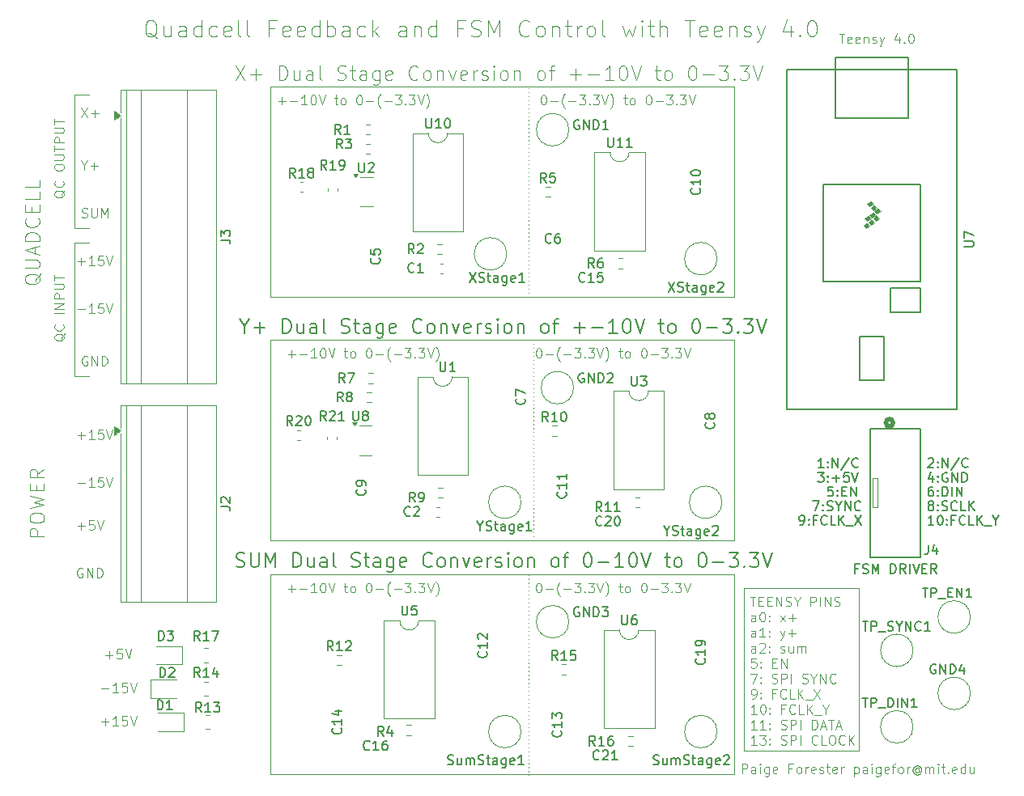
<source format=gbr>
%TF.GenerationSoftware,KiCad,Pcbnew,9.0.2*%
%TF.CreationDate,2025-07-17T13:41:35-04:00*%
%TF.ProjectId,Mirror+QC_Control,4d697272-6f72-42b5-9143-5f436f6e7472,rev?*%
%TF.SameCoordinates,Original*%
%TF.FileFunction,Legend,Top*%
%TF.FilePolarity,Positive*%
%FSLAX46Y46*%
G04 Gerber Fmt 4.6, Leading zero omitted, Abs format (unit mm)*
G04 Created by KiCad (PCBNEW 9.0.2) date 2025-07-17 13:41:35*
%MOMM*%
%LPD*%
G01*
G04 APERTURE LIST*
%ADD10C,0.100000*%
%ADD11C,0.188500*%
%ADD12C,0.150000*%
%ADD13C,0.125000*%
%ADD14C,0.508000*%
%ADD15C,0.152400*%
%ADD16C,0.120000*%
G04 APERTURE END LIST*
D10*
X130500000Y-77500000D02*
X131000000Y-77500000D01*
X130500000Y-74500000D02*
X130500000Y-77500000D01*
X131000000Y-74500000D02*
X130500000Y-74500000D01*
X131000000Y-74500000D02*
X131000000Y-77500000D01*
D11*
X63911251Y-83733838D02*
X64126679Y-83805647D01*
X64126679Y-83805647D02*
X64485727Y-83805647D01*
X64485727Y-83805647D02*
X64629346Y-83733838D01*
X64629346Y-83733838D02*
X64701155Y-83662028D01*
X64701155Y-83662028D02*
X64772965Y-83518409D01*
X64772965Y-83518409D02*
X64772965Y-83374790D01*
X64772965Y-83374790D02*
X64701155Y-83231171D01*
X64701155Y-83231171D02*
X64629346Y-83159361D01*
X64629346Y-83159361D02*
X64485727Y-83087552D01*
X64485727Y-83087552D02*
X64198489Y-83015742D01*
X64198489Y-83015742D02*
X64054870Y-82943933D01*
X64054870Y-82943933D02*
X63983060Y-82872123D01*
X63983060Y-82872123D02*
X63911251Y-82728504D01*
X63911251Y-82728504D02*
X63911251Y-82584885D01*
X63911251Y-82584885D02*
X63983060Y-82441266D01*
X63983060Y-82441266D02*
X64054870Y-82369457D01*
X64054870Y-82369457D02*
X64198489Y-82297647D01*
X64198489Y-82297647D02*
X64557536Y-82297647D01*
X64557536Y-82297647D02*
X64772965Y-82369457D01*
X65419250Y-82297647D02*
X65419250Y-83518409D01*
X65419250Y-83518409D02*
X65491060Y-83662028D01*
X65491060Y-83662028D02*
X65562869Y-83733838D01*
X65562869Y-83733838D02*
X65706488Y-83805647D01*
X65706488Y-83805647D02*
X65993726Y-83805647D01*
X65993726Y-83805647D02*
X66137345Y-83733838D01*
X66137345Y-83733838D02*
X66209155Y-83662028D01*
X66209155Y-83662028D02*
X66280964Y-83518409D01*
X66280964Y-83518409D02*
X66280964Y-82297647D01*
X66999060Y-83805647D02*
X66999060Y-82297647D01*
X66999060Y-82297647D02*
X67501727Y-83374790D01*
X67501727Y-83374790D02*
X68004393Y-82297647D01*
X68004393Y-82297647D02*
X68004393Y-83805647D01*
X69871441Y-83805647D02*
X69871441Y-82297647D01*
X69871441Y-82297647D02*
X70230489Y-82297647D01*
X70230489Y-82297647D02*
X70445917Y-82369457D01*
X70445917Y-82369457D02*
X70589536Y-82513076D01*
X70589536Y-82513076D02*
X70661346Y-82656695D01*
X70661346Y-82656695D02*
X70733155Y-82943933D01*
X70733155Y-82943933D02*
X70733155Y-83159361D01*
X70733155Y-83159361D02*
X70661346Y-83446599D01*
X70661346Y-83446599D02*
X70589536Y-83590218D01*
X70589536Y-83590218D02*
X70445917Y-83733838D01*
X70445917Y-83733838D02*
X70230489Y-83805647D01*
X70230489Y-83805647D02*
X69871441Y-83805647D01*
X72025727Y-82800314D02*
X72025727Y-83805647D01*
X71379441Y-82800314D02*
X71379441Y-83590218D01*
X71379441Y-83590218D02*
X71451251Y-83733838D01*
X71451251Y-83733838D02*
X71594870Y-83805647D01*
X71594870Y-83805647D02*
X71810298Y-83805647D01*
X71810298Y-83805647D02*
X71953917Y-83733838D01*
X71953917Y-83733838D02*
X72025727Y-83662028D01*
X73390108Y-83805647D02*
X73390108Y-83015742D01*
X73390108Y-83015742D02*
X73318298Y-82872123D01*
X73318298Y-82872123D02*
X73174679Y-82800314D01*
X73174679Y-82800314D02*
X72887441Y-82800314D01*
X72887441Y-82800314D02*
X72743822Y-82872123D01*
X73390108Y-83733838D02*
X73246489Y-83805647D01*
X73246489Y-83805647D02*
X72887441Y-83805647D01*
X72887441Y-83805647D02*
X72743822Y-83733838D01*
X72743822Y-83733838D02*
X72672013Y-83590218D01*
X72672013Y-83590218D02*
X72672013Y-83446599D01*
X72672013Y-83446599D02*
X72743822Y-83302980D01*
X72743822Y-83302980D02*
X72887441Y-83231171D01*
X72887441Y-83231171D02*
X73246489Y-83231171D01*
X73246489Y-83231171D02*
X73390108Y-83159361D01*
X74323632Y-83805647D02*
X74180013Y-83733838D01*
X74180013Y-83733838D02*
X74108203Y-83590218D01*
X74108203Y-83590218D02*
X74108203Y-82297647D01*
X75975251Y-83733838D02*
X76190679Y-83805647D01*
X76190679Y-83805647D02*
X76549727Y-83805647D01*
X76549727Y-83805647D02*
X76693346Y-83733838D01*
X76693346Y-83733838D02*
X76765155Y-83662028D01*
X76765155Y-83662028D02*
X76836965Y-83518409D01*
X76836965Y-83518409D02*
X76836965Y-83374790D01*
X76836965Y-83374790D02*
X76765155Y-83231171D01*
X76765155Y-83231171D02*
X76693346Y-83159361D01*
X76693346Y-83159361D02*
X76549727Y-83087552D01*
X76549727Y-83087552D02*
X76262489Y-83015742D01*
X76262489Y-83015742D02*
X76118870Y-82943933D01*
X76118870Y-82943933D02*
X76047060Y-82872123D01*
X76047060Y-82872123D02*
X75975251Y-82728504D01*
X75975251Y-82728504D02*
X75975251Y-82584885D01*
X75975251Y-82584885D02*
X76047060Y-82441266D01*
X76047060Y-82441266D02*
X76118870Y-82369457D01*
X76118870Y-82369457D02*
X76262489Y-82297647D01*
X76262489Y-82297647D02*
X76621536Y-82297647D01*
X76621536Y-82297647D02*
X76836965Y-82369457D01*
X77267822Y-82800314D02*
X77842298Y-82800314D01*
X77483250Y-82297647D02*
X77483250Y-83590218D01*
X77483250Y-83590218D02*
X77555060Y-83733838D01*
X77555060Y-83733838D02*
X77698679Y-83805647D01*
X77698679Y-83805647D02*
X77842298Y-83805647D01*
X78991250Y-83805647D02*
X78991250Y-83015742D01*
X78991250Y-83015742D02*
X78919440Y-82872123D01*
X78919440Y-82872123D02*
X78775821Y-82800314D01*
X78775821Y-82800314D02*
X78488583Y-82800314D01*
X78488583Y-82800314D02*
X78344964Y-82872123D01*
X78991250Y-83733838D02*
X78847631Y-83805647D01*
X78847631Y-83805647D02*
X78488583Y-83805647D01*
X78488583Y-83805647D02*
X78344964Y-83733838D01*
X78344964Y-83733838D02*
X78273155Y-83590218D01*
X78273155Y-83590218D02*
X78273155Y-83446599D01*
X78273155Y-83446599D02*
X78344964Y-83302980D01*
X78344964Y-83302980D02*
X78488583Y-83231171D01*
X78488583Y-83231171D02*
X78847631Y-83231171D01*
X78847631Y-83231171D02*
X78991250Y-83159361D01*
X80355631Y-82800314D02*
X80355631Y-84021076D01*
X80355631Y-84021076D02*
X80283821Y-84164695D01*
X80283821Y-84164695D02*
X80212012Y-84236504D01*
X80212012Y-84236504D02*
X80068393Y-84308314D01*
X80068393Y-84308314D02*
X79852964Y-84308314D01*
X79852964Y-84308314D02*
X79709345Y-84236504D01*
X80355631Y-83733838D02*
X80212012Y-83805647D01*
X80212012Y-83805647D02*
X79924774Y-83805647D01*
X79924774Y-83805647D02*
X79781155Y-83733838D01*
X79781155Y-83733838D02*
X79709345Y-83662028D01*
X79709345Y-83662028D02*
X79637536Y-83518409D01*
X79637536Y-83518409D02*
X79637536Y-83087552D01*
X79637536Y-83087552D02*
X79709345Y-82943933D01*
X79709345Y-82943933D02*
X79781155Y-82872123D01*
X79781155Y-82872123D02*
X79924774Y-82800314D01*
X79924774Y-82800314D02*
X80212012Y-82800314D01*
X80212012Y-82800314D02*
X80355631Y-82872123D01*
X81648202Y-83733838D02*
X81504583Y-83805647D01*
X81504583Y-83805647D02*
X81217345Y-83805647D01*
X81217345Y-83805647D02*
X81073726Y-83733838D01*
X81073726Y-83733838D02*
X81001917Y-83590218D01*
X81001917Y-83590218D02*
X81001917Y-83015742D01*
X81001917Y-83015742D02*
X81073726Y-82872123D01*
X81073726Y-82872123D02*
X81217345Y-82800314D01*
X81217345Y-82800314D02*
X81504583Y-82800314D01*
X81504583Y-82800314D02*
X81648202Y-82872123D01*
X81648202Y-82872123D02*
X81720012Y-83015742D01*
X81720012Y-83015742D02*
X81720012Y-83159361D01*
X81720012Y-83159361D02*
X81001917Y-83302980D01*
X84376963Y-83662028D02*
X84305154Y-83733838D01*
X84305154Y-83733838D02*
X84089725Y-83805647D01*
X84089725Y-83805647D02*
X83946106Y-83805647D01*
X83946106Y-83805647D02*
X83730678Y-83733838D01*
X83730678Y-83733838D02*
X83587059Y-83590218D01*
X83587059Y-83590218D02*
X83515249Y-83446599D01*
X83515249Y-83446599D02*
X83443440Y-83159361D01*
X83443440Y-83159361D02*
X83443440Y-82943933D01*
X83443440Y-82943933D02*
X83515249Y-82656695D01*
X83515249Y-82656695D02*
X83587059Y-82513076D01*
X83587059Y-82513076D02*
X83730678Y-82369457D01*
X83730678Y-82369457D02*
X83946106Y-82297647D01*
X83946106Y-82297647D02*
X84089725Y-82297647D01*
X84089725Y-82297647D02*
X84305154Y-82369457D01*
X84305154Y-82369457D02*
X84376963Y-82441266D01*
X85238678Y-83805647D02*
X85095059Y-83733838D01*
X85095059Y-83733838D02*
X85023249Y-83662028D01*
X85023249Y-83662028D02*
X84951440Y-83518409D01*
X84951440Y-83518409D02*
X84951440Y-83087552D01*
X84951440Y-83087552D02*
X85023249Y-82943933D01*
X85023249Y-82943933D02*
X85095059Y-82872123D01*
X85095059Y-82872123D02*
X85238678Y-82800314D01*
X85238678Y-82800314D02*
X85454106Y-82800314D01*
X85454106Y-82800314D02*
X85597725Y-82872123D01*
X85597725Y-82872123D02*
X85669535Y-82943933D01*
X85669535Y-82943933D02*
X85741344Y-83087552D01*
X85741344Y-83087552D02*
X85741344Y-83518409D01*
X85741344Y-83518409D02*
X85669535Y-83662028D01*
X85669535Y-83662028D02*
X85597725Y-83733838D01*
X85597725Y-83733838D02*
X85454106Y-83805647D01*
X85454106Y-83805647D02*
X85238678Y-83805647D01*
X86387630Y-82800314D02*
X86387630Y-83805647D01*
X86387630Y-82943933D02*
X86459440Y-82872123D01*
X86459440Y-82872123D02*
X86603059Y-82800314D01*
X86603059Y-82800314D02*
X86818487Y-82800314D01*
X86818487Y-82800314D02*
X86962106Y-82872123D01*
X86962106Y-82872123D02*
X87033916Y-83015742D01*
X87033916Y-83015742D02*
X87033916Y-83805647D01*
X87608392Y-82800314D02*
X87967440Y-83805647D01*
X87967440Y-83805647D02*
X88326487Y-82800314D01*
X89475439Y-83733838D02*
X89331820Y-83805647D01*
X89331820Y-83805647D02*
X89044582Y-83805647D01*
X89044582Y-83805647D02*
X88900963Y-83733838D01*
X88900963Y-83733838D02*
X88829154Y-83590218D01*
X88829154Y-83590218D02*
X88829154Y-83015742D01*
X88829154Y-83015742D02*
X88900963Y-82872123D01*
X88900963Y-82872123D02*
X89044582Y-82800314D01*
X89044582Y-82800314D02*
X89331820Y-82800314D01*
X89331820Y-82800314D02*
X89475439Y-82872123D01*
X89475439Y-82872123D02*
X89547249Y-83015742D01*
X89547249Y-83015742D02*
X89547249Y-83159361D01*
X89547249Y-83159361D02*
X88829154Y-83302980D01*
X90193534Y-83805647D02*
X90193534Y-82800314D01*
X90193534Y-83087552D02*
X90265344Y-82943933D01*
X90265344Y-82943933D02*
X90337153Y-82872123D01*
X90337153Y-82872123D02*
X90480772Y-82800314D01*
X90480772Y-82800314D02*
X90624391Y-82800314D01*
X91055249Y-83733838D02*
X91198868Y-83805647D01*
X91198868Y-83805647D02*
X91486106Y-83805647D01*
X91486106Y-83805647D02*
X91629725Y-83733838D01*
X91629725Y-83733838D02*
X91701534Y-83590218D01*
X91701534Y-83590218D02*
X91701534Y-83518409D01*
X91701534Y-83518409D02*
X91629725Y-83374790D01*
X91629725Y-83374790D02*
X91486106Y-83302980D01*
X91486106Y-83302980D02*
X91270677Y-83302980D01*
X91270677Y-83302980D02*
X91127058Y-83231171D01*
X91127058Y-83231171D02*
X91055249Y-83087552D01*
X91055249Y-83087552D02*
X91055249Y-83015742D01*
X91055249Y-83015742D02*
X91127058Y-82872123D01*
X91127058Y-82872123D02*
X91270677Y-82800314D01*
X91270677Y-82800314D02*
X91486106Y-82800314D01*
X91486106Y-82800314D02*
X91629725Y-82872123D01*
X92347820Y-83805647D02*
X92347820Y-82800314D01*
X92347820Y-82297647D02*
X92276011Y-82369457D01*
X92276011Y-82369457D02*
X92347820Y-82441266D01*
X92347820Y-82441266D02*
X92419630Y-82369457D01*
X92419630Y-82369457D02*
X92347820Y-82297647D01*
X92347820Y-82297647D02*
X92347820Y-82441266D01*
X93281344Y-83805647D02*
X93137725Y-83733838D01*
X93137725Y-83733838D02*
X93065915Y-83662028D01*
X93065915Y-83662028D02*
X92994106Y-83518409D01*
X92994106Y-83518409D02*
X92994106Y-83087552D01*
X92994106Y-83087552D02*
X93065915Y-82943933D01*
X93065915Y-82943933D02*
X93137725Y-82872123D01*
X93137725Y-82872123D02*
X93281344Y-82800314D01*
X93281344Y-82800314D02*
X93496772Y-82800314D01*
X93496772Y-82800314D02*
X93640391Y-82872123D01*
X93640391Y-82872123D02*
X93712201Y-82943933D01*
X93712201Y-82943933D02*
X93784010Y-83087552D01*
X93784010Y-83087552D02*
X93784010Y-83518409D01*
X93784010Y-83518409D02*
X93712201Y-83662028D01*
X93712201Y-83662028D02*
X93640391Y-83733838D01*
X93640391Y-83733838D02*
X93496772Y-83805647D01*
X93496772Y-83805647D02*
X93281344Y-83805647D01*
X94430296Y-82800314D02*
X94430296Y-83805647D01*
X94430296Y-82943933D02*
X94502106Y-82872123D01*
X94502106Y-82872123D02*
X94645725Y-82800314D01*
X94645725Y-82800314D02*
X94861153Y-82800314D01*
X94861153Y-82800314D02*
X95004772Y-82872123D01*
X95004772Y-82872123D02*
X95076582Y-83015742D01*
X95076582Y-83015742D02*
X95076582Y-83805647D01*
X97159058Y-83805647D02*
X97015439Y-83733838D01*
X97015439Y-83733838D02*
X96943629Y-83662028D01*
X96943629Y-83662028D02*
X96871820Y-83518409D01*
X96871820Y-83518409D02*
X96871820Y-83087552D01*
X96871820Y-83087552D02*
X96943629Y-82943933D01*
X96943629Y-82943933D02*
X97015439Y-82872123D01*
X97015439Y-82872123D02*
X97159058Y-82800314D01*
X97159058Y-82800314D02*
X97374486Y-82800314D01*
X97374486Y-82800314D02*
X97518105Y-82872123D01*
X97518105Y-82872123D02*
X97589915Y-82943933D01*
X97589915Y-82943933D02*
X97661724Y-83087552D01*
X97661724Y-83087552D02*
X97661724Y-83518409D01*
X97661724Y-83518409D02*
X97589915Y-83662028D01*
X97589915Y-83662028D02*
X97518105Y-83733838D01*
X97518105Y-83733838D02*
X97374486Y-83805647D01*
X97374486Y-83805647D02*
X97159058Y-83805647D01*
X98092582Y-82800314D02*
X98667058Y-82800314D01*
X98308010Y-83805647D02*
X98308010Y-82513076D01*
X98308010Y-82513076D02*
X98379820Y-82369457D01*
X98379820Y-82369457D02*
X98523439Y-82297647D01*
X98523439Y-82297647D02*
X98667058Y-82297647D01*
X100605914Y-82297647D02*
X100749533Y-82297647D01*
X100749533Y-82297647D02*
X100893152Y-82369457D01*
X100893152Y-82369457D02*
X100964962Y-82441266D01*
X100964962Y-82441266D02*
X101036771Y-82584885D01*
X101036771Y-82584885D02*
X101108581Y-82872123D01*
X101108581Y-82872123D02*
X101108581Y-83231171D01*
X101108581Y-83231171D02*
X101036771Y-83518409D01*
X101036771Y-83518409D02*
X100964962Y-83662028D01*
X100964962Y-83662028D02*
X100893152Y-83733838D01*
X100893152Y-83733838D02*
X100749533Y-83805647D01*
X100749533Y-83805647D02*
X100605914Y-83805647D01*
X100605914Y-83805647D02*
X100462295Y-83733838D01*
X100462295Y-83733838D02*
X100390486Y-83662028D01*
X100390486Y-83662028D02*
X100318676Y-83518409D01*
X100318676Y-83518409D02*
X100246867Y-83231171D01*
X100246867Y-83231171D02*
X100246867Y-82872123D01*
X100246867Y-82872123D02*
X100318676Y-82584885D01*
X100318676Y-82584885D02*
X100390486Y-82441266D01*
X100390486Y-82441266D02*
X100462295Y-82369457D01*
X100462295Y-82369457D02*
X100605914Y-82297647D01*
X101754866Y-83231171D02*
X102903819Y-83231171D01*
X104411819Y-83805647D02*
X103550105Y-83805647D01*
X103980962Y-83805647D02*
X103980962Y-82297647D01*
X103980962Y-82297647D02*
X103837343Y-82513076D01*
X103837343Y-82513076D02*
X103693724Y-82656695D01*
X103693724Y-82656695D02*
X103550105Y-82728504D01*
X105345342Y-82297647D02*
X105488961Y-82297647D01*
X105488961Y-82297647D02*
X105632580Y-82369457D01*
X105632580Y-82369457D02*
X105704390Y-82441266D01*
X105704390Y-82441266D02*
X105776199Y-82584885D01*
X105776199Y-82584885D02*
X105848009Y-82872123D01*
X105848009Y-82872123D02*
X105848009Y-83231171D01*
X105848009Y-83231171D02*
X105776199Y-83518409D01*
X105776199Y-83518409D02*
X105704390Y-83662028D01*
X105704390Y-83662028D02*
X105632580Y-83733838D01*
X105632580Y-83733838D02*
X105488961Y-83805647D01*
X105488961Y-83805647D02*
X105345342Y-83805647D01*
X105345342Y-83805647D02*
X105201723Y-83733838D01*
X105201723Y-83733838D02*
X105129914Y-83662028D01*
X105129914Y-83662028D02*
X105058104Y-83518409D01*
X105058104Y-83518409D02*
X104986295Y-83231171D01*
X104986295Y-83231171D02*
X104986295Y-82872123D01*
X104986295Y-82872123D02*
X105058104Y-82584885D01*
X105058104Y-82584885D02*
X105129914Y-82441266D01*
X105129914Y-82441266D02*
X105201723Y-82369457D01*
X105201723Y-82369457D02*
X105345342Y-82297647D01*
X106278866Y-82297647D02*
X106781532Y-83805647D01*
X106781532Y-83805647D02*
X107284199Y-82297647D01*
X108720389Y-82800314D02*
X109294865Y-82800314D01*
X108935817Y-82297647D02*
X108935817Y-83590218D01*
X108935817Y-83590218D02*
X109007627Y-83733838D01*
X109007627Y-83733838D02*
X109151246Y-83805647D01*
X109151246Y-83805647D02*
X109294865Y-83805647D01*
X110012960Y-83805647D02*
X109869341Y-83733838D01*
X109869341Y-83733838D02*
X109797531Y-83662028D01*
X109797531Y-83662028D02*
X109725722Y-83518409D01*
X109725722Y-83518409D02*
X109725722Y-83087552D01*
X109725722Y-83087552D02*
X109797531Y-82943933D01*
X109797531Y-82943933D02*
X109869341Y-82872123D01*
X109869341Y-82872123D02*
X110012960Y-82800314D01*
X110012960Y-82800314D02*
X110228388Y-82800314D01*
X110228388Y-82800314D02*
X110372007Y-82872123D01*
X110372007Y-82872123D02*
X110443817Y-82943933D01*
X110443817Y-82943933D02*
X110515626Y-83087552D01*
X110515626Y-83087552D02*
X110515626Y-83518409D01*
X110515626Y-83518409D02*
X110443817Y-83662028D01*
X110443817Y-83662028D02*
X110372007Y-83733838D01*
X110372007Y-83733838D02*
X110228388Y-83805647D01*
X110228388Y-83805647D02*
X110012960Y-83805647D01*
X112598102Y-82297647D02*
X112741721Y-82297647D01*
X112741721Y-82297647D02*
X112885340Y-82369457D01*
X112885340Y-82369457D02*
X112957150Y-82441266D01*
X112957150Y-82441266D02*
X113028959Y-82584885D01*
X113028959Y-82584885D02*
X113100769Y-82872123D01*
X113100769Y-82872123D02*
X113100769Y-83231171D01*
X113100769Y-83231171D02*
X113028959Y-83518409D01*
X113028959Y-83518409D02*
X112957150Y-83662028D01*
X112957150Y-83662028D02*
X112885340Y-83733838D01*
X112885340Y-83733838D02*
X112741721Y-83805647D01*
X112741721Y-83805647D02*
X112598102Y-83805647D01*
X112598102Y-83805647D02*
X112454483Y-83733838D01*
X112454483Y-83733838D02*
X112382674Y-83662028D01*
X112382674Y-83662028D02*
X112310864Y-83518409D01*
X112310864Y-83518409D02*
X112239055Y-83231171D01*
X112239055Y-83231171D02*
X112239055Y-82872123D01*
X112239055Y-82872123D02*
X112310864Y-82584885D01*
X112310864Y-82584885D02*
X112382674Y-82441266D01*
X112382674Y-82441266D02*
X112454483Y-82369457D01*
X112454483Y-82369457D02*
X112598102Y-82297647D01*
X113747054Y-83231171D02*
X114896007Y-83231171D01*
X115470483Y-82297647D02*
X116404007Y-82297647D01*
X116404007Y-82297647D02*
X115901340Y-82872123D01*
X115901340Y-82872123D02*
X116116769Y-82872123D01*
X116116769Y-82872123D02*
X116260388Y-82943933D01*
X116260388Y-82943933D02*
X116332197Y-83015742D01*
X116332197Y-83015742D02*
X116404007Y-83159361D01*
X116404007Y-83159361D02*
X116404007Y-83518409D01*
X116404007Y-83518409D02*
X116332197Y-83662028D01*
X116332197Y-83662028D02*
X116260388Y-83733838D01*
X116260388Y-83733838D02*
X116116769Y-83805647D01*
X116116769Y-83805647D02*
X115685912Y-83805647D01*
X115685912Y-83805647D02*
X115542293Y-83733838D01*
X115542293Y-83733838D02*
X115470483Y-83662028D01*
X117050292Y-83662028D02*
X117122102Y-83733838D01*
X117122102Y-83733838D02*
X117050292Y-83805647D01*
X117050292Y-83805647D02*
X116978483Y-83733838D01*
X116978483Y-83733838D02*
X117050292Y-83662028D01*
X117050292Y-83662028D02*
X117050292Y-83805647D01*
X117624768Y-82297647D02*
X118558292Y-82297647D01*
X118558292Y-82297647D02*
X118055625Y-82872123D01*
X118055625Y-82872123D02*
X118271054Y-82872123D01*
X118271054Y-82872123D02*
X118414673Y-82943933D01*
X118414673Y-82943933D02*
X118486482Y-83015742D01*
X118486482Y-83015742D02*
X118558292Y-83159361D01*
X118558292Y-83159361D02*
X118558292Y-83518409D01*
X118558292Y-83518409D02*
X118486482Y-83662028D01*
X118486482Y-83662028D02*
X118414673Y-83733838D01*
X118414673Y-83733838D02*
X118271054Y-83805647D01*
X118271054Y-83805647D02*
X117840197Y-83805647D01*
X117840197Y-83805647D02*
X117696578Y-83733838D01*
X117696578Y-83733838D02*
X117624768Y-83662028D01*
X118989149Y-82297647D02*
X119491815Y-83805647D01*
X119491815Y-83805647D02*
X119994482Y-82297647D01*
D10*
X117661027Y-86882923D02*
X118232455Y-86882923D01*
X117946741Y-87882923D02*
X117946741Y-86882923D01*
X118565789Y-87359113D02*
X118899122Y-87359113D01*
X119041979Y-87882923D02*
X118565789Y-87882923D01*
X118565789Y-87882923D02*
X118565789Y-86882923D01*
X118565789Y-86882923D02*
X119041979Y-86882923D01*
X119470551Y-87359113D02*
X119803884Y-87359113D01*
X119946741Y-87882923D02*
X119470551Y-87882923D01*
X119470551Y-87882923D02*
X119470551Y-86882923D01*
X119470551Y-86882923D02*
X119946741Y-86882923D01*
X120375313Y-87882923D02*
X120375313Y-86882923D01*
X120375313Y-86882923D02*
X120946741Y-87882923D01*
X120946741Y-87882923D02*
X120946741Y-86882923D01*
X121375313Y-87835304D02*
X121518170Y-87882923D01*
X121518170Y-87882923D02*
X121756265Y-87882923D01*
X121756265Y-87882923D02*
X121851503Y-87835304D01*
X121851503Y-87835304D02*
X121899122Y-87787684D01*
X121899122Y-87787684D02*
X121946741Y-87692446D01*
X121946741Y-87692446D02*
X121946741Y-87597208D01*
X121946741Y-87597208D02*
X121899122Y-87501970D01*
X121899122Y-87501970D02*
X121851503Y-87454351D01*
X121851503Y-87454351D02*
X121756265Y-87406732D01*
X121756265Y-87406732D02*
X121565789Y-87359113D01*
X121565789Y-87359113D02*
X121470551Y-87311494D01*
X121470551Y-87311494D02*
X121422932Y-87263875D01*
X121422932Y-87263875D02*
X121375313Y-87168637D01*
X121375313Y-87168637D02*
X121375313Y-87073399D01*
X121375313Y-87073399D02*
X121422932Y-86978161D01*
X121422932Y-86978161D02*
X121470551Y-86930542D01*
X121470551Y-86930542D02*
X121565789Y-86882923D01*
X121565789Y-86882923D02*
X121803884Y-86882923D01*
X121803884Y-86882923D02*
X121946741Y-86930542D01*
X122565789Y-87406732D02*
X122565789Y-87882923D01*
X122232456Y-86882923D02*
X122565789Y-87406732D01*
X122565789Y-87406732D02*
X122899122Y-86882923D01*
X123994361Y-87882923D02*
X123994361Y-86882923D01*
X123994361Y-86882923D02*
X124375313Y-86882923D01*
X124375313Y-86882923D02*
X124470551Y-86930542D01*
X124470551Y-86930542D02*
X124518170Y-86978161D01*
X124518170Y-86978161D02*
X124565789Y-87073399D01*
X124565789Y-87073399D02*
X124565789Y-87216256D01*
X124565789Y-87216256D02*
X124518170Y-87311494D01*
X124518170Y-87311494D02*
X124470551Y-87359113D01*
X124470551Y-87359113D02*
X124375313Y-87406732D01*
X124375313Y-87406732D02*
X123994361Y-87406732D01*
X124994361Y-87882923D02*
X124994361Y-86882923D01*
X125470551Y-87882923D02*
X125470551Y-86882923D01*
X125470551Y-86882923D02*
X126041979Y-87882923D01*
X126041979Y-87882923D02*
X126041979Y-86882923D01*
X126470551Y-87835304D02*
X126613408Y-87882923D01*
X126613408Y-87882923D02*
X126851503Y-87882923D01*
X126851503Y-87882923D02*
X126946741Y-87835304D01*
X126946741Y-87835304D02*
X126994360Y-87787684D01*
X126994360Y-87787684D02*
X127041979Y-87692446D01*
X127041979Y-87692446D02*
X127041979Y-87597208D01*
X127041979Y-87597208D02*
X126994360Y-87501970D01*
X126994360Y-87501970D02*
X126946741Y-87454351D01*
X126946741Y-87454351D02*
X126851503Y-87406732D01*
X126851503Y-87406732D02*
X126661027Y-87359113D01*
X126661027Y-87359113D02*
X126565789Y-87311494D01*
X126565789Y-87311494D02*
X126518170Y-87263875D01*
X126518170Y-87263875D02*
X126470551Y-87168637D01*
X126470551Y-87168637D02*
X126470551Y-87073399D01*
X126470551Y-87073399D02*
X126518170Y-86978161D01*
X126518170Y-86978161D02*
X126565789Y-86930542D01*
X126565789Y-86930542D02*
X126661027Y-86882923D01*
X126661027Y-86882923D02*
X126899122Y-86882923D01*
X126899122Y-86882923D02*
X127041979Y-86930542D01*
X118232455Y-89492867D02*
X118232455Y-88969057D01*
X118232455Y-88969057D02*
X118184836Y-88873819D01*
X118184836Y-88873819D02*
X118089598Y-88826200D01*
X118089598Y-88826200D02*
X117899122Y-88826200D01*
X117899122Y-88826200D02*
X117803884Y-88873819D01*
X118232455Y-89445248D02*
X118137217Y-89492867D01*
X118137217Y-89492867D02*
X117899122Y-89492867D01*
X117899122Y-89492867D02*
X117803884Y-89445248D01*
X117803884Y-89445248D02*
X117756265Y-89350009D01*
X117756265Y-89350009D02*
X117756265Y-89254771D01*
X117756265Y-89254771D02*
X117803884Y-89159533D01*
X117803884Y-89159533D02*
X117899122Y-89111914D01*
X117899122Y-89111914D02*
X118137217Y-89111914D01*
X118137217Y-89111914D02*
X118232455Y-89064295D01*
X118899122Y-88492867D02*
X118994360Y-88492867D01*
X118994360Y-88492867D02*
X119089598Y-88540486D01*
X119089598Y-88540486D02*
X119137217Y-88588105D01*
X119137217Y-88588105D02*
X119184836Y-88683343D01*
X119184836Y-88683343D02*
X119232455Y-88873819D01*
X119232455Y-88873819D02*
X119232455Y-89111914D01*
X119232455Y-89111914D02*
X119184836Y-89302390D01*
X119184836Y-89302390D02*
X119137217Y-89397628D01*
X119137217Y-89397628D02*
X119089598Y-89445248D01*
X119089598Y-89445248D02*
X118994360Y-89492867D01*
X118994360Y-89492867D02*
X118899122Y-89492867D01*
X118899122Y-89492867D02*
X118803884Y-89445248D01*
X118803884Y-89445248D02*
X118756265Y-89397628D01*
X118756265Y-89397628D02*
X118708646Y-89302390D01*
X118708646Y-89302390D02*
X118661027Y-89111914D01*
X118661027Y-89111914D02*
X118661027Y-88873819D01*
X118661027Y-88873819D02*
X118708646Y-88683343D01*
X118708646Y-88683343D02*
X118756265Y-88588105D01*
X118756265Y-88588105D02*
X118803884Y-88540486D01*
X118803884Y-88540486D02*
X118899122Y-88492867D01*
X119661027Y-89397628D02*
X119708646Y-89445248D01*
X119708646Y-89445248D02*
X119661027Y-89492867D01*
X119661027Y-89492867D02*
X119613408Y-89445248D01*
X119613408Y-89445248D02*
X119661027Y-89397628D01*
X119661027Y-89397628D02*
X119661027Y-89492867D01*
X119661027Y-88873819D02*
X119708646Y-88921438D01*
X119708646Y-88921438D02*
X119661027Y-88969057D01*
X119661027Y-88969057D02*
X119613408Y-88921438D01*
X119613408Y-88921438D02*
X119661027Y-88873819D01*
X119661027Y-88873819D02*
X119661027Y-88969057D01*
X120803884Y-89492867D02*
X121327693Y-88826200D01*
X120803884Y-88826200D02*
X121327693Y-89492867D01*
X121708646Y-89111914D02*
X122470551Y-89111914D01*
X122089598Y-89492867D02*
X122089598Y-88730962D01*
X118232455Y-91102811D02*
X118232455Y-90579001D01*
X118232455Y-90579001D02*
X118184836Y-90483763D01*
X118184836Y-90483763D02*
X118089598Y-90436144D01*
X118089598Y-90436144D02*
X117899122Y-90436144D01*
X117899122Y-90436144D02*
X117803884Y-90483763D01*
X118232455Y-91055192D02*
X118137217Y-91102811D01*
X118137217Y-91102811D02*
X117899122Y-91102811D01*
X117899122Y-91102811D02*
X117803884Y-91055192D01*
X117803884Y-91055192D02*
X117756265Y-90959953D01*
X117756265Y-90959953D02*
X117756265Y-90864715D01*
X117756265Y-90864715D02*
X117803884Y-90769477D01*
X117803884Y-90769477D02*
X117899122Y-90721858D01*
X117899122Y-90721858D02*
X118137217Y-90721858D01*
X118137217Y-90721858D02*
X118232455Y-90674239D01*
X119232455Y-91102811D02*
X118661027Y-91102811D01*
X118946741Y-91102811D02*
X118946741Y-90102811D01*
X118946741Y-90102811D02*
X118851503Y-90245668D01*
X118851503Y-90245668D02*
X118756265Y-90340906D01*
X118756265Y-90340906D02*
X118661027Y-90388525D01*
X119661027Y-91007572D02*
X119708646Y-91055192D01*
X119708646Y-91055192D02*
X119661027Y-91102811D01*
X119661027Y-91102811D02*
X119613408Y-91055192D01*
X119613408Y-91055192D02*
X119661027Y-91007572D01*
X119661027Y-91007572D02*
X119661027Y-91102811D01*
X119661027Y-90483763D02*
X119708646Y-90531382D01*
X119708646Y-90531382D02*
X119661027Y-90579001D01*
X119661027Y-90579001D02*
X119613408Y-90531382D01*
X119613408Y-90531382D02*
X119661027Y-90483763D01*
X119661027Y-90483763D02*
X119661027Y-90579001D01*
X120803884Y-90436144D02*
X121041979Y-91102811D01*
X121280074Y-90436144D02*
X121041979Y-91102811D01*
X121041979Y-91102811D02*
X120946741Y-91340906D01*
X120946741Y-91340906D02*
X120899122Y-91388525D01*
X120899122Y-91388525D02*
X120803884Y-91436144D01*
X121661027Y-90721858D02*
X122422932Y-90721858D01*
X122041979Y-91102811D02*
X122041979Y-90340906D01*
X118232455Y-92712755D02*
X118232455Y-92188945D01*
X118232455Y-92188945D02*
X118184836Y-92093707D01*
X118184836Y-92093707D02*
X118089598Y-92046088D01*
X118089598Y-92046088D02*
X117899122Y-92046088D01*
X117899122Y-92046088D02*
X117803884Y-92093707D01*
X118232455Y-92665136D02*
X118137217Y-92712755D01*
X118137217Y-92712755D02*
X117899122Y-92712755D01*
X117899122Y-92712755D02*
X117803884Y-92665136D01*
X117803884Y-92665136D02*
X117756265Y-92569897D01*
X117756265Y-92569897D02*
X117756265Y-92474659D01*
X117756265Y-92474659D02*
X117803884Y-92379421D01*
X117803884Y-92379421D02*
X117899122Y-92331802D01*
X117899122Y-92331802D02*
X118137217Y-92331802D01*
X118137217Y-92331802D02*
X118232455Y-92284183D01*
X118661027Y-91807993D02*
X118708646Y-91760374D01*
X118708646Y-91760374D02*
X118803884Y-91712755D01*
X118803884Y-91712755D02*
X119041979Y-91712755D01*
X119041979Y-91712755D02*
X119137217Y-91760374D01*
X119137217Y-91760374D02*
X119184836Y-91807993D01*
X119184836Y-91807993D02*
X119232455Y-91903231D01*
X119232455Y-91903231D02*
X119232455Y-91998469D01*
X119232455Y-91998469D02*
X119184836Y-92141326D01*
X119184836Y-92141326D02*
X118613408Y-92712755D01*
X118613408Y-92712755D02*
X119232455Y-92712755D01*
X119661027Y-92617516D02*
X119708646Y-92665136D01*
X119708646Y-92665136D02*
X119661027Y-92712755D01*
X119661027Y-92712755D02*
X119613408Y-92665136D01*
X119613408Y-92665136D02*
X119661027Y-92617516D01*
X119661027Y-92617516D02*
X119661027Y-92712755D01*
X119661027Y-92093707D02*
X119708646Y-92141326D01*
X119708646Y-92141326D02*
X119661027Y-92188945D01*
X119661027Y-92188945D02*
X119613408Y-92141326D01*
X119613408Y-92141326D02*
X119661027Y-92093707D01*
X119661027Y-92093707D02*
X119661027Y-92188945D01*
X120851503Y-92665136D02*
X120946741Y-92712755D01*
X120946741Y-92712755D02*
X121137217Y-92712755D01*
X121137217Y-92712755D02*
X121232455Y-92665136D01*
X121232455Y-92665136D02*
X121280074Y-92569897D01*
X121280074Y-92569897D02*
X121280074Y-92522278D01*
X121280074Y-92522278D02*
X121232455Y-92427040D01*
X121232455Y-92427040D02*
X121137217Y-92379421D01*
X121137217Y-92379421D02*
X120994360Y-92379421D01*
X120994360Y-92379421D02*
X120899122Y-92331802D01*
X120899122Y-92331802D02*
X120851503Y-92236564D01*
X120851503Y-92236564D02*
X120851503Y-92188945D01*
X120851503Y-92188945D02*
X120899122Y-92093707D01*
X120899122Y-92093707D02*
X120994360Y-92046088D01*
X120994360Y-92046088D02*
X121137217Y-92046088D01*
X121137217Y-92046088D02*
X121232455Y-92093707D01*
X122137217Y-92046088D02*
X122137217Y-92712755D01*
X121708646Y-92046088D02*
X121708646Y-92569897D01*
X121708646Y-92569897D02*
X121756265Y-92665136D01*
X121756265Y-92665136D02*
X121851503Y-92712755D01*
X121851503Y-92712755D02*
X121994360Y-92712755D01*
X121994360Y-92712755D02*
X122089598Y-92665136D01*
X122089598Y-92665136D02*
X122137217Y-92617516D01*
X122613408Y-92712755D02*
X122613408Y-92046088D01*
X122613408Y-92141326D02*
X122661027Y-92093707D01*
X122661027Y-92093707D02*
X122756265Y-92046088D01*
X122756265Y-92046088D02*
X122899122Y-92046088D01*
X122899122Y-92046088D02*
X122994360Y-92093707D01*
X122994360Y-92093707D02*
X123041979Y-92188945D01*
X123041979Y-92188945D02*
X123041979Y-92712755D01*
X123041979Y-92188945D02*
X123089598Y-92093707D01*
X123089598Y-92093707D02*
X123184836Y-92046088D01*
X123184836Y-92046088D02*
X123327693Y-92046088D01*
X123327693Y-92046088D02*
X123422932Y-92093707D01*
X123422932Y-92093707D02*
X123470551Y-92188945D01*
X123470551Y-92188945D02*
X123470551Y-92712755D01*
X118280074Y-93322699D02*
X117803884Y-93322699D01*
X117803884Y-93322699D02*
X117756265Y-93798889D01*
X117756265Y-93798889D02*
X117803884Y-93751270D01*
X117803884Y-93751270D02*
X117899122Y-93703651D01*
X117899122Y-93703651D02*
X118137217Y-93703651D01*
X118137217Y-93703651D02*
X118232455Y-93751270D01*
X118232455Y-93751270D02*
X118280074Y-93798889D01*
X118280074Y-93798889D02*
X118327693Y-93894127D01*
X118327693Y-93894127D02*
X118327693Y-94132222D01*
X118327693Y-94132222D02*
X118280074Y-94227460D01*
X118280074Y-94227460D02*
X118232455Y-94275080D01*
X118232455Y-94275080D02*
X118137217Y-94322699D01*
X118137217Y-94322699D02*
X117899122Y-94322699D01*
X117899122Y-94322699D02*
X117803884Y-94275080D01*
X117803884Y-94275080D02*
X117756265Y-94227460D01*
X118756265Y-94227460D02*
X118803884Y-94275080D01*
X118803884Y-94275080D02*
X118756265Y-94322699D01*
X118756265Y-94322699D02*
X118708646Y-94275080D01*
X118708646Y-94275080D02*
X118756265Y-94227460D01*
X118756265Y-94227460D02*
X118756265Y-94322699D01*
X118756265Y-93703651D02*
X118803884Y-93751270D01*
X118803884Y-93751270D02*
X118756265Y-93798889D01*
X118756265Y-93798889D02*
X118708646Y-93751270D01*
X118708646Y-93751270D02*
X118756265Y-93703651D01*
X118756265Y-93703651D02*
X118756265Y-93798889D01*
X119994360Y-93798889D02*
X120327693Y-93798889D01*
X120470550Y-94322699D02*
X119994360Y-94322699D01*
X119994360Y-94322699D02*
X119994360Y-93322699D01*
X119994360Y-93322699D02*
X120470550Y-93322699D01*
X120899122Y-94322699D02*
X120899122Y-93322699D01*
X120899122Y-93322699D02*
X121470550Y-94322699D01*
X121470550Y-94322699D02*
X121470550Y-93322699D01*
X117708646Y-94932643D02*
X118375312Y-94932643D01*
X118375312Y-94932643D02*
X117946741Y-95932643D01*
X118756265Y-95837404D02*
X118803884Y-95885024D01*
X118803884Y-95885024D02*
X118756265Y-95932643D01*
X118756265Y-95932643D02*
X118708646Y-95885024D01*
X118708646Y-95885024D02*
X118756265Y-95837404D01*
X118756265Y-95837404D02*
X118756265Y-95932643D01*
X118756265Y-95313595D02*
X118803884Y-95361214D01*
X118803884Y-95361214D02*
X118756265Y-95408833D01*
X118756265Y-95408833D02*
X118708646Y-95361214D01*
X118708646Y-95361214D02*
X118756265Y-95313595D01*
X118756265Y-95313595D02*
X118756265Y-95408833D01*
X119946741Y-95885024D02*
X120089598Y-95932643D01*
X120089598Y-95932643D02*
X120327693Y-95932643D01*
X120327693Y-95932643D02*
X120422931Y-95885024D01*
X120422931Y-95885024D02*
X120470550Y-95837404D01*
X120470550Y-95837404D02*
X120518169Y-95742166D01*
X120518169Y-95742166D02*
X120518169Y-95646928D01*
X120518169Y-95646928D02*
X120470550Y-95551690D01*
X120470550Y-95551690D02*
X120422931Y-95504071D01*
X120422931Y-95504071D02*
X120327693Y-95456452D01*
X120327693Y-95456452D02*
X120137217Y-95408833D01*
X120137217Y-95408833D02*
X120041979Y-95361214D01*
X120041979Y-95361214D02*
X119994360Y-95313595D01*
X119994360Y-95313595D02*
X119946741Y-95218357D01*
X119946741Y-95218357D02*
X119946741Y-95123119D01*
X119946741Y-95123119D02*
X119994360Y-95027881D01*
X119994360Y-95027881D02*
X120041979Y-94980262D01*
X120041979Y-94980262D02*
X120137217Y-94932643D01*
X120137217Y-94932643D02*
X120375312Y-94932643D01*
X120375312Y-94932643D02*
X120518169Y-94980262D01*
X120946741Y-95932643D02*
X120946741Y-94932643D01*
X120946741Y-94932643D02*
X121327693Y-94932643D01*
X121327693Y-94932643D02*
X121422931Y-94980262D01*
X121422931Y-94980262D02*
X121470550Y-95027881D01*
X121470550Y-95027881D02*
X121518169Y-95123119D01*
X121518169Y-95123119D02*
X121518169Y-95265976D01*
X121518169Y-95265976D02*
X121470550Y-95361214D01*
X121470550Y-95361214D02*
X121422931Y-95408833D01*
X121422931Y-95408833D02*
X121327693Y-95456452D01*
X121327693Y-95456452D02*
X120946741Y-95456452D01*
X121946741Y-95932643D02*
X121946741Y-94932643D01*
X123137217Y-95885024D02*
X123280074Y-95932643D01*
X123280074Y-95932643D02*
X123518169Y-95932643D01*
X123518169Y-95932643D02*
X123613407Y-95885024D01*
X123613407Y-95885024D02*
X123661026Y-95837404D01*
X123661026Y-95837404D02*
X123708645Y-95742166D01*
X123708645Y-95742166D02*
X123708645Y-95646928D01*
X123708645Y-95646928D02*
X123661026Y-95551690D01*
X123661026Y-95551690D02*
X123613407Y-95504071D01*
X123613407Y-95504071D02*
X123518169Y-95456452D01*
X123518169Y-95456452D02*
X123327693Y-95408833D01*
X123327693Y-95408833D02*
X123232455Y-95361214D01*
X123232455Y-95361214D02*
X123184836Y-95313595D01*
X123184836Y-95313595D02*
X123137217Y-95218357D01*
X123137217Y-95218357D02*
X123137217Y-95123119D01*
X123137217Y-95123119D02*
X123184836Y-95027881D01*
X123184836Y-95027881D02*
X123232455Y-94980262D01*
X123232455Y-94980262D02*
X123327693Y-94932643D01*
X123327693Y-94932643D02*
X123565788Y-94932643D01*
X123565788Y-94932643D02*
X123708645Y-94980262D01*
X124327693Y-95456452D02*
X124327693Y-95932643D01*
X123994360Y-94932643D02*
X124327693Y-95456452D01*
X124327693Y-95456452D02*
X124661026Y-94932643D01*
X124994360Y-95932643D02*
X124994360Y-94932643D01*
X124994360Y-94932643D02*
X125565788Y-95932643D01*
X125565788Y-95932643D02*
X125565788Y-94932643D01*
X126613407Y-95837404D02*
X126565788Y-95885024D01*
X126565788Y-95885024D02*
X126422931Y-95932643D01*
X126422931Y-95932643D02*
X126327693Y-95932643D01*
X126327693Y-95932643D02*
X126184836Y-95885024D01*
X126184836Y-95885024D02*
X126089598Y-95789785D01*
X126089598Y-95789785D02*
X126041979Y-95694547D01*
X126041979Y-95694547D02*
X125994360Y-95504071D01*
X125994360Y-95504071D02*
X125994360Y-95361214D01*
X125994360Y-95361214D02*
X126041979Y-95170738D01*
X126041979Y-95170738D02*
X126089598Y-95075500D01*
X126089598Y-95075500D02*
X126184836Y-94980262D01*
X126184836Y-94980262D02*
X126327693Y-94932643D01*
X126327693Y-94932643D02*
X126422931Y-94932643D01*
X126422931Y-94932643D02*
X126565788Y-94980262D01*
X126565788Y-94980262D02*
X126613407Y-95027881D01*
X117851503Y-97542587D02*
X118041979Y-97542587D01*
X118041979Y-97542587D02*
X118137217Y-97494968D01*
X118137217Y-97494968D02*
X118184836Y-97447348D01*
X118184836Y-97447348D02*
X118280074Y-97304491D01*
X118280074Y-97304491D02*
X118327693Y-97114015D01*
X118327693Y-97114015D02*
X118327693Y-96733063D01*
X118327693Y-96733063D02*
X118280074Y-96637825D01*
X118280074Y-96637825D02*
X118232455Y-96590206D01*
X118232455Y-96590206D02*
X118137217Y-96542587D01*
X118137217Y-96542587D02*
X117946741Y-96542587D01*
X117946741Y-96542587D02*
X117851503Y-96590206D01*
X117851503Y-96590206D02*
X117803884Y-96637825D01*
X117803884Y-96637825D02*
X117756265Y-96733063D01*
X117756265Y-96733063D02*
X117756265Y-96971158D01*
X117756265Y-96971158D02*
X117803884Y-97066396D01*
X117803884Y-97066396D02*
X117851503Y-97114015D01*
X117851503Y-97114015D02*
X117946741Y-97161634D01*
X117946741Y-97161634D02*
X118137217Y-97161634D01*
X118137217Y-97161634D02*
X118232455Y-97114015D01*
X118232455Y-97114015D02*
X118280074Y-97066396D01*
X118280074Y-97066396D02*
X118327693Y-96971158D01*
X118756265Y-97447348D02*
X118803884Y-97494968D01*
X118803884Y-97494968D02*
X118756265Y-97542587D01*
X118756265Y-97542587D02*
X118708646Y-97494968D01*
X118708646Y-97494968D02*
X118756265Y-97447348D01*
X118756265Y-97447348D02*
X118756265Y-97542587D01*
X118756265Y-96923539D02*
X118803884Y-96971158D01*
X118803884Y-96971158D02*
X118756265Y-97018777D01*
X118756265Y-97018777D02*
X118708646Y-96971158D01*
X118708646Y-96971158D02*
X118756265Y-96923539D01*
X118756265Y-96923539D02*
X118756265Y-97018777D01*
X120327693Y-97018777D02*
X119994360Y-97018777D01*
X119994360Y-97542587D02*
X119994360Y-96542587D01*
X119994360Y-96542587D02*
X120470550Y-96542587D01*
X121422931Y-97447348D02*
X121375312Y-97494968D01*
X121375312Y-97494968D02*
X121232455Y-97542587D01*
X121232455Y-97542587D02*
X121137217Y-97542587D01*
X121137217Y-97542587D02*
X120994360Y-97494968D01*
X120994360Y-97494968D02*
X120899122Y-97399729D01*
X120899122Y-97399729D02*
X120851503Y-97304491D01*
X120851503Y-97304491D02*
X120803884Y-97114015D01*
X120803884Y-97114015D02*
X120803884Y-96971158D01*
X120803884Y-96971158D02*
X120851503Y-96780682D01*
X120851503Y-96780682D02*
X120899122Y-96685444D01*
X120899122Y-96685444D02*
X120994360Y-96590206D01*
X120994360Y-96590206D02*
X121137217Y-96542587D01*
X121137217Y-96542587D02*
X121232455Y-96542587D01*
X121232455Y-96542587D02*
X121375312Y-96590206D01*
X121375312Y-96590206D02*
X121422931Y-96637825D01*
X122327693Y-97542587D02*
X121851503Y-97542587D01*
X121851503Y-97542587D02*
X121851503Y-96542587D01*
X122661027Y-97542587D02*
X122661027Y-96542587D01*
X123232455Y-97542587D02*
X122803884Y-96971158D01*
X123232455Y-96542587D02*
X122661027Y-97114015D01*
X123422932Y-97637825D02*
X124184836Y-97637825D01*
X124327694Y-96542587D02*
X124994360Y-97542587D01*
X124994360Y-96542587D02*
X124327694Y-97542587D01*
X118327693Y-99152531D02*
X117756265Y-99152531D01*
X118041979Y-99152531D02*
X118041979Y-98152531D01*
X118041979Y-98152531D02*
X117946741Y-98295388D01*
X117946741Y-98295388D02*
X117851503Y-98390626D01*
X117851503Y-98390626D02*
X117756265Y-98438245D01*
X118946741Y-98152531D02*
X119041979Y-98152531D01*
X119041979Y-98152531D02*
X119137217Y-98200150D01*
X119137217Y-98200150D02*
X119184836Y-98247769D01*
X119184836Y-98247769D02*
X119232455Y-98343007D01*
X119232455Y-98343007D02*
X119280074Y-98533483D01*
X119280074Y-98533483D02*
X119280074Y-98771578D01*
X119280074Y-98771578D02*
X119232455Y-98962054D01*
X119232455Y-98962054D02*
X119184836Y-99057292D01*
X119184836Y-99057292D02*
X119137217Y-99104912D01*
X119137217Y-99104912D02*
X119041979Y-99152531D01*
X119041979Y-99152531D02*
X118946741Y-99152531D01*
X118946741Y-99152531D02*
X118851503Y-99104912D01*
X118851503Y-99104912D02*
X118803884Y-99057292D01*
X118803884Y-99057292D02*
X118756265Y-98962054D01*
X118756265Y-98962054D02*
X118708646Y-98771578D01*
X118708646Y-98771578D02*
X118708646Y-98533483D01*
X118708646Y-98533483D02*
X118756265Y-98343007D01*
X118756265Y-98343007D02*
X118803884Y-98247769D01*
X118803884Y-98247769D02*
X118851503Y-98200150D01*
X118851503Y-98200150D02*
X118946741Y-98152531D01*
X119708646Y-99057292D02*
X119756265Y-99104912D01*
X119756265Y-99104912D02*
X119708646Y-99152531D01*
X119708646Y-99152531D02*
X119661027Y-99104912D01*
X119661027Y-99104912D02*
X119708646Y-99057292D01*
X119708646Y-99057292D02*
X119708646Y-99152531D01*
X119708646Y-98533483D02*
X119756265Y-98581102D01*
X119756265Y-98581102D02*
X119708646Y-98628721D01*
X119708646Y-98628721D02*
X119661027Y-98581102D01*
X119661027Y-98581102D02*
X119708646Y-98533483D01*
X119708646Y-98533483D02*
X119708646Y-98628721D01*
X121280074Y-98628721D02*
X120946741Y-98628721D01*
X120946741Y-99152531D02*
X120946741Y-98152531D01*
X120946741Y-98152531D02*
X121422931Y-98152531D01*
X122375312Y-99057292D02*
X122327693Y-99104912D01*
X122327693Y-99104912D02*
X122184836Y-99152531D01*
X122184836Y-99152531D02*
X122089598Y-99152531D01*
X122089598Y-99152531D02*
X121946741Y-99104912D01*
X121946741Y-99104912D02*
X121851503Y-99009673D01*
X121851503Y-99009673D02*
X121803884Y-98914435D01*
X121803884Y-98914435D02*
X121756265Y-98723959D01*
X121756265Y-98723959D02*
X121756265Y-98581102D01*
X121756265Y-98581102D02*
X121803884Y-98390626D01*
X121803884Y-98390626D02*
X121851503Y-98295388D01*
X121851503Y-98295388D02*
X121946741Y-98200150D01*
X121946741Y-98200150D02*
X122089598Y-98152531D01*
X122089598Y-98152531D02*
X122184836Y-98152531D01*
X122184836Y-98152531D02*
X122327693Y-98200150D01*
X122327693Y-98200150D02*
X122375312Y-98247769D01*
X123280074Y-99152531D02*
X122803884Y-99152531D01*
X122803884Y-99152531D02*
X122803884Y-98152531D01*
X123613408Y-99152531D02*
X123613408Y-98152531D01*
X124184836Y-99152531D02*
X123756265Y-98581102D01*
X124184836Y-98152531D02*
X123613408Y-98723959D01*
X124375313Y-99247769D02*
X125137217Y-99247769D01*
X125565789Y-98676340D02*
X125565789Y-99152531D01*
X125232456Y-98152531D02*
X125565789Y-98676340D01*
X125565789Y-98676340D02*
X125899122Y-98152531D01*
X118327693Y-100762475D02*
X117756265Y-100762475D01*
X118041979Y-100762475D02*
X118041979Y-99762475D01*
X118041979Y-99762475D02*
X117946741Y-99905332D01*
X117946741Y-99905332D02*
X117851503Y-100000570D01*
X117851503Y-100000570D02*
X117756265Y-100048189D01*
X119280074Y-100762475D02*
X118708646Y-100762475D01*
X118994360Y-100762475D02*
X118994360Y-99762475D01*
X118994360Y-99762475D02*
X118899122Y-99905332D01*
X118899122Y-99905332D02*
X118803884Y-100000570D01*
X118803884Y-100000570D02*
X118708646Y-100048189D01*
X119708646Y-100667236D02*
X119756265Y-100714856D01*
X119756265Y-100714856D02*
X119708646Y-100762475D01*
X119708646Y-100762475D02*
X119661027Y-100714856D01*
X119661027Y-100714856D02*
X119708646Y-100667236D01*
X119708646Y-100667236D02*
X119708646Y-100762475D01*
X119708646Y-100143427D02*
X119756265Y-100191046D01*
X119756265Y-100191046D02*
X119708646Y-100238665D01*
X119708646Y-100238665D02*
X119661027Y-100191046D01*
X119661027Y-100191046D02*
X119708646Y-100143427D01*
X119708646Y-100143427D02*
X119708646Y-100238665D01*
X120899122Y-100714856D02*
X121041979Y-100762475D01*
X121041979Y-100762475D02*
X121280074Y-100762475D01*
X121280074Y-100762475D02*
X121375312Y-100714856D01*
X121375312Y-100714856D02*
X121422931Y-100667236D01*
X121422931Y-100667236D02*
X121470550Y-100571998D01*
X121470550Y-100571998D02*
X121470550Y-100476760D01*
X121470550Y-100476760D02*
X121422931Y-100381522D01*
X121422931Y-100381522D02*
X121375312Y-100333903D01*
X121375312Y-100333903D02*
X121280074Y-100286284D01*
X121280074Y-100286284D02*
X121089598Y-100238665D01*
X121089598Y-100238665D02*
X120994360Y-100191046D01*
X120994360Y-100191046D02*
X120946741Y-100143427D01*
X120946741Y-100143427D02*
X120899122Y-100048189D01*
X120899122Y-100048189D02*
X120899122Y-99952951D01*
X120899122Y-99952951D02*
X120946741Y-99857713D01*
X120946741Y-99857713D02*
X120994360Y-99810094D01*
X120994360Y-99810094D02*
X121089598Y-99762475D01*
X121089598Y-99762475D02*
X121327693Y-99762475D01*
X121327693Y-99762475D02*
X121470550Y-99810094D01*
X121899122Y-100762475D02*
X121899122Y-99762475D01*
X121899122Y-99762475D02*
X122280074Y-99762475D01*
X122280074Y-99762475D02*
X122375312Y-99810094D01*
X122375312Y-99810094D02*
X122422931Y-99857713D01*
X122422931Y-99857713D02*
X122470550Y-99952951D01*
X122470550Y-99952951D02*
X122470550Y-100095808D01*
X122470550Y-100095808D02*
X122422931Y-100191046D01*
X122422931Y-100191046D02*
X122375312Y-100238665D01*
X122375312Y-100238665D02*
X122280074Y-100286284D01*
X122280074Y-100286284D02*
X121899122Y-100286284D01*
X122899122Y-100762475D02*
X122899122Y-99762475D01*
X124137217Y-100762475D02*
X124137217Y-99762475D01*
X124137217Y-99762475D02*
X124375312Y-99762475D01*
X124375312Y-99762475D02*
X124518169Y-99810094D01*
X124518169Y-99810094D02*
X124613407Y-99905332D01*
X124613407Y-99905332D02*
X124661026Y-100000570D01*
X124661026Y-100000570D02*
X124708645Y-100191046D01*
X124708645Y-100191046D02*
X124708645Y-100333903D01*
X124708645Y-100333903D02*
X124661026Y-100524379D01*
X124661026Y-100524379D02*
X124613407Y-100619617D01*
X124613407Y-100619617D02*
X124518169Y-100714856D01*
X124518169Y-100714856D02*
X124375312Y-100762475D01*
X124375312Y-100762475D02*
X124137217Y-100762475D01*
X125089598Y-100476760D02*
X125565788Y-100476760D01*
X124994360Y-100762475D02*
X125327693Y-99762475D01*
X125327693Y-99762475D02*
X125661026Y-100762475D01*
X125851503Y-99762475D02*
X126422931Y-99762475D01*
X126137217Y-100762475D02*
X126137217Y-99762475D01*
X126708646Y-100476760D02*
X127184836Y-100476760D01*
X126613408Y-100762475D02*
X126946741Y-99762475D01*
X126946741Y-99762475D02*
X127280074Y-100762475D01*
X118327693Y-102372419D02*
X117756265Y-102372419D01*
X118041979Y-102372419D02*
X118041979Y-101372419D01*
X118041979Y-101372419D02*
X117946741Y-101515276D01*
X117946741Y-101515276D02*
X117851503Y-101610514D01*
X117851503Y-101610514D02*
X117756265Y-101658133D01*
X118661027Y-101372419D02*
X119280074Y-101372419D01*
X119280074Y-101372419D02*
X118946741Y-101753371D01*
X118946741Y-101753371D02*
X119089598Y-101753371D01*
X119089598Y-101753371D02*
X119184836Y-101800990D01*
X119184836Y-101800990D02*
X119232455Y-101848609D01*
X119232455Y-101848609D02*
X119280074Y-101943847D01*
X119280074Y-101943847D02*
X119280074Y-102181942D01*
X119280074Y-102181942D02*
X119232455Y-102277180D01*
X119232455Y-102277180D02*
X119184836Y-102324800D01*
X119184836Y-102324800D02*
X119089598Y-102372419D01*
X119089598Y-102372419D02*
X118803884Y-102372419D01*
X118803884Y-102372419D02*
X118708646Y-102324800D01*
X118708646Y-102324800D02*
X118661027Y-102277180D01*
X119708646Y-102277180D02*
X119756265Y-102324800D01*
X119756265Y-102324800D02*
X119708646Y-102372419D01*
X119708646Y-102372419D02*
X119661027Y-102324800D01*
X119661027Y-102324800D02*
X119708646Y-102277180D01*
X119708646Y-102277180D02*
X119708646Y-102372419D01*
X119708646Y-101753371D02*
X119756265Y-101800990D01*
X119756265Y-101800990D02*
X119708646Y-101848609D01*
X119708646Y-101848609D02*
X119661027Y-101800990D01*
X119661027Y-101800990D02*
X119708646Y-101753371D01*
X119708646Y-101753371D02*
X119708646Y-101848609D01*
X120899122Y-102324800D02*
X121041979Y-102372419D01*
X121041979Y-102372419D02*
X121280074Y-102372419D01*
X121280074Y-102372419D02*
X121375312Y-102324800D01*
X121375312Y-102324800D02*
X121422931Y-102277180D01*
X121422931Y-102277180D02*
X121470550Y-102181942D01*
X121470550Y-102181942D02*
X121470550Y-102086704D01*
X121470550Y-102086704D02*
X121422931Y-101991466D01*
X121422931Y-101991466D02*
X121375312Y-101943847D01*
X121375312Y-101943847D02*
X121280074Y-101896228D01*
X121280074Y-101896228D02*
X121089598Y-101848609D01*
X121089598Y-101848609D02*
X120994360Y-101800990D01*
X120994360Y-101800990D02*
X120946741Y-101753371D01*
X120946741Y-101753371D02*
X120899122Y-101658133D01*
X120899122Y-101658133D02*
X120899122Y-101562895D01*
X120899122Y-101562895D02*
X120946741Y-101467657D01*
X120946741Y-101467657D02*
X120994360Y-101420038D01*
X120994360Y-101420038D02*
X121089598Y-101372419D01*
X121089598Y-101372419D02*
X121327693Y-101372419D01*
X121327693Y-101372419D02*
X121470550Y-101420038D01*
X121899122Y-102372419D02*
X121899122Y-101372419D01*
X121899122Y-101372419D02*
X122280074Y-101372419D01*
X122280074Y-101372419D02*
X122375312Y-101420038D01*
X122375312Y-101420038D02*
X122422931Y-101467657D01*
X122422931Y-101467657D02*
X122470550Y-101562895D01*
X122470550Y-101562895D02*
X122470550Y-101705752D01*
X122470550Y-101705752D02*
X122422931Y-101800990D01*
X122422931Y-101800990D02*
X122375312Y-101848609D01*
X122375312Y-101848609D02*
X122280074Y-101896228D01*
X122280074Y-101896228D02*
X121899122Y-101896228D01*
X122899122Y-102372419D02*
X122899122Y-101372419D01*
X124708645Y-102277180D02*
X124661026Y-102324800D01*
X124661026Y-102324800D02*
X124518169Y-102372419D01*
X124518169Y-102372419D02*
X124422931Y-102372419D01*
X124422931Y-102372419D02*
X124280074Y-102324800D01*
X124280074Y-102324800D02*
X124184836Y-102229561D01*
X124184836Y-102229561D02*
X124137217Y-102134323D01*
X124137217Y-102134323D02*
X124089598Y-101943847D01*
X124089598Y-101943847D02*
X124089598Y-101800990D01*
X124089598Y-101800990D02*
X124137217Y-101610514D01*
X124137217Y-101610514D02*
X124184836Y-101515276D01*
X124184836Y-101515276D02*
X124280074Y-101420038D01*
X124280074Y-101420038D02*
X124422931Y-101372419D01*
X124422931Y-101372419D02*
X124518169Y-101372419D01*
X124518169Y-101372419D02*
X124661026Y-101420038D01*
X124661026Y-101420038D02*
X124708645Y-101467657D01*
X125613407Y-102372419D02*
X125137217Y-102372419D01*
X125137217Y-102372419D02*
X125137217Y-101372419D01*
X126137217Y-101372419D02*
X126327693Y-101372419D01*
X126327693Y-101372419D02*
X126422931Y-101420038D01*
X126422931Y-101420038D02*
X126518169Y-101515276D01*
X126518169Y-101515276D02*
X126565788Y-101705752D01*
X126565788Y-101705752D02*
X126565788Y-102039085D01*
X126565788Y-102039085D02*
X126518169Y-102229561D01*
X126518169Y-102229561D02*
X126422931Y-102324800D01*
X126422931Y-102324800D02*
X126327693Y-102372419D01*
X126327693Y-102372419D02*
X126137217Y-102372419D01*
X126137217Y-102372419D02*
X126041979Y-102324800D01*
X126041979Y-102324800D02*
X125946741Y-102229561D01*
X125946741Y-102229561D02*
X125899122Y-102039085D01*
X125899122Y-102039085D02*
X125899122Y-101705752D01*
X125899122Y-101705752D02*
X125946741Y-101515276D01*
X125946741Y-101515276D02*
X126041979Y-101420038D01*
X126041979Y-101420038D02*
X126137217Y-101372419D01*
X127565788Y-102277180D02*
X127518169Y-102324800D01*
X127518169Y-102324800D02*
X127375312Y-102372419D01*
X127375312Y-102372419D02*
X127280074Y-102372419D01*
X127280074Y-102372419D02*
X127137217Y-102324800D01*
X127137217Y-102324800D02*
X127041979Y-102229561D01*
X127041979Y-102229561D02*
X126994360Y-102134323D01*
X126994360Y-102134323D02*
X126946741Y-101943847D01*
X126946741Y-101943847D02*
X126946741Y-101800990D01*
X126946741Y-101800990D02*
X126994360Y-101610514D01*
X126994360Y-101610514D02*
X127041979Y-101515276D01*
X127041979Y-101515276D02*
X127137217Y-101420038D01*
X127137217Y-101420038D02*
X127280074Y-101372419D01*
X127280074Y-101372419D02*
X127375312Y-101372419D01*
X127375312Y-101372419D02*
X127518169Y-101420038D01*
X127518169Y-101420038D02*
X127565788Y-101467657D01*
X127994360Y-102372419D02*
X127994360Y-101372419D01*
X128565788Y-102372419D02*
X128137217Y-101800990D01*
X128565788Y-101372419D02*
X127994360Y-101943847D01*
X49803884Y-99991466D02*
X50565789Y-99991466D01*
X50184836Y-100372419D02*
X50184836Y-99610514D01*
X51565788Y-100372419D02*
X50994360Y-100372419D01*
X51280074Y-100372419D02*
X51280074Y-99372419D01*
X51280074Y-99372419D02*
X51184836Y-99515276D01*
X51184836Y-99515276D02*
X51089598Y-99610514D01*
X51089598Y-99610514D02*
X50994360Y-99658133D01*
X52470550Y-99372419D02*
X51994360Y-99372419D01*
X51994360Y-99372419D02*
X51946741Y-99848609D01*
X51946741Y-99848609D02*
X51994360Y-99800990D01*
X51994360Y-99800990D02*
X52089598Y-99753371D01*
X52089598Y-99753371D02*
X52327693Y-99753371D01*
X52327693Y-99753371D02*
X52422931Y-99800990D01*
X52422931Y-99800990D02*
X52470550Y-99848609D01*
X52470550Y-99848609D02*
X52518169Y-99943847D01*
X52518169Y-99943847D02*
X52518169Y-100181942D01*
X52518169Y-100181942D02*
X52470550Y-100277180D01*
X52470550Y-100277180D02*
X52422931Y-100324800D01*
X52422931Y-100324800D02*
X52327693Y-100372419D01*
X52327693Y-100372419D02*
X52089598Y-100372419D01*
X52089598Y-100372419D02*
X51994360Y-100324800D01*
X51994360Y-100324800D02*
X51946741Y-100277180D01*
X52803884Y-99372419D02*
X53137217Y-100372419D01*
X53137217Y-100372419D02*
X53470550Y-99372419D01*
X95000000Y-60000000D02*
X95000000Y-60020000D01*
X95000000Y-60420000D02*
X95000000Y-60440000D01*
X95000000Y-60840000D02*
X95000000Y-60860000D01*
X95000000Y-61260000D02*
X95000000Y-61280000D01*
X95000000Y-61680000D02*
X95000000Y-61700000D01*
X95000000Y-62100000D02*
X95000000Y-62120000D01*
X95000000Y-62520000D02*
X95000000Y-62540000D01*
X95000000Y-62940000D02*
X95000000Y-62960000D01*
X95000000Y-63360000D02*
X95000000Y-63380000D01*
X95000000Y-63780000D02*
X95000000Y-63800000D01*
X95000000Y-64200000D02*
X95000000Y-64220000D01*
X95000000Y-64620000D02*
X95000000Y-64640000D01*
X95000000Y-65040000D02*
X95000000Y-65060000D01*
X95000000Y-65460000D02*
X95000000Y-65480000D01*
X95000000Y-65880000D02*
X95000000Y-65900000D01*
X95000000Y-66300000D02*
X95000000Y-66320000D01*
X95000000Y-66720000D02*
X95000000Y-66740000D01*
X95000000Y-67140000D02*
X95000000Y-67160000D01*
X95000000Y-67560000D02*
X95000000Y-67580000D01*
X95000000Y-67980000D02*
X95000000Y-68000000D01*
X95000000Y-68400000D02*
X95000000Y-68420000D01*
X95000000Y-68820000D02*
X95000000Y-68840000D01*
X95000000Y-69240000D02*
X95000000Y-69260000D01*
X95000000Y-69660000D02*
X95000000Y-69680000D01*
X95000000Y-70080000D02*
X95000000Y-70100000D01*
X95000000Y-70500000D02*
X95000000Y-70520000D01*
X95000000Y-70920000D02*
X95000000Y-70940000D01*
X95000000Y-71340000D02*
X95000000Y-71360000D01*
X95000000Y-71760000D02*
X95000000Y-71780000D01*
X95000000Y-72180000D02*
X95000000Y-72200000D01*
X95000000Y-72600000D02*
X95000000Y-72620000D01*
X95000000Y-73020000D02*
X95000000Y-73040000D01*
X95000000Y-73440000D02*
X95000000Y-73460000D01*
X95000000Y-73860000D02*
X95000000Y-73880000D01*
X95000000Y-74280000D02*
X95000000Y-74300000D01*
X95000000Y-74700000D02*
X95000000Y-74720000D01*
X95000000Y-75120000D02*
X95000000Y-75140000D01*
X95000000Y-75540000D02*
X95000000Y-75560000D01*
X95000000Y-75960000D02*
X95000000Y-75980000D01*
X95000000Y-76380000D02*
X95000000Y-76400000D01*
X95000000Y-76800000D02*
X95000000Y-76820000D01*
X95000000Y-77220000D02*
X95000000Y-77240000D01*
X95000000Y-77640000D02*
X95000000Y-77660000D01*
X95000000Y-78060000D02*
X95000000Y-78080000D01*
X95000000Y-78480000D02*
X95000000Y-78500000D01*
X95000000Y-78900000D02*
X95000000Y-78920000D01*
X95000000Y-79320000D02*
X95000000Y-79340000D01*
X95000000Y-79740000D02*
X95000000Y-79760000D01*
X95000000Y-80160000D02*
X95000000Y-80180000D01*
X95000000Y-80580000D02*
X95000000Y-80600000D01*
X95000000Y-81000000D02*
X95000000Y-81000000D01*
X67500000Y-60000000D02*
X116000000Y-60000000D01*
X116000000Y-81000000D01*
X67500000Y-81000000D01*
X67500000Y-60000000D01*
D11*
X64770298Y-58587552D02*
X64770298Y-59305647D01*
X64267632Y-57797647D02*
X64770298Y-58587552D01*
X64770298Y-58587552D02*
X65272965Y-57797647D01*
X65775631Y-58731171D02*
X66924584Y-58731171D01*
X66350107Y-59305647D02*
X66350107Y-58156695D01*
X68791631Y-59305647D02*
X68791631Y-57797647D01*
X68791631Y-57797647D02*
X69150679Y-57797647D01*
X69150679Y-57797647D02*
X69366107Y-57869457D01*
X69366107Y-57869457D02*
X69509726Y-58013076D01*
X69509726Y-58013076D02*
X69581536Y-58156695D01*
X69581536Y-58156695D02*
X69653345Y-58443933D01*
X69653345Y-58443933D02*
X69653345Y-58659361D01*
X69653345Y-58659361D02*
X69581536Y-58946599D01*
X69581536Y-58946599D02*
X69509726Y-59090218D01*
X69509726Y-59090218D02*
X69366107Y-59233838D01*
X69366107Y-59233838D02*
X69150679Y-59305647D01*
X69150679Y-59305647D02*
X68791631Y-59305647D01*
X70945917Y-58300314D02*
X70945917Y-59305647D01*
X70299631Y-58300314D02*
X70299631Y-59090218D01*
X70299631Y-59090218D02*
X70371441Y-59233838D01*
X70371441Y-59233838D02*
X70515060Y-59305647D01*
X70515060Y-59305647D02*
X70730488Y-59305647D01*
X70730488Y-59305647D02*
X70874107Y-59233838D01*
X70874107Y-59233838D02*
X70945917Y-59162028D01*
X72310298Y-59305647D02*
X72310298Y-58515742D01*
X72310298Y-58515742D02*
X72238488Y-58372123D01*
X72238488Y-58372123D02*
X72094869Y-58300314D01*
X72094869Y-58300314D02*
X71807631Y-58300314D01*
X71807631Y-58300314D02*
X71664012Y-58372123D01*
X72310298Y-59233838D02*
X72166679Y-59305647D01*
X72166679Y-59305647D02*
X71807631Y-59305647D01*
X71807631Y-59305647D02*
X71664012Y-59233838D01*
X71664012Y-59233838D02*
X71592203Y-59090218D01*
X71592203Y-59090218D02*
X71592203Y-58946599D01*
X71592203Y-58946599D02*
X71664012Y-58802980D01*
X71664012Y-58802980D02*
X71807631Y-58731171D01*
X71807631Y-58731171D02*
X72166679Y-58731171D01*
X72166679Y-58731171D02*
X72310298Y-58659361D01*
X73243822Y-59305647D02*
X73100203Y-59233838D01*
X73100203Y-59233838D02*
X73028393Y-59090218D01*
X73028393Y-59090218D02*
X73028393Y-57797647D01*
X74895441Y-59233838D02*
X75110869Y-59305647D01*
X75110869Y-59305647D02*
X75469917Y-59305647D01*
X75469917Y-59305647D02*
X75613536Y-59233838D01*
X75613536Y-59233838D02*
X75685345Y-59162028D01*
X75685345Y-59162028D02*
X75757155Y-59018409D01*
X75757155Y-59018409D02*
X75757155Y-58874790D01*
X75757155Y-58874790D02*
X75685345Y-58731171D01*
X75685345Y-58731171D02*
X75613536Y-58659361D01*
X75613536Y-58659361D02*
X75469917Y-58587552D01*
X75469917Y-58587552D02*
X75182679Y-58515742D01*
X75182679Y-58515742D02*
X75039060Y-58443933D01*
X75039060Y-58443933D02*
X74967250Y-58372123D01*
X74967250Y-58372123D02*
X74895441Y-58228504D01*
X74895441Y-58228504D02*
X74895441Y-58084885D01*
X74895441Y-58084885D02*
X74967250Y-57941266D01*
X74967250Y-57941266D02*
X75039060Y-57869457D01*
X75039060Y-57869457D02*
X75182679Y-57797647D01*
X75182679Y-57797647D02*
X75541726Y-57797647D01*
X75541726Y-57797647D02*
X75757155Y-57869457D01*
X76188012Y-58300314D02*
X76762488Y-58300314D01*
X76403440Y-57797647D02*
X76403440Y-59090218D01*
X76403440Y-59090218D02*
X76475250Y-59233838D01*
X76475250Y-59233838D02*
X76618869Y-59305647D01*
X76618869Y-59305647D02*
X76762488Y-59305647D01*
X77911440Y-59305647D02*
X77911440Y-58515742D01*
X77911440Y-58515742D02*
X77839630Y-58372123D01*
X77839630Y-58372123D02*
X77696011Y-58300314D01*
X77696011Y-58300314D02*
X77408773Y-58300314D01*
X77408773Y-58300314D02*
X77265154Y-58372123D01*
X77911440Y-59233838D02*
X77767821Y-59305647D01*
X77767821Y-59305647D02*
X77408773Y-59305647D01*
X77408773Y-59305647D02*
X77265154Y-59233838D01*
X77265154Y-59233838D02*
X77193345Y-59090218D01*
X77193345Y-59090218D02*
X77193345Y-58946599D01*
X77193345Y-58946599D02*
X77265154Y-58802980D01*
X77265154Y-58802980D02*
X77408773Y-58731171D01*
X77408773Y-58731171D02*
X77767821Y-58731171D01*
X77767821Y-58731171D02*
X77911440Y-58659361D01*
X79275821Y-58300314D02*
X79275821Y-59521076D01*
X79275821Y-59521076D02*
X79204011Y-59664695D01*
X79204011Y-59664695D02*
X79132202Y-59736504D01*
X79132202Y-59736504D02*
X78988583Y-59808314D01*
X78988583Y-59808314D02*
X78773154Y-59808314D01*
X78773154Y-59808314D02*
X78629535Y-59736504D01*
X79275821Y-59233838D02*
X79132202Y-59305647D01*
X79132202Y-59305647D02*
X78844964Y-59305647D01*
X78844964Y-59305647D02*
X78701345Y-59233838D01*
X78701345Y-59233838D02*
X78629535Y-59162028D01*
X78629535Y-59162028D02*
X78557726Y-59018409D01*
X78557726Y-59018409D02*
X78557726Y-58587552D01*
X78557726Y-58587552D02*
X78629535Y-58443933D01*
X78629535Y-58443933D02*
X78701345Y-58372123D01*
X78701345Y-58372123D02*
X78844964Y-58300314D01*
X78844964Y-58300314D02*
X79132202Y-58300314D01*
X79132202Y-58300314D02*
X79275821Y-58372123D01*
X80568392Y-59233838D02*
X80424773Y-59305647D01*
X80424773Y-59305647D02*
X80137535Y-59305647D01*
X80137535Y-59305647D02*
X79993916Y-59233838D01*
X79993916Y-59233838D02*
X79922107Y-59090218D01*
X79922107Y-59090218D02*
X79922107Y-58515742D01*
X79922107Y-58515742D02*
X79993916Y-58372123D01*
X79993916Y-58372123D02*
X80137535Y-58300314D01*
X80137535Y-58300314D02*
X80424773Y-58300314D01*
X80424773Y-58300314D02*
X80568392Y-58372123D01*
X80568392Y-58372123D02*
X80640202Y-58515742D01*
X80640202Y-58515742D02*
X80640202Y-58659361D01*
X80640202Y-58659361D02*
X79922107Y-58802980D01*
X83297153Y-59162028D02*
X83225344Y-59233838D01*
X83225344Y-59233838D02*
X83009915Y-59305647D01*
X83009915Y-59305647D02*
X82866296Y-59305647D01*
X82866296Y-59305647D02*
X82650868Y-59233838D01*
X82650868Y-59233838D02*
X82507249Y-59090218D01*
X82507249Y-59090218D02*
X82435439Y-58946599D01*
X82435439Y-58946599D02*
X82363630Y-58659361D01*
X82363630Y-58659361D02*
X82363630Y-58443933D01*
X82363630Y-58443933D02*
X82435439Y-58156695D01*
X82435439Y-58156695D02*
X82507249Y-58013076D01*
X82507249Y-58013076D02*
X82650868Y-57869457D01*
X82650868Y-57869457D02*
X82866296Y-57797647D01*
X82866296Y-57797647D02*
X83009915Y-57797647D01*
X83009915Y-57797647D02*
X83225344Y-57869457D01*
X83225344Y-57869457D02*
X83297153Y-57941266D01*
X84158868Y-59305647D02*
X84015249Y-59233838D01*
X84015249Y-59233838D02*
X83943439Y-59162028D01*
X83943439Y-59162028D02*
X83871630Y-59018409D01*
X83871630Y-59018409D02*
X83871630Y-58587552D01*
X83871630Y-58587552D02*
X83943439Y-58443933D01*
X83943439Y-58443933D02*
X84015249Y-58372123D01*
X84015249Y-58372123D02*
X84158868Y-58300314D01*
X84158868Y-58300314D02*
X84374296Y-58300314D01*
X84374296Y-58300314D02*
X84517915Y-58372123D01*
X84517915Y-58372123D02*
X84589725Y-58443933D01*
X84589725Y-58443933D02*
X84661534Y-58587552D01*
X84661534Y-58587552D02*
X84661534Y-59018409D01*
X84661534Y-59018409D02*
X84589725Y-59162028D01*
X84589725Y-59162028D02*
X84517915Y-59233838D01*
X84517915Y-59233838D02*
X84374296Y-59305647D01*
X84374296Y-59305647D02*
X84158868Y-59305647D01*
X85307820Y-58300314D02*
X85307820Y-59305647D01*
X85307820Y-58443933D02*
X85379630Y-58372123D01*
X85379630Y-58372123D02*
X85523249Y-58300314D01*
X85523249Y-58300314D02*
X85738677Y-58300314D01*
X85738677Y-58300314D02*
X85882296Y-58372123D01*
X85882296Y-58372123D02*
X85954106Y-58515742D01*
X85954106Y-58515742D02*
X85954106Y-59305647D01*
X86528582Y-58300314D02*
X86887630Y-59305647D01*
X86887630Y-59305647D02*
X87246677Y-58300314D01*
X88395629Y-59233838D02*
X88252010Y-59305647D01*
X88252010Y-59305647D02*
X87964772Y-59305647D01*
X87964772Y-59305647D02*
X87821153Y-59233838D01*
X87821153Y-59233838D02*
X87749344Y-59090218D01*
X87749344Y-59090218D02*
X87749344Y-58515742D01*
X87749344Y-58515742D02*
X87821153Y-58372123D01*
X87821153Y-58372123D02*
X87964772Y-58300314D01*
X87964772Y-58300314D02*
X88252010Y-58300314D01*
X88252010Y-58300314D02*
X88395629Y-58372123D01*
X88395629Y-58372123D02*
X88467439Y-58515742D01*
X88467439Y-58515742D02*
X88467439Y-58659361D01*
X88467439Y-58659361D02*
X87749344Y-58802980D01*
X89113724Y-59305647D02*
X89113724Y-58300314D01*
X89113724Y-58587552D02*
X89185534Y-58443933D01*
X89185534Y-58443933D02*
X89257343Y-58372123D01*
X89257343Y-58372123D02*
X89400962Y-58300314D01*
X89400962Y-58300314D02*
X89544581Y-58300314D01*
X89975439Y-59233838D02*
X90119058Y-59305647D01*
X90119058Y-59305647D02*
X90406296Y-59305647D01*
X90406296Y-59305647D02*
X90549915Y-59233838D01*
X90549915Y-59233838D02*
X90621724Y-59090218D01*
X90621724Y-59090218D02*
X90621724Y-59018409D01*
X90621724Y-59018409D02*
X90549915Y-58874790D01*
X90549915Y-58874790D02*
X90406296Y-58802980D01*
X90406296Y-58802980D02*
X90190867Y-58802980D01*
X90190867Y-58802980D02*
X90047248Y-58731171D01*
X90047248Y-58731171D02*
X89975439Y-58587552D01*
X89975439Y-58587552D02*
X89975439Y-58515742D01*
X89975439Y-58515742D02*
X90047248Y-58372123D01*
X90047248Y-58372123D02*
X90190867Y-58300314D01*
X90190867Y-58300314D02*
X90406296Y-58300314D01*
X90406296Y-58300314D02*
X90549915Y-58372123D01*
X91268010Y-59305647D02*
X91268010Y-58300314D01*
X91268010Y-57797647D02*
X91196201Y-57869457D01*
X91196201Y-57869457D02*
X91268010Y-57941266D01*
X91268010Y-57941266D02*
X91339820Y-57869457D01*
X91339820Y-57869457D02*
X91268010Y-57797647D01*
X91268010Y-57797647D02*
X91268010Y-57941266D01*
X92201534Y-59305647D02*
X92057915Y-59233838D01*
X92057915Y-59233838D02*
X91986105Y-59162028D01*
X91986105Y-59162028D02*
X91914296Y-59018409D01*
X91914296Y-59018409D02*
X91914296Y-58587552D01*
X91914296Y-58587552D02*
X91986105Y-58443933D01*
X91986105Y-58443933D02*
X92057915Y-58372123D01*
X92057915Y-58372123D02*
X92201534Y-58300314D01*
X92201534Y-58300314D02*
X92416962Y-58300314D01*
X92416962Y-58300314D02*
X92560581Y-58372123D01*
X92560581Y-58372123D02*
X92632391Y-58443933D01*
X92632391Y-58443933D02*
X92704200Y-58587552D01*
X92704200Y-58587552D02*
X92704200Y-59018409D01*
X92704200Y-59018409D02*
X92632391Y-59162028D01*
X92632391Y-59162028D02*
X92560581Y-59233838D01*
X92560581Y-59233838D02*
X92416962Y-59305647D01*
X92416962Y-59305647D02*
X92201534Y-59305647D01*
X93350486Y-58300314D02*
X93350486Y-59305647D01*
X93350486Y-58443933D02*
X93422296Y-58372123D01*
X93422296Y-58372123D02*
X93565915Y-58300314D01*
X93565915Y-58300314D02*
X93781343Y-58300314D01*
X93781343Y-58300314D02*
X93924962Y-58372123D01*
X93924962Y-58372123D02*
X93996772Y-58515742D01*
X93996772Y-58515742D02*
X93996772Y-59305647D01*
X96079248Y-59305647D02*
X95935629Y-59233838D01*
X95935629Y-59233838D02*
X95863819Y-59162028D01*
X95863819Y-59162028D02*
X95792010Y-59018409D01*
X95792010Y-59018409D02*
X95792010Y-58587552D01*
X95792010Y-58587552D02*
X95863819Y-58443933D01*
X95863819Y-58443933D02*
X95935629Y-58372123D01*
X95935629Y-58372123D02*
X96079248Y-58300314D01*
X96079248Y-58300314D02*
X96294676Y-58300314D01*
X96294676Y-58300314D02*
X96438295Y-58372123D01*
X96438295Y-58372123D02*
X96510105Y-58443933D01*
X96510105Y-58443933D02*
X96581914Y-58587552D01*
X96581914Y-58587552D02*
X96581914Y-59018409D01*
X96581914Y-59018409D02*
X96510105Y-59162028D01*
X96510105Y-59162028D02*
X96438295Y-59233838D01*
X96438295Y-59233838D02*
X96294676Y-59305647D01*
X96294676Y-59305647D02*
X96079248Y-59305647D01*
X97012772Y-58300314D02*
X97587248Y-58300314D01*
X97228200Y-59305647D02*
X97228200Y-58013076D01*
X97228200Y-58013076D02*
X97300010Y-57869457D01*
X97300010Y-57869457D02*
X97443629Y-57797647D01*
X97443629Y-57797647D02*
X97587248Y-57797647D01*
X99238866Y-58731171D02*
X100387819Y-58731171D01*
X99813342Y-59305647D02*
X99813342Y-58156695D01*
X101105914Y-58731171D02*
X102254867Y-58731171D01*
X103762867Y-59305647D02*
X102901153Y-59305647D01*
X103332010Y-59305647D02*
X103332010Y-57797647D01*
X103332010Y-57797647D02*
X103188391Y-58013076D01*
X103188391Y-58013076D02*
X103044772Y-58156695D01*
X103044772Y-58156695D02*
X102901153Y-58228504D01*
X104696390Y-57797647D02*
X104840009Y-57797647D01*
X104840009Y-57797647D02*
X104983628Y-57869457D01*
X104983628Y-57869457D02*
X105055438Y-57941266D01*
X105055438Y-57941266D02*
X105127247Y-58084885D01*
X105127247Y-58084885D02*
X105199057Y-58372123D01*
X105199057Y-58372123D02*
X105199057Y-58731171D01*
X105199057Y-58731171D02*
X105127247Y-59018409D01*
X105127247Y-59018409D02*
X105055438Y-59162028D01*
X105055438Y-59162028D02*
X104983628Y-59233838D01*
X104983628Y-59233838D02*
X104840009Y-59305647D01*
X104840009Y-59305647D02*
X104696390Y-59305647D01*
X104696390Y-59305647D02*
X104552771Y-59233838D01*
X104552771Y-59233838D02*
X104480962Y-59162028D01*
X104480962Y-59162028D02*
X104409152Y-59018409D01*
X104409152Y-59018409D02*
X104337343Y-58731171D01*
X104337343Y-58731171D02*
X104337343Y-58372123D01*
X104337343Y-58372123D02*
X104409152Y-58084885D01*
X104409152Y-58084885D02*
X104480962Y-57941266D01*
X104480962Y-57941266D02*
X104552771Y-57869457D01*
X104552771Y-57869457D02*
X104696390Y-57797647D01*
X105629914Y-57797647D02*
X106132580Y-59305647D01*
X106132580Y-59305647D02*
X106635247Y-57797647D01*
X108071437Y-58300314D02*
X108645913Y-58300314D01*
X108286865Y-57797647D02*
X108286865Y-59090218D01*
X108286865Y-59090218D02*
X108358675Y-59233838D01*
X108358675Y-59233838D02*
X108502294Y-59305647D01*
X108502294Y-59305647D02*
X108645913Y-59305647D01*
X109364008Y-59305647D02*
X109220389Y-59233838D01*
X109220389Y-59233838D02*
X109148579Y-59162028D01*
X109148579Y-59162028D02*
X109076770Y-59018409D01*
X109076770Y-59018409D02*
X109076770Y-58587552D01*
X109076770Y-58587552D02*
X109148579Y-58443933D01*
X109148579Y-58443933D02*
X109220389Y-58372123D01*
X109220389Y-58372123D02*
X109364008Y-58300314D01*
X109364008Y-58300314D02*
X109579436Y-58300314D01*
X109579436Y-58300314D02*
X109723055Y-58372123D01*
X109723055Y-58372123D02*
X109794865Y-58443933D01*
X109794865Y-58443933D02*
X109866674Y-58587552D01*
X109866674Y-58587552D02*
X109866674Y-59018409D01*
X109866674Y-59018409D02*
X109794865Y-59162028D01*
X109794865Y-59162028D02*
X109723055Y-59233838D01*
X109723055Y-59233838D02*
X109579436Y-59305647D01*
X109579436Y-59305647D02*
X109364008Y-59305647D01*
X111949150Y-57797647D02*
X112092769Y-57797647D01*
X112092769Y-57797647D02*
X112236388Y-57869457D01*
X112236388Y-57869457D02*
X112308198Y-57941266D01*
X112308198Y-57941266D02*
X112380007Y-58084885D01*
X112380007Y-58084885D02*
X112451817Y-58372123D01*
X112451817Y-58372123D02*
X112451817Y-58731171D01*
X112451817Y-58731171D02*
X112380007Y-59018409D01*
X112380007Y-59018409D02*
X112308198Y-59162028D01*
X112308198Y-59162028D02*
X112236388Y-59233838D01*
X112236388Y-59233838D02*
X112092769Y-59305647D01*
X112092769Y-59305647D02*
X111949150Y-59305647D01*
X111949150Y-59305647D02*
X111805531Y-59233838D01*
X111805531Y-59233838D02*
X111733722Y-59162028D01*
X111733722Y-59162028D02*
X111661912Y-59018409D01*
X111661912Y-59018409D02*
X111590103Y-58731171D01*
X111590103Y-58731171D02*
X111590103Y-58372123D01*
X111590103Y-58372123D02*
X111661912Y-58084885D01*
X111661912Y-58084885D02*
X111733722Y-57941266D01*
X111733722Y-57941266D02*
X111805531Y-57869457D01*
X111805531Y-57869457D02*
X111949150Y-57797647D01*
X113098102Y-58731171D02*
X114247055Y-58731171D01*
X114821531Y-57797647D02*
X115755055Y-57797647D01*
X115755055Y-57797647D02*
X115252388Y-58372123D01*
X115252388Y-58372123D02*
X115467817Y-58372123D01*
X115467817Y-58372123D02*
X115611436Y-58443933D01*
X115611436Y-58443933D02*
X115683245Y-58515742D01*
X115683245Y-58515742D02*
X115755055Y-58659361D01*
X115755055Y-58659361D02*
X115755055Y-59018409D01*
X115755055Y-59018409D02*
X115683245Y-59162028D01*
X115683245Y-59162028D02*
X115611436Y-59233838D01*
X115611436Y-59233838D02*
X115467817Y-59305647D01*
X115467817Y-59305647D02*
X115036960Y-59305647D01*
X115036960Y-59305647D02*
X114893341Y-59233838D01*
X114893341Y-59233838D02*
X114821531Y-59162028D01*
X116401340Y-59162028D02*
X116473150Y-59233838D01*
X116473150Y-59233838D02*
X116401340Y-59305647D01*
X116401340Y-59305647D02*
X116329531Y-59233838D01*
X116329531Y-59233838D02*
X116401340Y-59162028D01*
X116401340Y-59162028D02*
X116401340Y-59305647D01*
X116975816Y-57797647D02*
X117909340Y-57797647D01*
X117909340Y-57797647D02*
X117406673Y-58372123D01*
X117406673Y-58372123D02*
X117622102Y-58372123D01*
X117622102Y-58372123D02*
X117765721Y-58443933D01*
X117765721Y-58443933D02*
X117837530Y-58515742D01*
X117837530Y-58515742D02*
X117909340Y-58659361D01*
X117909340Y-58659361D02*
X117909340Y-59018409D01*
X117909340Y-59018409D02*
X117837530Y-59162028D01*
X117837530Y-59162028D02*
X117765721Y-59233838D01*
X117765721Y-59233838D02*
X117622102Y-59305647D01*
X117622102Y-59305647D02*
X117191245Y-59305647D01*
X117191245Y-59305647D02*
X117047626Y-59233838D01*
X117047626Y-59233838D02*
X116975816Y-59162028D01*
X118340197Y-57797647D02*
X118842863Y-59305647D01*
X118842863Y-59305647D02*
X119345530Y-57797647D01*
D12*
X136860588Y-79369819D02*
X136289160Y-79369819D01*
X136574874Y-79369819D02*
X136574874Y-78369819D01*
X136574874Y-78369819D02*
X136479636Y-78512676D01*
X136479636Y-78512676D02*
X136384398Y-78607914D01*
X136384398Y-78607914D02*
X136289160Y-78655533D01*
X137479636Y-78369819D02*
X137574874Y-78369819D01*
X137574874Y-78369819D02*
X137670112Y-78417438D01*
X137670112Y-78417438D02*
X137717731Y-78465057D01*
X137717731Y-78465057D02*
X137765350Y-78560295D01*
X137765350Y-78560295D02*
X137812969Y-78750771D01*
X137812969Y-78750771D02*
X137812969Y-78988866D01*
X137812969Y-78988866D02*
X137765350Y-79179342D01*
X137765350Y-79179342D02*
X137717731Y-79274580D01*
X137717731Y-79274580D02*
X137670112Y-79322200D01*
X137670112Y-79322200D02*
X137574874Y-79369819D01*
X137574874Y-79369819D02*
X137479636Y-79369819D01*
X137479636Y-79369819D02*
X137384398Y-79322200D01*
X137384398Y-79322200D02*
X137336779Y-79274580D01*
X137336779Y-79274580D02*
X137289160Y-79179342D01*
X137289160Y-79179342D02*
X137241541Y-78988866D01*
X137241541Y-78988866D02*
X137241541Y-78750771D01*
X137241541Y-78750771D02*
X137289160Y-78560295D01*
X137289160Y-78560295D02*
X137336779Y-78465057D01*
X137336779Y-78465057D02*
X137384398Y-78417438D01*
X137384398Y-78417438D02*
X137479636Y-78369819D01*
X138241541Y-79274580D02*
X138289160Y-79322200D01*
X138289160Y-79322200D02*
X138241541Y-79369819D01*
X138241541Y-79369819D02*
X138193922Y-79322200D01*
X138193922Y-79322200D02*
X138241541Y-79274580D01*
X138241541Y-79274580D02*
X138241541Y-79369819D01*
X138241541Y-78750771D02*
X138289160Y-78798390D01*
X138289160Y-78798390D02*
X138241541Y-78846009D01*
X138241541Y-78846009D02*
X138193922Y-78798390D01*
X138193922Y-78798390D02*
X138241541Y-78750771D01*
X138241541Y-78750771D02*
X138241541Y-78846009D01*
X139051064Y-78846009D02*
X138717731Y-78846009D01*
X138717731Y-79369819D02*
X138717731Y-78369819D01*
X138717731Y-78369819D02*
X139193921Y-78369819D01*
X140146302Y-79274580D02*
X140098683Y-79322200D01*
X140098683Y-79322200D02*
X139955826Y-79369819D01*
X139955826Y-79369819D02*
X139860588Y-79369819D01*
X139860588Y-79369819D02*
X139717731Y-79322200D01*
X139717731Y-79322200D02*
X139622493Y-79226961D01*
X139622493Y-79226961D02*
X139574874Y-79131723D01*
X139574874Y-79131723D02*
X139527255Y-78941247D01*
X139527255Y-78941247D02*
X139527255Y-78798390D01*
X139527255Y-78798390D02*
X139574874Y-78607914D01*
X139574874Y-78607914D02*
X139622493Y-78512676D01*
X139622493Y-78512676D02*
X139717731Y-78417438D01*
X139717731Y-78417438D02*
X139860588Y-78369819D01*
X139860588Y-78369819D02*
X139955826Y-78369819D01*
X139955826Y-78369819D02*
X140098683Y-78417438D01*
X140098683Y-78417438D02*
X140146302Y-78465057D01*
X141051064Y-79369819D02*
X140574874Y-79369819D01*
X140574874Y-79369819D02*
X140574874Y-78369819D01*
X141384398Y-79369819D02*
X141384398Y-78369819D01*
X141955826Y-79369819D02*
X141527255Y-78798390D01*
X141955826Y-78369819D02*
X141384398Y-78941247D01*
X142146303Y-79465057D02*
X142908207Y-79465057D01*
X143336779Y-78893628D02*
X143336779Y-79369819D01*
X143003446Y-78369819D02*
X143336779Y-78893628D01*
X143336779Y-78893628D02*
X143670112Y-78369819D01*
X122884398Y-79369819D02*
X123074874Y-79369819D01*
X123074874Y-79369819D02*
X123170112Y-79322200D01*
X123170112Y-79322200D02*
X123217731Y-79274580D01*
X123217731Y-79274580D02*
X123312969Y-79131723D01*
X123312969Y-79131723D02*
X123360588Y-78941247D01*
X123360588Y-78941247D02*
X123360588Y-78560295D01*
X123360588Y-78560295D02*
X123312969Y-78465057D01*
X123312969Y-78465057D02*
X123265350Y-78417438D01*
X123265350Y-78417438D02*
X123170112Y-78369819D01*
X123170112Y-78369819D02*
X122979636Y-78369819D01*
X122979636Y-78369819D02*
X122884398Y-78417438D01*
X122884398Y-78417438D02*
X122836779Y-78465057D01*
X122836779Y-78465057D02*
X122789160Y-78560295D01*
X122789160Y-78560295D02*
X122789160Y-78798390D01*
X122789160Y-78798390D02*
X122836779Y-78893628D01*
X122836779Y-78893628D02*
X122884398Y-78941247D01*
X122884398Y-78941247D02*
X122979636Y-78988866D01*
X122979636Y-78988866D02*
X123170112Y-78988866D01*
X123170112Y-78988866D02*
X123265350Y-78941247D01*
X123265350Y-78941247D02*
X123312969Y-78893628D01*
X123312969Y-78893628D02*
X123360588Y-78798390D01*
X123789160Y-79274580D02*
X123836779Y-79322200D01*
X123836779Y-79322200D02*
X123789160Y-79369819D01*
X123789160Y-79369819D02*
X123741541Y-79322200D01*
X123741541Y-79322200D02*
X123789160Y-79274580D01*
X123789160Y-79274580D02*
X123789160Y-79369819D01*
X123789160Y-78750771D02*
X123836779Y-78798390D01*
X123836779Y-78798390D02*
X123789160Y-78846009D01*
X123789160Y-78846009D02*
X123741541Y-78798390D01*
X123741541Y-78798390D02*
X123789160Y-78750771D01*
X123789160Y-78750771D02*
X123789160Y-78846009D01*
X124598683Y-78846009D02*
X124265350Y-78846009D01*
X124265350Y-79369819D02*
X124265350Y-78369819D01*
X124265350Y-78369819D02*
X124741540Y-78369819D01*
X125693921Y-79274580D02*
X125646302Y-79322200D01*
X125646302Y-79322200D02*
X125503445Y-79369819D01*
X125503445Y-79369819D02*
X125408207Y-79369819D01*
X125408207Y-79369819D02*
X125265350Y-79322200D01*
X125265350Y-79322200D02*
X125170112Y-79226961D01*
X125170112Y-79226961D02*
X125122493Y-79131723D01*
X125122493Y-79131723D02*
X125074874Y-78941247D01*
X125074874Y-78941247D02*
X125074874Y-78798390D01*
X125074874Y-78798390D02*
X125122493Y-78607914D01*
X125122493Y-78607914D02*
X125170112Y-78512676D01*
X125170112Y-78512676D02*
X125265350Y-78417438D01*
X125265350Y-78417438D02*
X125408207Y-78369819D01*
X125408207Y-78369819D02*
X125503445Y-78369819D01*
X125503445Y-78369819D02*
X125646302Y-78417438D01*
X125646302Y-78417438D02*
X125693921Y-78465057D01*
X126598683Y-79369819D02*
X126122493Y-79369819D01*
X126122493Y-79369819D02*
X126122493Y-78369819D01*
X126932017Y-79369819D02*
X126932017Y-78369819D01*
X127503445Y-79369819D02*
X127074874Y-78798390D01*
X127503445Y-78369819D02*
X126932017Y-78941247D01*
X127693922Y-79465057D02*
X128455826Y-79465057D01*
X128598684Y-78369819D02*
X129265350Y-79369819D01*
X129265350Y-78369819D02*
X128598684Y-79369819D01*
X124241541Y-76869819D02*
X124908207Y-76869819D01*
X124908207Y-76869819D02*
X124479636Y-77869819D01*
X125289160Y-77774580D02*
X125336779Y-77822200D01*
X125336779Y-77822200D02*
X125289160Y-77869819D01*
X125289160Y-77869819D02*
X125241541Y-77822200D01*
X125241541Y-77822200D02*
X125289160Y-77774580D01*
X125289160Y-77774580D02*
X125289160Y-77869819D01*
X125289160Y-77250771D02*
X125336779Y-77298390D01*
X125336779Y-77298390D02*
X125289160Y-77346009D01*
X125289160Y-77346009D02*
X125241541Y-77298390D01*
X125241541Y-77298390D02*
X125289160Y-77250771D01*
X125289160Y-77250771D02*
X125289160Y-77346009D01*
X125717731Y-77822200D02*
X125860588Y-77869819D01*
X125860588Y-77869819D02*
X126098683Y-77869819D01*
X126098683Y-77869819D02*
X126193921Y-77822200D01*
X126193921Y-77822200D02*
X126241540Y-77774580D01*
X126241540Y-77774580D02*
X126289159Y-77679342D01*
X126289159Y-77679342D02*
X126289159Y-77584104D01*
X126289159Y-77584104D02*
X126241540Y-77488866D01*
X126241540Y-77488866D02*
X126193921Y-77441247D01*
X126193921Y-77441247D02*
X126098683Y-77393628D01*
X126098683Y-77393628D02*
X125908207Y-77346009D01*
X125908207Y-77346009D02*
X125812969Y-77298390D01*
X125812969Y-77298390D02*
X125765350Y-77250771D01*
X125765350Y-77250771D02*
X125717731Y-77155533D01*
X125717731Y-77155533D02*
X125717731Y-77060295D01*
X125717731Y-77060295D02*
X125765350Y-76965057D01*
X125765350Y-76965057D02*
X125812969Y-76917438D01*
X125812969Y-76917438D02*
X125908207Y-76869819D01*
X125908207Y-76869819D02*
X126146302Y-76869819D01*
X126146302Y-76869819D02*
X126289159Y-76917438D01*
X126908207Y-77393628D02*
X126908207Y-77869819D01*
X126574874Y-76869819D02*
X126908207Y-77393628D01*
X126908207Y-77393628D02*
X127241540Y-76869819D01*
X127574874Y-77869819D02*
X127574874Y-76869819D01*
X127574874Y-76869819D02*
X128146302Y-77869819D01*
X128146302Y-77869819D02*
X128146302Y-76869819D01*
X129193921Y-77774580D02*
X129146302Y-77822200D01*
X129146302Y-77822200D02*
X129003445Y-77869819D01*
X129003445Y-77869819D02*
X128908207Y-77869819D01*
X128908207Y-77869819D02*
X128765350Y-77822200D01*
X128765350Y-77822200D02*
X128670112Y-77726961D01*
X128670112Y-77726961D02*
X128622493Y-77631723D01*
X128622493Y-77631723D02*
X128574874Y-77441247D01*
X128574874Y-77441247D02*
X128574874Y-77298390D01*
X128574874Y-77298390D02*
X128622493Y-77107914D01*
X128622493Y-77107914D02*
X128670112Y-77012676D01*
X128670112Y-77012676D02*
X128765350Y-76917438D01*
X128765350Y-76917438D02*
X128908207Y-76869819D01*
X128908207Y-76869819D02*
X129003445Y-76869819D01*
X129003445Y-76869819D02*
X129146302Y-76917438D01*
X129146302Y-76917438D02*
X129193921Y-76965057D01*
X136479636Y-77298390D02*
X136384398Y-77250771D01*
X136384398Y-77250771D02*
X136336779Y-77203152D01*
X136336779Y-77203152D02*
X136289160Y-77107914D01*
X136289160Y-77107914D02*
X136289160Y-77060295D01*
X136289160Y-77060295D02*
X136336779Y-76965057D01*
X136336779Y-76965057D02*
X136384398Y-76917438D01*
X136384398Y-76917438D02*
X136479636Y-76869819D01*
X136479636Y-76869819D02*
X136670112Y-76869819D01*
X136670112Y-76869819D02*
X136765350Y-76917438D01*
X136765350Y-76917438D02*
X136812969Y-76965057D01*
X136812969Y-76965057D02*
X136860588Y-77060295D01*
X136860588Y-77060295D02*
X136860588Y-77107914D01*
X136860588Y-77107914D02*
X136812969Y-77203152D01*
X136812969Y-77203152D02*
X136765350Y-77250771D01*
X136765350Y-77250771D02*
X136670112Y-77298390D01*
X136670112Y-77298390D02*
X136479636Y-77298390D01*
X136479636Y-77298390D02*
X136384398Y-77346009D01*
X136384398Y-77346009D02*
X136336779Y-77393628D01*
X136336779Y-77393628D02*
X136289160Y-77488866D01*
X136289160Y-77488866D02*
X136289160Y-77679342D01*
X136289160Y-77679342D02*
X136336779Y-77774580D01*
X136336779Y-77774580D02*
X136384398Y-77822200D01*
X136384398Y-77822200D02*
X136479636Y-77869819D01*
X136479636Y-77869819D02*
X136670112Y-77869819D01*
X136670112Y-77869819D02*
X136765350Y-77822200D01*
X136765350Y-77822200D02*
X136812969Y-77774580D01*
X136812969Y-77774580D02*
X136860588Y-77679342D01*
X136860588Y-77679342D02*
X136860588Y-77488866D01*
X136860588Y-77488866D02*
X136812969Y-77393628D01*
X136812969Y-77393628D02*
X136765350Y-77346009D01*
X136765350Y-77346009D02*
X136670112Y-77298390D01*
X137289160Y-77774580D02*
X137336779Y-77822200D01*
X137336779Y-77822200D02*
X137289160Y-77869819D01*
X137289160Y-77869819D02*
X137241541Y-77822200D01*
X137241541Y-77822200D02*
X137289160Y-77774580D01*
X137289160Y-77774580D02*
X137289160Y-77869819D01*
X137289160Y-77250771D02*
X137336779Y-77298390D01*
X137336779Y-77298390D02*
X137289160Y-77346009D01*
X137289160Y-77346009D02*
X137241541Y-77298390D01*
X137241541Y-77298390D02*
X137289160Y-77250771D01*
X137289160Y-77250771D02*
X137289160Y-77346009D01*
X137717731Y-77822200D02*
X137860588Y-77869819D01*
X137860588Y-77869819D02*
X138098683Y-77869819D01*
X138098683Y-77869819D02*
X138193921Y-77822200D01*
X138193921Y-77822200D02*
X138241540Y-77774580D01*
X138241540Y-77774580D02*
X138289159Y-77679342D01*
X138289159Y-77679342D02*
X138289159Y-77584104D01*
X138289159Y-77584104D02*
X138241540Y-77488866D01*
X138241540Y-77488866D02*
X138193921Y-77441247D01*
X138193921Y-77441247D02*
X138098683Y-77393628D01*
X138098683Y-77393628D02*
X137908207Y-77346009D01*
X137908207Y-77346009D02*
X137812969Y-77298390D01*
X137812969Y-77298390D02*
X137765350Y-77250771D01*
X137765350Y-77250771D02*
X137717731Y-77155533D01*
X137717731Y-77155533D02*
X137717731Y-77060295D01*
X137717731Y-77060295D02*
X137765350Y-76965057D01*
X137765350Y-76965057D02*
X137812969Y-76917438D01*
X137812969Y-76917438D02*
X137908207Y-76869819D01*
X137908207Y-76869819D02*
X138146302Y-76869819D01*
X138146302Y-76869819D02*
X138289159Y-76917438D01*
X139289159Y-77774580D02*
X139241540Y-77822200D01*
X139241540Y-77822200D02*
X139098683Y-77869819D01*
X139098683Y-77869819D02*
X139003445Y-77869819D01*
X139003445Y-77869819D02*
X138860588Y-77822200D01*
X138860588Y-77822200D02*
X138765350Y-77726961D01*
X138765350Y-77726961D02*
X138717731Y-77631723D01*
X138717731Y-77631723D02*
X138670112Y-77441247D01*
X138670112Y-77441247D02*
X138670112Y-77298390D01*
X138670112Y-77298390D02*
X138717731Y-77107914D01*
X138717731Y-77107914D02*
X138765350Y-77012676D01*
X138765350Y-77012676D02*
X138860588Y-76917438D01*
X138860588Y-76917438D02*
X139003445Y-76869819D01*
X139003445Y-76869819D02*
X139098683Y-76869819D01*
X139098683Y-76869819D02*
X139241540Y-76917438D01*
X139241540Y-76917438D02*
X139289159Y-76965057D01*
X140193921Y-77869819D02*
X139717731Y-77869819D01*
X139717731Y-77869819D02*
X139717731Y-76869819D01*
X140527255Y-77869819D02*
X140527255Y-76869819D01*
X141098683Y-77869819D02*
X140670112Y-77298390D01*
X141098683Y-76869819D02*
X140527255Y-77441247D01*
X136765350Y-75369819D02*
X136574874Y-75369819D01*
X136574874Y-75369819D02*
X136479636Y-75417438D01*
X136479636Y-75417438D02*
X136432017Y-75465057D01*
X136432017Y-75465057D02*
X136336779Y-75607914D01*
X136336779Y-75607914D02*
X136289160Y-75798390D01*
X136289160Y-75798390D02*
X136289160Y-76179342D01*
X136289160Y-76179342D02*
X136336779Y-76274580D01*
X136336779Y-76274580D02*
X136384398Y-76322200D01*
X136384398Y-76322200D02*
X136479636Y-76369819D01*
X136479636Y-76369819D02*
X136670112Y-76369819D01*
X136670112Y-76369819D02*
X136765350Y-76322200D01*
X136765350Y-76322200D02*
X136812969Y-76274580D01*
X136812969Y-76274580D02*
X136860588Y-76179342D01*
X136860588Y-76179342D02*
X136860588Y-75941247D01*
X136860588Y-75941247D02*
X136812969Y-75846009D01*
X136812969Y-75846009D02*
X136765350Y-75798390D01*
X136765350Y-75798390D02*
X136670112Y-75750771D01*
X136670112Y-75750771D02*
X136479636Y-75750771D01*
X136479636Y-75750771D02*
X136384398Y-75798390D01*
X136384398Y-75798390D02*
X136336779Y-75846009D01*
X136336779Y-75846009D02*
X136289160Y-75941247D01*
X137289160Y-76274580D02*
X137336779Y-76322200D01*
X137336779Y-76322200D02*
X137289160Y-76369819D01*
X137289160Y-76369819D02*
X137241541Y-76322200D01*
X137241541Y-76322200D02*
X137289160Y-76274580D01*
X137289160Y-76274580D02*
X137289160Y-76369819D01*
X137289160Y-75750771D02*
X137336779Y-75798390D01*
X137336779Y-75798390D02*
X137289160Y-75846009D01*
X137289160Y-75846009D02*
X137241541Y-75798390D01*
X137241541Y-75798390D02*
X137289160Y-75750771D01*
X137289160Y-75750771D02*
X137289160Y-75846009D01*
X137765350Y-76369819D02*
X137765350Y-75369819D01*
X137765350Y-75369819D02*
X138003445Y-75369819D01*
X138003445Y-75369819D02*
X138146302Y-75417438D01*
X138146302Y-75417438D02*
X138241540Y-75512676D01*
X138241540Y-75512676D02*
X138289159Y-75607914D01*
X138289159Y-75607914D02*
X138336778Y-75798390D01*
X138336778Y-75798390D02*
X138336778Y-75941247D01*
X138336778Y-75941247D02*
X138289159Y-76131723D01*
X138289159Y-76131723D02*
X138241540Y-76226961D01*
X138241540Y-76226961D02*
X138146302Y-76322200D01*
X138146302Y-76322200D02*
X138003445Y-76369819D01*
X138003445Y-76369819D02*
X137765350Y-76369819D01*
X138765350Y-76369819D02*
X138765350Y-75369819D01*
X139241540Y-76369819D02*
X139241540Y-75369819D01*
X139241540Y-75369819D02*
X139812968Y-76369819D01*
X139812968Y-76369819D02*
X139812968Y-75369819D01*
X126312969Y-75369819D02*
X125836779Y-75369819D01*
X125836779Y-75369819D02*
X125789160Y-75846009D01*
X125789160Y-75846009D02*
X125836779Y-75798390D01*
X125836779Y-75798390D02*
X125932017Y-75750771D01*
X125932017Y-75750771D02*
X126170112Y-75750771D01*
X126170112Y-75750771D02*
X126265350Y-75798390D01*
X126265350Y-75798390D02*
X126312969Y-75846009D01*
X126312969Y-75846009D02*
X126360588Y-75941247D01*
X126360588Y-75941247D02*
X126360588Y-76179342D01*
X126360588Y-76179342D02*
X126312969Y-76274580D01*
X126312969Y-76274580D02*
X126265350Y-76322200D01*
X126265350Y-76322200D02*
X126170112Y-76369819D01*
X126170112Y-76369819D02*
X125932017Y-76369819D01*
X125932017Y-76369819D02*
X125836779Y-76322200D01*
X125836779Y-76322200D02*
X125789160Y-76274580D01*
X126789160Y-76274580D02*
X126836779Y-76322200D01*
X126836779Y-76322200D02*
X126789160Y-76369819D01*
X126789160Y-76369819D02*
X126741541Y-76322200D01*
X126741541Y-76322200D02*
X126789160Y-76274580D01*
X126789160Y-76274580D02*
X126789160Y-76369819D01*
X126789160Y-75750771D02*
X126836779Y-75798390D01*
X126836779Y-75798390D02*
X126789160Y-75846009D01*
X126789160Y-75846009D02*
X126741541Y-75798390D01*
X126741541Y-75798390D02*
X126789160Y-75750771D01*
X126789160Y-75750771D02*
X126789160Y-75846009D01*
X127265350Y-75846009D02*
X127598683Y-75846009D01*
X127741540Y-76369819D02*
X127265350Y-76369819D01*
X127265350Y-76369819D02*
X127265350Y-75369819D01*
X127265350Y-75369819D02*
X127741540Y-75369819D01*
X128170112Y-76369819D02*
X128170112Y-75369819D01*
X128170112Y-75369819D02*
X128741540Y-76369819D01*
X128741540Y-76369819D02*
X128741540Y-75369819D01*
X136765350Y-74203152D02*
X136765350Y-74869819D01*
X136527255Y-73822200D02*
X136289160Y-74536485D01*
X136289160Y-74536485D02*
X136908207Y-74536485D01*
X137289160Y-74774580D02*
X137336779Y-74822200D01*
X137336779Y-74822200D02*
X137289160Y-74869819D01*
X137289160Y-74869819D02*
X137241541Y-74822200D01*
X137241541Y-74822200D02*
X137289160Y-74774580D01*
X137289160Y-74774580D02*
X137289160Y-74869819D01*
X137289160Y-74250771D02*
X137336779Y-74298390D01*
X137336779Y-74298390D02*
X137289160Y-74346009D01*
X137289160Y-74346009D02*
X137241541Y-74298390D01*
X137241541Y-74298390D02*
X137289160Y-74250771D01*
X137289160Y-74250771D02*
X137289160Y-74346009D01*
X138289159Y-73917438D02*
X138193921Y-73869819D01*
X138193921Y-73869819D02*
X138051064Y-73869819D01*
X138051064Y-73869819D02*
X137908207Y-73917438D01*
X137908207Y-73917438D02*
X137812969Y-74012676D01*
X137812969Y-74012676D02*
X137765350Y-74107914D01*
X137765350Y-74107914D02*
X137717731Y-74298390D01*
X137717731Y-74298390D02*
X137717731Y-74441247D01*
X137717731Y-74441247D02*
X137765350Y-74631723D01*
X137765350Y-74631723D02*
X137812969Y-74726961D01*
X137812969Y-74726961D02*
X137908207Y-74822200D01*
X137908207Y-74822200D02*
X138051064Y-74869819D01*
X138051064Y-74869819D02*
X138146302Y-74869819D01*
X138146302Y-74869819D02*
X138289159Y-74822200D01*
X138289159Y-74822200D02*
X138336778Y-74774580D01*
X138336778Y-74774580D02*
X138336778Y-74441247D01*
X138336778Y-74441247D02*
X138146302Y-74441247D01*
X138765350Y-74869819D02*
X138765350Y-73869819D01*
X138765350Y-73869819D02*
X139336778Y-74869819D01*
X139336778Y-74869819D02*
X139336778Y-73869819D01*
X139812969Y-74869819D02*
X139812969Y-73869819D01*
X139812969Y-73869819D02*
X140051064Y-73869819D01*
X140051064Y-73869819D02*
X140193921Y-73917438D01*
X140193921Y-73917438D02*
X140289159Y-74012676D01*
X140289159Y-74012676D02*
X140336778Y-74107914D01*
X140336778Y-74107914D02*
X140384397Y-74298390D01*
X140384397Y-74298390D02*
X140384397Y-74441247D01*
X140384397Y-74441247D02*
X140336778Y-74631723D01*
X140336778Y-74631723D02*
X140289159Y-74726961D01*
X140289159Y-74726961D02*
X140193921Y-74822200D01*
X140193921Y-74822200D02*
X140051064Y-74869819D01*
X140051064Y-74869819D02*
X139812969Y-74869819D01*
X124741541Y-73869819D02*
X125360588Y-73869819D01*
X125360588Y-73869819D02*
X125027255Y-74250771D01*
X125027255Y-74250771D02*
X125170112Y-74250771D01*
X125170112Y-74250771D02*
X125265350Y-74298390D01*
X125265350Y-74298390D02*
X125312969Y-74346009D01*
X125312969Y-74346009D02*
X125360588Y-74441247D01*
X125360588Y-74441247D02*
X125360588Y-74679342D01*
X125360588Y-74679342D02*
X125312969Y-74774580D01*
X125312969Y-74774580D02*
X125265350Y-74822200D01*
X125265350Y-74822200D02*
X125170112Y-74869819D01*
X125170112Y-74869819D02*
X124884398Y-74869819D01*
X124884398Y-74869819D02*
X124789160Y-74822200D01*
X124789160Y-74822200D02*
X124741541Y-74774580D01*
X125789160Y-74774580D02*
X125836779Y-74822200D01*
X125836779Y-74822200D02*
X125789160Y-74869819D01*
X125789160Y-74869819D02*
X125741541Y-74822200D01*
X125741541Y-74822200D02*
X125789160Y-74774580D01*
X125789160Y-74774580D02*
X125789160Y-74869819D01*
X125789160Y-74250771D02*
X125836779Y-74298390D01*
X125836779Y-74298390D02*
X125789160Y-74346009D01*
X125789160Y-74346009D02*
X125741541Y-74298390D01*
X125741541Y-74298390D02*
X125789160Y-74250771D01*
X125789160Y-74250771D02*
X125789160Y-74346009D01*
X126265350Y-74488866D02*
X127027255Y-74488866D01*
X126646302Y-74869819D02*
X126646302Y-74107914D01*
X127979635Y-73869819D02*
X127503445Y-73869819D01*
X127503445Y-73869819D02*
X127455826Y-74346009D01*
X127455826Y-74346009D02*
X127503445Y-74298390D01*
X127503445Y-74298390D02*
X127598683Y-74250771D01*
X127598683Y-74250771D02*
X127836778Y-74250771D01*
X127836778Y-74250771D02*
X127932016Y-74298390D01*
X127932016Y-74298390D02*
X127979635Y-74346009D01*
X127979635Y-74346009D02*
X128027254Y-74441247D01*
X128027254Y-74441247D02*
X128027254Y-74679342D01*
X128027254Y-74679342D02*
X127979635Y-74774580D01*
X127979635Y-74774580D02*
X127932016Y-74822200D01*
X127932016Y-74822200D02*
X127836778Y-74869819D01*
X127836778Y-74869819D02*
X127598683Y-74869819D01*
X127598683Y-74869819D02*
X127503445Y-74822200D01*
X127503445Y-74822200D02*
X127455826Y-74774580D01*
X128312969Y-73869819D02*
X128646302Y-74869819D01*
X128646302Y-74869819D02*
X128979635Y-73869819D01*
X136289160Y-72465057D02*
X136336779Y-72417438D01*
X136336779Y-72417438D02*
X136432017Y-72369819D01*
X136432017Y-72369819D02*
X136670112Y-72369819D01*
X136670112Y-72369819D02*
X136765350Y-72417438D01*
X136765350Y-72417438D02*
X136812969Y-72465057D01*
X136812969Y-72465057D02*
X136860588Y-72560295D01*
X136860588Y-72560295D02*
X136860588Y-72655533D01*
X136860588Y-72655533D02*
X136812969Y-72798390D01*
X136812969Y-72798390D02*
X136241541Y-73369819D01*
X136241541Y-73369819D02*
X136860588Y-73369819D01*
X137289160Y-73274580D02*
X137336779Y-73322200D01*
X137336779Y-73322200D02*
X137289160Y-73369819D01*
X137289160Y-73369819D02*
X137241541Y-73322200D01*
X137241541Y-73322200D02*
X137289160Y-73274580D01*
X137289160Y-73274580D02*
X137289160Y-73369819D01*
X137289160Y-72750771D02*
X137336779Y-72798390D01*
X137336779Y-72798390D02*
X137289160Y-72846009D01*
X137289160Y-72846009D02*
X137241541Y-72798390D01*
X137241541Y-72798390D02*
X137289160Y-72750771D01*
X137289160Y-72750771D02*
X137289160Y-72846009D01*
X137765350Y-73369819D02*
X137765350Y-72369819D01*
X137765350Y-72369819D02*
X138336778Y-73369819D01*
X138336778Y-73369819D02*
X138336778Y-72369819D01*
X139527254Y-72322200D02*
X138670112Y-73607914D01*
X140432016Y-73274580D02*
X140384397Y-73322200D01*
X140384397Y-73322200D02*
X140241540Y-73369819D01*
X140241540Y-73369819D02*
X140146302Y-73369819D01*
X140146302Y-73369819D02*
X140003445Y-73322200D01*
X140003445Y-73322200D02*
X139908207Y-73226961D01*
X139908207Y-73226961D02*
X139860588Y-73131723D01*
X139860588Y-73131723D02*
X139812969Y-72941247D01*
X139812969Y-72941247D02*
X139812969Y-72798390D01*
X139812969Y-72798390D02*
X139860588Y-72607914D01*
X139860588Y-72607914D02*
X139908207Y-72512676D01*
X139908207Y-72512676D02*
X140003445Y-72417438D01*
X140003445Y-72417438D02*
X140146302Y-72369819D01*
X140146302Y-72369819D02*
X140241540Y-72369819D01*
X140241540Y-72369819D02*
X140384397Y-72417438D01*
X140384397Y-72417438D02*
X140432016Y-72465057D01*
X125360588Y-73369819D02*
X124789160Y-73369819D01*
X125074874Y-73369819D02*
X125074874Y-72369819D01*
X125074874Y-72369819D02*
X124979636Y-72512676D01*
X124979636Y-72512676D02*
X124884398Y-72607914D01*
X124884398Y-72607914D02*
X124789160Y-72655533D01*
X125789160Y-73274580D02*
X125836779Y-73322200D01*
X125836779Y-73322200D02*
X125789160Y-73369819D01*
X125789160Y-73369819D02*
X125741541Y-73322200D01*
X125741541Y-73322200D02*
X125789160Y-73274580D01*
X125789160Y-73274580D02*
X125789160Y-73369819D01*
X125789160Y-72750771D02*
X125836779Y-72798390D01*
X125836779Y-72798390D02*
X125789160Y-72846009D01*
X125789160Y-72846009D02*
X125741541Y-72798390D01*
X125741541Y-72798390D02*
X125789160Y-72750771D01*
X125789160Y-72750771D02*
X125789160Y-72846009D01*
X126265350Y-73369819D02*
X126265350Y-72369819D01*
X126265350Y-72369819D02*
X126836778Y-73369819D01*
X126836778Y-73369819D02*
X126836778Y-72369819D01*
X128027254Y-72322200D02*
X127170112Y-73607914D01*
X128932016Y-73274580D02*
X128884397Y-73322200D01*
X128884397Y-73322200D02*
X128741540Y-73369819D01*
X128741540Y-73369819D02*
X128646302Y-73369819D01*
X128646302Y-73369819D02*
X128503445Y-73322200D01*
X128503445Y-73322200D02*
X128408207Y-73226961D01*
X128408207Y-73226961D02*
X128360588Y-73131723D01*
X128360588Y-73131723D02*
X128312969Y-72941247D01*
X128312969Y-72941247D02*
X128312969Y-72798390D01*
X128312969Y-72798390D02*
X128360588Y-72607914D01*
X128360588Y-72607914D02*
X128408207Y-72512676D01*
X128408207Y-72512676D02*
X128503445Y-72417438D01*
X128503445Y-72417438D02*
X128646302Y-72369819D01*
X128646302Y-72369819D02*
X128741540Y-72369819D01*
X128741540Y-72369819D02*
X128884397Y-72417438D01*
X128884397Y-72417438D02*
X128932016Y-72465057D01*
D10*
X55659979Y-28446975D02*
X55492169Y-28363070D01*
X55492169Y-28363070D02*
X55324360Y-28195261D01*
X55324360Y-28195261D02*
X55072646Y-27943546D01*
X55072646Y-27943546D02*
X54904836Y-27859641D01*
X54904836Y-27859641D02*
X54737027Y-27859641D01*
X54820931Y-28279165D02*
X54653122Y-28195261D01*
X54653122Y-28195261D02*
X54485312Y-28027451D01*
X54485312Y-28027451D02*
X54401408Y-27691832D01*
X54401408Y-27691832D02*
X54401408Y-27104499D01*
X54401408Y-27104499D02*
X54485312Y-26768880D01*
X54485312Y-26768880D02*
X54653122Y-26601070D01*
X54653122Y-26601070D02*
X54820931Y-26517165D01*
X54820931Y-26517165D02*
X55156550Y-26517165D01*
X55156550Y-26517165D02*
X55324360Y-26601070D01*
X55324360Y-26601070D02*
X55492169Y-26768880D01*
X55492169Y-26768880D02*
X55576074Y-27104499D01*
X55576074Y-27104499D02*
X55576074Y-27691832D01*
X55576074Y-27691832D02*
X55492169Y-28027451D01*
X55492169Y-28027451D02*
X55324360Y-28195261D01*
X55324360Y-28195261D02*
X55156550Y-28279165D01*
X55156550Y-28279165D02*
X54820931Y-28279165D01*
X57086360Y-27104499D02*
X57086360Y-28279165D01*
X56331217Y-27104499D02*
X56331217Y-28027451D01*
X56331217Y-28027451D02*
X56415122Y-28195261D01*
X56415122Y-28195261D02*
X56582932Y-28279165D01*
X56582932Y-28279165D02*
X56834646Y-28279165D01*
X56834646Y-28279165D02*
X57002455Y-28195261D01*
X57002455Y-28195261D02*
X57086360Y-28111356D01*
X58680550Y-28279165D02*
X58680550Y-27356213D01*
X58680550Y-27356213D02*
X58596645Y-27188403D01*
X58596645Y-27188403D02*
X58428836Y-27104499D01*
X58428836Y-27104499D02*
X58093217Y-27104499D01*
X58093217Y-27104499D02*
X57925407Y-27188403D01*
X58680550Y-28195261D02*
X58512741Y-28279165D01*
X58512741Y-28279165D02*
X58093217Y-28279165D01*
X58093217Y-28279165D02*
X57925407Y-28195261D01*
X57925407Y-28195261D02*
X57841503Y-28027451D01*
X57841503Y-28027451D02*
X57841503Y-27859641D01*
X57841503Y-27859641D02*
X57925407Y-27691832D01*
X57925407Y-27691832D02*
X58093217Y-27607927D01*
X58093217Y-27607927D02*
X58512741Y-27607927D01*
X58512741Y-27607927D02*
X58680550Y-27524022D01*
X60274740Y-28279165D02*
X60274740Y-26517165D01*
X60274740Y-28195261D02*
X60106931Y-28279165D01*
X60106931Y-28279165D02*
X59771312Y-28279165D01*
X59771312Y-28279165D02*
X59603502Y-28195261D01*
X59603502Y-28195261D02*
X59519597Y-28111356D01*
X59519597Y-28111356D02*
X59435693Y-27943546D01*
X59435693Y-27943546D02*
X59435693Y-27440118D01*
X59435693Y-27440118D02*
X59519597Y-27272308D01*
X59519597Y-27272308D02*
X59603502Y-27188403D01*
X59603502Y-27188403D02*
X59771312Y-27104499D01*
X59771312Y-27104499D02*
X60106931Y-27104499D01*
X60106931Y-27104499D02*
X60274740Y-27188403D01*
X61868930Y-28195261D02*
X61701121Y-28279165D01*
X61701121Y-28279165D02*
X61365502Y-28279165D01*
X61365502Y-28279165D02*
X61197692Y-28195261D01*
X61197692Y-28195261D02*
X61113787Y-28111356D01*
X61113787Y-28111356D02*
X61029883Y-27943546D01*
X61029883Y-27943546D02*
X61029883Y-27440118D01*
X61029883Y-27440118D02*
X61113787Y-27272308D01*
X61113787Y-27272308D02*
X61197692Y-27188403D01*
X61197692Y-27188403D02*
X61365502Y-27104499D01*
X61365502Y-27104499D02*
X61701121Y-27104499D01*
X61701121Y-27104499D02*
X61868930Y-27188403D01*
X63295311Y-28195261D02*
X63127502Y-28279165D01*
X63127502Y-28279165D02*
X62791883Y-28279165D01*
X62791883Y-28279165D02*
X62624073Y-28195261D01*
X62624073Y-28195261D02*
X62540169Y-28027451D01*
X62540169Y-28027451D02*
X62540169Y-27356213D01*
X62540169Y-27356213D02*
X62624073Y-27188403D01*
X62624073Y-27188403D02*
X62791883Y-27104499D01*
X62791883Y-27104499D02*
X63127502Y-27104499D01*
X63127502Y-27104499D02*
X63295311Y-27188403D01*
X63295311Y-27188403D02*
X63379216Y-27356213D01*
X63379216Y-27356213D02*
X63379216Y-27524022D01*
X63379216Y-27524022D02*
X62540169Y-27691832D01*
X64386074Y-28279165D02*
X64218264Y-28195261D01*
X64218264Y-28195261D02*
X64134359Y-28027451D01*
X64134359Y-28027451D02*
X64134359Y-26517165D01*
X65309026Y-28279165D02*
X65141216Y-28195261D01*
X65141216Y-28195261D02*
X65057311Y-28027451D01*
X65057311Y-28027451D02*
X65057311Y-26517165D01*
X67910073Y-27356213D02*
X67322739Y-27356213D01*
X67322739Y-28279165D02*
X67322739Y-26517165D01*
X67322739Y-26517165D02*
X68161787Y-26517165D01*
X69504263Y-28195261D02*
X69336454Y-28279165D01*
X69336454Y-28279165D02*
X69000835Y-28279165D01*
X69000835Y-28279165D02*
X68833025Y-28195261D01*
X68833025Y-28195261D02*
X68749121Y-28027451D01*
X68749121Y-28027451D02*
X68749121Y-27356213D01*
X68749121Y-27356213D02*
X68833025Y-27188403D01*
X68833025Y-27188403D02*
X69000835Y-27104499D01*
X69000835Y-27104499D02*
X69336454Y-27104499D01*
X69336454Y-27104499D02*
X69504263Y-27188403D01*
X69504263Y-27188403D02*
X69588168Y-27356213D01*
X69588168Y-27356213D02*
X69588168Y-27524022D01*
X69588168Y-27524022D02*
X68749121Y-27691832D01*
X71014549Y-28195261D02*
X70846740Y-28279165D01*
X70846740Y-28279165D02*
X70511121Y-28279165D01*
X70511121Y-28279165D02*
X70343311Y-28195261D01*
X70343311Y-28195261D02*
X70259407Y-28027451D01*
X70259407Y-28027451D02*
X70259407Y-27356213D01*
X70259407Y-27356213D02*
X70343311Y-27188403D01*
X70343311Y-27188403D02*
X70511121Y-27104499D01*
X70511121Y-27104499D02*
X70846740Y-27104499D01*
X70846740Y-27104499D02*
X71014549Y-27188403D01*
X71014549Y-27188403D02*
X71098454Y-27356213D01*
X71098454Y-27356213D02*
X71098454Y-27524022D01*
X71098454Y-27524022D02*
X70259407Y-27691832D01*
X72608740Y-28279165D02*
X72608740Y-26517165D01*
X72608740Y-28195261D02*
X72440931Y-28279165D01*
X72440931Y-28279165D02*
X72105312Y-28279165D01*
X72105312Y-28279165D02*
X71937502Y-28195261D01*
X71937502Y-28195261D02*
X71853597Y-28111356D01*
X71853597Y-28111356D02*
X71769693Y-27943546D01*
X71769693Y-27943546D02*
X71769693Y-27440118D01*
X71769693Y-27440118D02*
X71853597Y-27272308D01*
X71853597Y-27272308D02*
X71937502Y-27188403D01*
X71937502Y-27188403D02*
X72105312Y-27104499D01*
X72105312Y-27104499D02*
X72440931Y-27104499D01*
X72440931Y-27104499D02*
X72608740Y-27188403D01*
X73447787Y-28279165D02*
X73447787Y-26517165D01*
X73447787Y-27188403D02*
X73615597Y-27104499D01*
X73615597Y-27104499D02*
X73951216Y-27104499D01*
X73951216Y-27104499D02*
X74119025Y-27188403D01*
X74119025Y-27188403D02*
X74202930Y-27272308D01*
X74202930Y-27272308D02*
X74286835Y-27440118D01*
X74286835Y-27440118D02*
X74286835Y-27943546D01*
X74286835Y-27943546D02*
X74202930Y-28111356D01*
X74202930Y-28111356D02*
X74119025Y-28195261D01*
X74119025Y-28195261D02*
X73951216Y-28279165D01*
X73951216Y-28279165D02*
X73615597Y-28279165D01*
X73615597Y-28279165D02*
X73447787Y-28195261D01*
X75797120Y-28279165D02*
X75797120Y-27356213D01*
X75797120Y-27356213D02*
X75713215Y-27188403D01*
X75713215Y-27188403D02*
X75545406Y-27104499D01*
X75545406Y-27104499D02*
X75209787Y-27104499D01*
X75209787Y-27104499D02*
X75041977Y-27188403D01*
X75797120Y-28195261D02*
X75629311Y-28279165D01*
X75629311Y-28279165D02*
X75209787Y-28279165D01*
X75209787Y-28279165D02*
X75041977Y-28195261D01*
X75041977Y-28195261D02*
X74958073Y-28027451D01*
X74958073Y-28027451D02*
X74958073Y-27859641D01*
X74958073Y-27859641D02*
X75041977Y-27691832D01*
X75041977Y-27691832D02*
X75209787Y-27607927D01*
X75209787Y-27607927D02*
X75629311Y-27607927D01*
X75629311Y-27607927D02*
X75797120Y-27524022D01*
X77391310Y-28195261D02*
X77223501Y-28279165D01*
X77223501Y-28279165D02*
X76887882Y-28279165D01*
X76887882Y-28279165D02*
X76720072Y-28195261D01*
X76720072Y-28195261D02*
X76636167Y-28111356D01*
X76636167Y-28111356D02*
X76552263Y-27943546D01*
X76552263Y-27943546D02*
X76552263Y-27440118D01*
X76552263Y-27440118D02*
X76636167Y-27272308D01*
X76636167Y-27272308D02*
X76720072Y-27188403D01*
X76720072Y-27188403D02*
X76887882Y-27104499D01*
X76887882Y-27104499D02*
X77223501Y-27104499D01*
X77223501Y-27104499D02*
X77391310Y-27188403D01*
X78146453Y-28279165D02*
X78146453Y-26517165D01*
X78314263Y-27607927D02*
X78817691Y-28279165D01*
X78817691Y-27104499D02*
X78146453Y-27775737D01*
X81670453Y-28279165D02*
X81670453Y-27356213D01*
X81670453Y-27356213D02*
X81586548Y-27188403D01*
X81586548Y-27188403D02*
X81418739Y-27104499D01*
X81418739Y-27104499D02*
X81083120Y-27104499D01*
X81083120Y-27104499D02*
X80915310Y-27188403D01*
X81670453Y-28195261D02*
X81502644Y-28279165D01*
X81502644Y-28279165D02*
X81083120Y-28279165D01*
X81083120Y-28279165D02*
X80915310Y-28195261D01*
X80915310Y-28195261D02*
X80831406Y-28027451D01*
X80831406Y-28027451D02*
X80831406Y-27859641D01*
X80831406Y-27859641D02*
X80915310Y-27691832D01*
X80915310Y-27691832D02*
X81083120Y-27607927D01*
X81083120Y-27607927D02*
X81502644Y-27607927D01*
X81502644Y-27607927D02*
X81670453Y-27524022D01*
X82509500Y-27104499D02*
X82509500Y-28279165D01*
X82509500Y-27272308D02*
X82593405Y-27188403D01*
X82593405Y-27188403D02*
X82761215Y-27104499D01*
X82761215Y-27104499D02*
X83012929Y-27104499D01*
X83012929Y-27104499D02*
X83180738Y-27188403D01*
X83180738Y-27188403D02*
X83264643Y-27356213D01*
X83264643Y-27356213D02*
X83264643Y-28279165D01*
X84858833Y-28279165D02*
X84858833Y-26517165D01*
X84858833Y-28195261D02*
X84691024Y-28279165D01*
X84691024Y-28279165D02*
X84355405Y-28279165D01*
X84355405Y-28279165D02*
X84187595Y-28195261D01*
X84187595Y-28195261D02*
X84103690Y-28111356D01*
X84103690Y-28111356D02*
X84019786Y-27943546D01*
X84019786Y-27943546D02*
X84019786Y-27440118D01*
X84019786Y-27440118D02*
X84103690Y-27272308D01*
X84103690Y-27272308D02*
X84187595Y-27188403D01*
X84187595Y-27188403D02*
X84355405Y-27104499D01*
X84355405Y-27104499D02*
X84691024Y-27104499D01*
X84691024Y-27104499D02*
X84858833Y-27188403D01*
X87627690Y-27356213D02*
X87040356Y-27356213D01*
X87040356Y-28279165D02*
X87040356Y-26517165D01*
X87040356Y-26517165D02*
X87879404Y-26517165D01*
X88466738Y-28195261D02*
X88718452Y-28279165D01*
X88718452Y-28279165D02*
X89137976Y-28279165D01*
X89137976Y-28279165D02*
X89305785Y-28195261D01*
X89305785Y-28195261D02*
X89389690Y-28111356D01*
X89389690Y-28111356D02*
X89473595Y-27943546D01*
X89473595Y-27943546D02*
X89473595Y-27775737D01*
X89473595Y-27775737D02*
X89389690Y-27607927D01*
X89389690Y-27607927D02*
X89305785Y-27524022D01*
X89305785Y-27524022D02*
X89137976Y-27440118D01*
X89137976Y-27440118D02*
X88802357Y-27356213D01*
X88802357Y-27356213D02*
X88634547Y-27272308D01*
X88634547Y-27272308D02*
X88550642Y-27188403D01*
X88550642Y-27188403D02*
X88466738Y-27020594D01*
X88466738Y-27020594D02*
X88466738Y-26852784D01*
X88466738Y-26852784D02*
X88550642Y-26684975D01*
X88550642Y-26684975D02*
X88634547Y-26601070D01*
X88634547Y-26601070D02*
X88802357Y-26517165D01*
X88802357Y-26517165D02*
X89221880Y-26517165D01*
X89221880Y-26517165D02*
X89473595Y-26601070D01*
X90228737Y-28279165D02*
X90228737Y-26517165D01*
X90228737Y-26517165D02*
X90816071Y-27775737D01*
X90816071Y-27775737D02*
X91403404Y-26517165D01*
X91403404Y-26517165D02*
X91403404Y-28279165D01*
X94591784Y-28111356D02*
X94507880Y-28195261D01*
X94507880Y-28195261D02*
X94256165Y-28279165D01*
X94256165Y-28279165D02*
X94088356Y-28279165D01*
X94088356Y-28279165D02*
X93836642Y-28195261D01*
X93836642Y-28195261D02*
X93668832Y-28027451D01*
X93668832Y-28027451D02*
X93584927Y-27859641D01*
X93584927Y-27859641D02*
X93501023Y-27524022D01*
X93501023Y-27524022D02*
X93501023Y-27272308D01*
X93501023Y-27272308D02*
X93584927Y-26936689D01*
X93584927Y-26936689D02*
X93668832Y-26768880D01*
X93668832Y-26768880D02*
X93836642Y-26601070D01*
X93836642Y-26601070D02*
X94088356Y-26517165D01*
X94088356Y-26517165D02*
X94256165Y-26517165D01*
X94256165Y-26517165D02*
X94507880Y-26601070D01*
X94507880Y-26601070D02*
X94591784Y-26684975D01*
X95598642Y-28279165D02*
X95430832Y-28195261D01*
X95430832Y-28195261D02*
X95346927Y-28111356D01*
X95346927Y-28111356D02*
X95263023Y-27943546D01*
X95263023Y-27943546D02*
X95263023Y-27440118D01*
X95263023Y-27440118D02*
X95346927Y-27272308D01*
X95346927Y-27272308D02*
X95430832Y-27188403D01*
X95430832Y-27188403D02*
X95598642Y-27104499D01*
X95598642Y-27104499D02*
X95850356Y-27104499D01*
X95850356Y-27104499D02*
X96018165Y-27188403D01*
X96018165Y-27188403D02*
X96102070Y-27272308D01*
X96102070Y-27272308D02*
X96185975Y-27440118D01*
X96185975Y-27440118D02*
X96185975Y-27943546D01*
X96185975Y-27943546D02*
X96102070Y-28111356D01*
X96102070Y-28111356D02*
X96018165Y-28195261D01*
X96018165Y-28195261D02*
X95850356Y-28279165D01*
X95850356Y-28279165D02*
X95598642Y-28279165D01*
X96941117Y-27104499D02*
X96941117Y-28279165D01*
X96941117Y-27272308D02*
X97025022Y-27188403D01*
X97025022Y-27188403D02*
X97192832Y-27104499D01*
X97192832Y-27104499D02*
X97444546Y-27104499D01*
X97444546Y-27104499D02*
X97612355Y-27188403D01*
X97612355Y-27188403D02*
X97696260Y-27356213D01*
X97696260Y-27356213D02*
X97696260Y-28279165D01*
X98283593Y-27104499D02*
X98954831Y-27104499D01*
X98535307Y-26517165D02*
X98535307Y-28027451D01*
X98535307Y-28027451D02*
X98619212Y-28195261D01*
X98619212Y-28195261D02*
X98787022Y-28279165D01*
X98787022Y-28279165D02*
X98954831Y-28279165D01*
X99542164Y-28279165D02*
X99542164Y-27104499D01*
X99542164Y-27440118D02*
X99626069Y-27272308D01*
X99626069Y-27272308D02*
X99709974Y-27188403D01*
X99709974Y-27188403D02*
X99877783Y-27104499D01*
X99877783Y-27104499D02*
X100045593Y-27104499D01*
X100884641Y-28279165D02*
X100716831Y-28195261D01*
X100716831Y-28195261D02*
X100632926Y-28111356D01*
X100632926Y-28111356D02*
X100549022Y-27943546D01*
X100549022Y-27943546D02*
X100549022Y-27440118D01*
X100549022Y-27440118D02*
X100632926Y-27272308D01*
X100632926Y-27272308D02*
X100716831Y-27188403D01*
X100716831Y-27188403D02*
X100884641Y-27104499D01*
X100884641Y-27104499D02*
X101136355Y-27104499D01*
X101136355Y-27104499D02*
X101304164Y-27188403D01*
X101304164Y-27188403D02*
X101388069Y-27272308D01*
X101388069Y-27272308D02*
X101471974Y-27440118D01*
X101471974Y-27440118D02*
X101471974Y-27943546D01*
X101471974Y-27943546D02*
X101388069Y-28111356D01*
X101388069Y-28111356D02*
X101304164Y-28195261D01*
X101304164Y-28195261D02*
X101136355Y-28279165D01*
X101136355Y-28279165D02*
X100884641Y-28279165D01*
X102478831Y-28279165D02*
X102311021Y-28195261D01*
X102311021Y-28195261D02*
X102227116Y-28027451D01*
X102227116Y-28027451D02*
X102227116Y-26517165D01*
X104324735Y-27104499D02*
X104660354Y-28279165D01*
X104660354Y-28279165D02*
X104995973Y-27440118D01*
X104995973Y-27440118D02*
X105331592Y-28279165D01*
X105331592Y-28279165D02*
X105667211Y-27104499D01*
X106338449Y-28279165D02*
X106338449Y-27104499D01*
X106338449Y-26517165D02*
X106254545Y-26601070D01*
X106254545Y-26601070D02*
X106338449Y-26684975D01*
X106338449Y-26684975D02*
X106422354Y-26601070D01*
X106422354Y-26601070D02*
X106338449Y-26517165D01*
X106338449Y-26517165D02*
X106338449Y-26684975D01*
X106925783Y-27104499D02*
X107597021Y-27104499D01*
X107177497Y-26517165D02*
X107177497Y-28027451D01*
X107177497Y-28027451D02*
X107261402Y-28195261D01*
X107261402Y-28195261D02*
X107429212Y-28279165D01*
X107429212Y-28279165D02*
X107597021Y-28279165D01*
X108184354Y-28279165D02*
X108184354Y-26517165D01*
X108939497Y-28279165D02*
X108939497Y-27356213D01*
X108939497Y-27356213D02*
X108855592Y-27188403D01*
X108855592Y-27188403D02*
X108687783Y-27104499D01*
X108687783Y-27104499D02*
X108436069Y-27104499D01*
X108436069Y-27104499D02*
X108268259Y-27188403D01*
X108268259Y-27188403D02*
X108184354Y-27272308D01*
X110869306Y-26517165D02*
X111876163Y-26517165D01*
X111372735Y-28279165D02*
X111372735Y-26517165D01*
X113134734Y-28195261D02*
X112966925Y-28279165D01*
X112966925Y-28279165D02*
X112631306Y-28279165D01*
X112631306Y-28279165D02*
X112463496Y-28195261D01*
X112463496Y-28195261D02*
X112379592Y-28027451D01*
X112379592Y-28027451D02*
X112379592Y-27356213D01*
X112379592Y-27356213D02*
X112463496Y-27188403D01*
X112463496Y-27188403D02*
X112631306Y-27104499D01*
X112631306Y-27104499D02*
X112966925Y-27104499D01*
X112966925Y-27104499D02*
X113134734Y-27188403D01*
X113134734Y-27188403D02*
X113218639Y-27356213D01*
X113218639Y-27356213D02*
X113218639Y-27524022D01*
X113218639Y-27524022D02*
X112379592Y-27691832D01*
X114645020Y-28195261D02*
X114477211Y-28279165D01*
X114477211Y-28279165D02*
X114141592Y-28279165D01*
X114141592Y-28279165D02*
X113973782Y-28195261D01*
X113973782Y-28195261D02*
X113889878Y-28027451D01*
X113889878Y-28027451D02*
X113889878Y-27356213D01*
X113889878Y-27356213D02*
X113973782Y-27188403D01*
X113973782Y-27188403D02*
X114141592Y-27104499D01*
X114141592Y-27104499D02*
X114477211Y-27104499D01*
X114477211Y-27104499D02*
X114645020Y-27188403D01*
X114645020Y-27188403D02*
X114728925Y-27356213D01*
X114728925Y-27356213D02*
X114728925Y-27524022D01*
X114728925Y-27524022D02*
X113889878Y-27691832D01*
X115484068Y-27104499D02*
X115484068Y-28279165D01*
X115484068Y-27272308D02*
X115567973Y-27188403D01*
X115567973Y-27188403D02*
X115735783Y-27104499D01*
X115735783Y-27104499D02*
X115987497Y-27104499D01*
X115987497Y-27104499D02*
X116155306Y-27188403D01*
X116155306Y-27188403D02*
X116239211Y-27356213D01*
X116239211Y-27356213D02*
X116239211Y-28279165D01*
X116994354Y-28195261D02*
X117162163Y-28279165D01*
X117162163Y-28279165D02*
X117497782Y-28279165D01*
X117497782Y-28279165D02*
X117665592Y-28195261D01*
X117665592Y-28195261D02*
X117749496Y-28027451D01*
X117749496Y-28027451D02*
X117749496Y-27943546D01*
X117749496Y-27943546D02*
X117665592Y-27775737D01*
X117665592Y-27775737D02*
X117497782Y-27691832D01*
X117497782Y-27691832D02*
X117246068Y-27691832D01*
X117246068Y-27691832D02*
X117078258Y-27607927D01*
X117078258Y-27607927D02*
X116994354Y-27440118D01*
X116994354Y-27440118D02*
X116994354Y-27356213D01*
X116994354Y-27356213D02*
X117078258Y-27188403D01*
X117078258Y-27188403D02*
X117246068Y-27104499D01*
X117246068Y-27104499D02*
X117497782Y-27104499D01*
X117497782Y-27104499D02*
X117665592Y-27188403D01*
X118336830Y-27104499D02*
X118756354Y-28279165D01*
X119175877Y-27104499D02*
X118756354Y-28279165D01*
X118756354Y-28279165D02*
X118588544Y-28698689D01*
X118588544Y-28698689D02*
X118504639Y-28782594D01*
X118504639Y-28782594D02*
X118336830Y-28866499D01*
X121944734Y-27104499D02*
X121944734Y-28279165D01*
X121525210Y-26433261D02*
X121105687Y-27691832D01*
X121105687Y-27691832D02*
X122196448Y-27691832D01*
X122867686Y-28111356D02*
X122951591Y-28195261D01*
X122951591Y-28195261D02*
X122867686Y-28279165D01*
X122867686Y-28279165D02*
X122783782Y-28195261D01*
X122783782Y-28195261D02*
X122867686Y-28111356D01*
X122867686Y-28111356D02*
X122867686Y-28279165D01*
X124042353Y-26517165D02*
X124210163Y-26517165D01*
X124210163Y-26517165D02*
X124377972Y-26601070D01*
X124377972Y-26601070D02*
X124461877Y-26684975D01*
X124461877Y-26684975D02*
X124545782Y-26852784D01*
X124545782Y-26852784D02*
X124629687Y-27188403D01*
X124629687Y-27188403D02*
X124629687Y-27607927D01*
X124629687Y-27607927D02*
X124545782Y-27943546D01*
X124545782Y-27943546D02*
X124461877Y-28111356D01*
X124461877Y-28111356D02*
X124377972Y-28195261D01*
X124377972Y-28195261D02*
X124210163Y-28279165D01*
X124210163Y-28279165D02*
X124042353Y-28279165D01*
X124042353Y-28279165D02*
X123874544Y-28195261D01*
X123874544Y-28195261D02*
X123790639Y-28111356D01*
X123790639Y-28111356D02*
X123706734Y-27943546D01*
X123706734Y-27943546D02*
X123622830Y-27607927D01*
X123622830Y-27607927D02*
X123622830Y-27188403D01*
X123622830Y-27188403D02*
X123706734Y-26852784D01*
X123706734Y-26852784D02*
X123790639Y-26684975D01*
X123790639Y-26684975D02*
X123874544Y-26601070D01*
X123874544Y-26601070D02*
X124042353Y-26517165D01*
X47000000Y-49820000D02*
X47000000Y-63820000D01*
X47000000Y-63820000D02*
X48500000Y-63820000D01*
X47000000Y-49820000D02*
X48500000Y-49820000D01*
X47000000Y-34320000D02*
X48500000Y-34320000D01*
X47000000Y-48320000D02*
X48500000Y-48320000D01*
X47000000Y-34320000D02*
X47000000Y-48320000D01*
X45967657Y-59349449D02*
X45920038Y-59444687D01*
X45920038Y-59444687D02*
X45824800Y-59539925D01*
X45824800Y-59539925D02*
X45681942Y-59682782D01*
X45681942Y-59682782D02*
X45634323Y-59778020D01*
X45634323Y-59778020D02*
X45634323Y-59873258D01*
X45872419Y-59825639D02*
X45824800Y-59920877D01*
X45824800Y-59920877D02*
X45729561Y-60016115D01*
X45729561Y-60016115D02*
X45539085Y-60063734D01*
X45539085Y-60063734D02*
X45205752Y-60063734D01*
X45205752Y-60063734D02*
X45015276Y-60016115D01*
X45015276Y-60016115D02*
X44920038Y-59920877D01*
X44920038Y-59920877D02*
X44872419Y-59825639D01*
X44872419Y-59825639D02*
X44872419Y-59635163D01*
X44872419Y-59635163D02*
X44920038Y-59539925D01*
X44920038Y-59539925D02*
X45015276Y-59444687D01*
X45015276Y-59444687D02*
X45205752Y-59397068D01*
X45205752Y-59397068D02*
X45539085Y-59397068D01*
X45539085Y-59397068D02*
X45729561Y-59444687D01*
X45729561Y-59444687D02*
X45824800Y-59539925D01*
X45824800Y-59539925D02*
X45872419Y-59635163D01*
X45872419Y-59635163D02*
X45872419Y-59825639D01*
X45777180Y-58397068D02*
X45824800Y-58444687D01*
X45824800Y-58444687D02*
X45872419Y-58587544D01*
X45872419Y-58587544D02*
X45872419Y-58682782D01*
X45872419Y-58682782D02*
X45824800Y-58825639D01*
X45824800Y-58825639D02*
X45729561Y-58920877D01*
X45729561Y-58920877D02*
X45634323Y-58968496D01*
X45634323Y-58968496D02*
X45443847Y-59016115D01*
X45443847Y-59016115D02*
X45300990Y-59016115D01*
X45300990Y-59016115D02*
X45110514Y-58968496D01*
X45110514Y-58968496D02*
X45015276Y-58920877D01*
X45015276Y-58920877D02*
X44920038Y-58825639D01*
X44920038Y-58825639D02*
X44872419Y-58682782D01*
X44872419Y-58682782D02*
X44872419Y-58587544D01*
X44872419Y-58587544D02*
X44920038Y-58444687D01*
X44920038Y-58444687D02*
X44967657Y-58397068D01*
X45872419Y-57206591D02*
X44872419Y-57206591D01*
X45872419Y-56730401D02*
X44872419Y-56730401D01*
X44872419Y-56730401D02*
X45872419Y-56158973D01*
X45872419Y-56158973D02*
X44872419Y-56158973D01*
X45872419Y-55682782D02*
X44872419Y-55682782D01*
X44872419Y-55682782D02*
X44872419Y-55301830D01*
X44872419Y-55301830D02*
X44920038Y-55206592D01*
X44920038Y-55206592D02*
X44967657Y-55158973D01*
X44967657Y-55158973D02*
X45062895Y-55111354D01*
X45062895Y-55111354D02*
X45205752Y-55111354D01*
X45205752Y-55111354D02*
X45300990Y-55158973D01*
X45300990Y-55158973D02*
X45348609Y-55206592D01*
X45348609Y-55206592D02*
X45396228Y-55301830D01*
X45396228Y-55301830D02*
X45396228Y-55682782D01*
X44872419Y-54682782D02*
X45681942Y-54682782D01*
X45681942Y-54682782D02*
X45777180Y-54635163D01*
X45777180Y-54635163D02*
X45824800Y-54587544D01*
X45824800Y-54587544D02*
X45872419Y-54492306D01*
X45872419Y-54492306D02*
X45872419Y-54301830D01*
X45872419Y-54301830D02*
X45824800Y-54206592D01*
X45824800Y-54206592D02*
X45777180Y-54158973D01*
X45777180Y-54158973D02*
X45681942Y-54111354D01*
X45681942Y-54111354D02*
X44872419Y-54111354D01*
X44872419Y-53778020D02*
X44872419Y-53206592D01*
X45872419Y-53492306D02*
X44872419Y-53492306D01*
X45967657Y-44349449D02*
X45920038Y-44444687D01*
X45920038Y-44444687D02*
X45824800Y-44539925D01*
X45824800Y-44539925D02*
X45681942Y-44682782D01*
X45681942Y-44682782D02*
X45634323Y-44778020D01*
X45634323Y-44778020D02*
X45634323Y-44873258D01*
X45872419Y-44825639D02*
X45824800Y-44920877D01*
X45824800Y-44920877D02*
X45729561Y-45016115D01*
X45729561Y-45016115D02*
X45539085Y-45063734D01*
X45539085Y-45063734D02*
X45205752Y-45063734D01*
X45205752Y-45063734D02*
X45015276Y-45016115D01*
X45015276Y-45016115D02*
X44920038Y-44920877D01*
X44920038Y-44920877D02*
X44872419Y-44825639D01*
X44872419Y-44825639D02*
X44872419Y-44635163D01*
X44872419Y-44635163D02*
X44920038Y-44539925D01*
X44920038Y-44539925D02*
X45015276Y-44444687D01*
X45015276Y-44444687D02*
X45205752Y-44397068D01*
X45205752Y-44397068D02*
X45539085Y-44397068D01*
X45539085Y-44397068D02*
X45729561Y-44444687D01*
X45729561Y-44444687D02*
X45824800Y-44539925D01*
X45824800Y-44539925D02*
X45872419Y-44635163D01*
X45872419Y-44635163D02*
X45872419Y-44825639D01*
X45777180Y-43397068D02*
X45824800Y-43444687D01*
X45824800Y-43444687D02*
X45872419Y-43587544D01*
X45872419Y-43587544D02*
X45872419Y-43682782D01*
X45872419Y-43682782D02*
X45824800Y-43825639D01*
X45824800Y-43825639D02*
X45729561Y-43920877D01*
X45729561Y-43920877D02*
X45634323Y-43968496D01*
X45634323Y-43968496D02*
X45443847Y-44016115D01*
X45443847Y-44016115D02*
X45300990Y-44016115D01*
X45300990Y-44016115D02*
X45110514Y-43968496D01*
X45110514Y-43968496D02*
X45015276Y-43920877D01*
X45015276Y-43920877D02*
X44920038Y-43825639D01*
X44920038Y-43825639D02*
X44872419Y-43682782D01*
X44872419Y-43682782D02*
X44872419Y-43587544D01*
X44872419Y-43587544D02*
X44920038Y-43444687D01*
X44920038Y-43444687D02*
X44967657Y-43397068D01*
X44872419Y-42016115D02*
X44872419Y-41825639D01*
X44872419Y-41825639D02*
X44920038Y-41730401D01*
X44920038Y-41730401D02*
X45015276Y-41635163D01*
X45015276Y-41635163D02*
X45205752Y-41587544D01*
X45205752Y-41587544D02*
X45539085Y-41587544D01*
X45539085Y-41587544D02*
X45729561Y-41635163D01*
X45729561Y-41635163D02*
X45824800Y-41730401D01*
X45824800Y-41730401D02*
X45872419Y-41825639D01*
X45872419Y-41825639D02*
X45872419Y-42016115D01*
X45872419Y-42016115D02*
X45824800Y-42111353D01*
X45824800Y-42111353D02*
X45729561Y-42206591D01*
X45729561Y-42206591D02*
X45539085Y-42254210D01*
X45539085Y-42254210D02*
X45205752Y-42254210D01*
X45205752Y-42254210D02*
X45015276Y-42206591D01*
X45015276Y-42206591D02*
X44920038Y-42111353D01*
X44920038Y-42111353D02*
X44872419Y-42016115D01*
X44872419Y-41158972D02*
X45681942Y-41158972D01*
X45681942Y-41158972D02*
X45777180Y-41111353D01*
X45777180Y-41111353D02*
X45824800Y-41063734D01*
X45824800Y-41063734D02*
X45872419Y-40968496D01*
X45872419Y-40968496D02*
X45872419Y-40778020D01*
X45872419Y-40778020D02*
X45824800Y-40682782D01*
X45824800Y-40682782D02*
X45777180Y-40635163D01*
X45777180Y-40635163D02*
X45681942Y-40587544D01*
X45681942Y-40587544D02*
X44872419Y-40587544D01*
X44872419Y-40254210D02*
X44872419Y-39682782D01*
X45872419Y-39968496D02*
X44872419Y-39968496D01*
X45872419Y-39349448D02*
X44872419Y-39349448D01*
X44872419Y-39349448D02*
X44872419Y-38968496D01*
X44872419Y-38968496D02*
X44920038Y-38873258D01*
X44920038Y-38873258D02*
X44967657Y-38825639D01*
X44967657Y-38825639D02*
X45062895Y-38778020D01*
X45062895Y-38778020D02*
X45205752Y-38778020D01*
X45205752Y-38778020D02*
X45300990Y-38825639D01*
X45300990Y-38825639D02*
X45348609Y-38873258D01*
X45348609Y-38873258D02*
X45396228Y-38968496D01*
X45396228Y-38968496D02*
X45396228Y-39349448D01*
X44872419Y-38349448D02*
X45681942Y-38349448D01*
X45681942Y-38349448D02*
X45777180Y-38301829D01*
X45777180Y-38301829D02*
X45824800Y-38254210D01*
X45824800Y-38254210D02*
X45872419Y-38158972D01*
X45872419Y-38158972D02*
X45872419Y-37968496D01*
X45872419Y-37968496D02*
X45824800Y-37873258D01*
X45824800Y-37873258D02*
X45777180Y-37825639D01*
X45777180Y-37825639D02*
X45681942Y-37778020D01*
X45681942Y-37778020D02*
X44872419Y-37778020D01*
X44872419Y-37444686D02*
X44872419Y-36873258D01*
X45872419Y-37158972D02*
X44872419Y-37158972D01*
X126961027Y-27952419D02*
X127532455Y-27952419D01*
X127246741Y-28952419D02*
X127246741Y-27952419D01*
X128246741Y-28904800D02*
X128151503Y-28952419D01*
X128151503Y-28952419D02*
X127961027Y-28952419D01*
X127961027Y-28952419D02*
X127865789Y-28904800D01*
X127865789Y-28904800D02*
X127818170Y-28809561D01*
X127818170Y-28809561D02*
X127818170Y-28428609D01*
X127818170Y-28428609D02*
X127865789Y-28333371D01*
X127865789Y-28333371D02*
X127961027Y-28285752D01*
X127961027Y-28285752D02*
X128151503Y-28285752D01*
X128151503Y-28285752D02*
X128246741Y-28333371D01*
X128246741Y-28333371D02*
X128294360Y-28428609D01*
X128294360Y-28428609D02*
X128294360Y-28523847D01*
X128294360Y-28523847D02*
X127818170Y-28619085D01*
X129103884Y-28904800D02*
X129008646Y-28952419D01*
X129008646Y-28952419D02*
X128818170Y-28952419D01*
X128818170Y-28952419D02*
X128722932Y-28904800D01*
X128722932Y-28904800D02*
X128675313Y-28809561D01*
X128675313Y-28809561D02*
X128675313Y-28428609D01*
X128675313Y-28428609D02*
X128722932Y-28333371D01*
X128722932Y-28333371D02*
X128818170Y-28285752D01*
X128818170Y-28285752D02*
X129008646Y-28285752D01*
X129008646Y-28285752D02*
X129103884Y-28333371D01*
X129103884Y-28333371D02*
X129151503Y-28428609D01*
X129151503Y-28428609D02*
X129151503Y-28523847D01*
X129151503Y-28523847D02*
X128675313Y-28619085D01*
X129580075Y-28285752D02*
X129580075Y-28952419D01*
X129580075Y-28380990D02*
X129627694Y-28333371D01*
X129627694Y-28333371D02*
X129722932Y-28285752D01*
X129722932Y-28285752D02*
X129865789Y-28285752D01*
X129865789Y-28285752D02*
X129961027Y-28333371D01*
X129961027Y-28333371D02*
X130008646Y-28428609D01*
X130008646Y-28428609D02*
X130008646Y-28952419D01*
X130437218Y-28904800D02*
X130532456Y-28952419D01*
X130532456Y-28952419D02*
X130722932Y-28952419D01*
X130722932Y-28952419D02*
X130818170Y-28904800D01*
X130818170Y-28904800D02*
X130865789Y-28809561D01*
X130865789Y-28809561D02*
X130865789Y-28761942D01*
X130865789Y-28761942D02*
X130818170Y-28666704D01*
X130818170Y-28666704D02*
X130722932Y-28619085D01*
X130722932Y-28619085D02*
X130580075Y-28619085D01*
X130580075Y-28619085D02*
X130484837Y-28571466D01*
X130484837Y-28571466D02*
X130437218Y-28476228D01*
X130437218Y-28476228D02*
X130437218Y-28428609D01*
X130437218Y-28428609D02*
X130484837Y-28333371D01*
X130484837Y-28333371D02*
X130580075Y-28285752D01*
X130580075Y-28285752D02*
X130722932Y-28285752D01*
X130722932Y-28285752D02*
X130818170Y-28333371D01*
X131199123Y-28285752D02*
X131437218Y-28952419D01*
X131675313Y-28285752D02*
X131437218Y-28952419D01*
X131437218Y-28952419D02*
X131341980Y-29190514D01*
X131341980Y-29190514D02*
X131294361Y-29238133D01*
X131294361Y-29238133D02*
X131199123Y-29285752D01*
X133246742Y-28285752D02*
X133246742Y-28952419D01*
X133008647Y-27904800D02*
X132770552Y-28619085D01*
X132770552Y-28619085D02*
X133389599Y-28619085D01*
X133770552Y-28857180D02*
X133818171Y-28904800D01*
X133818171Y-28904800D02*
X133770552Y-28952419D01*
X133770552Y-28952419D02*
X133722933Y-28904800D01*
X133722933Y-28904800D02*
X133770552Y-28857180D01*
X133770552Y-28857180D02*
X133770552Y-28952419D01*
X134437218Y-27952419D02*
X134532456Y-27952419D01*
X134532456Y-27952419D02*
X134627694Y-28000038D01*
X134627694Y-28000038D02*
X134675313Y-28047657D01*
X134675313Y-28047657D02*
X134722932Y-28142895D01*
X134722932Y-28142895D02*
X134770551Y-28333371D01*
X134770551Y-28333371D02*
X134770551Y-28571466D01*
X134770551Y-28571466D02*
X134722932Y-28761942D01*
X134722932Y-28761942D02*
X134675313Y-28857180D01*
X134675313Y-28857180D02*
X134627694Y-28904800D01*
X134627694Y-28904800D02*
X134532456Y-28952419D01*
X134532456Y-28952419D02*
X134437218Y-28952419D01*
X134437218Y-28952419D02*
X134341980Y-28904800D01*
X134341980Y-28904800D02*
X134294361Y-28857180D01*
X134294361Y-28857180D02*
X134246742Y-28761942D01*
X134246742Y-28761942D02*
X134199123Y-28571466D01*
X134199123Y-28571466D02*
X134199123Y-28333371D01*
X134199123Y-28333371D02*
X134246742Y-28142895D01*
X134246742Y-28142895D02*
X134294361Y-28047657D01*
X134294361Y-28047657D02*
X134341980Y-28000038D01*
X134341980Y-28000038D02*
X134437218Y-27952419D01*
X116803884Y-105372419D02*
X116803884Y-104372419D01*
X116803884Y-104372419D02*
X117184836Y-104372419D01*
X117184836Y-104372419D02*
X117280074Y-104420038D01*
X117280074Y-104420038D02*
X117327693Y-104467657D01*
X117327693Y-104467657D02*
X117375312Y-104562895D01*
X117375312Y-104562895D02*
X117375312Y-104705752D01*
X117375312Y-104705752D02*
X117327693Y-104800990D01*
X117327693Y-104800990D02*
X117280074Y-104848609D01*
X117280074Y-104848609D02*
X117184836Y-104896228D01*
X117184836Y-104896228D02*
X116803884Y-104896228D01*
X118232455Y-105372419D02*
X118232455Y-104848609D01*
X118232455Y-104848609D02*
X118184836Y-104753371D01*
X118184836Y-104753371D02*
X118089598Y-104705752D01*
X118089598Y-104705752D02*
X117899122Y-104705752D01*
X117899122Y-104705752D02*
X117803884Y-104753371D01*
X118232455Y-105324800D02*
X118137217Y-105372419D01*
X118137217Y-105372419D02*
X117899122Y-105372419D01*
X117899122Y-105372419D02*
X117803884Y-105324800D01*
X117803884Y-105324800D02*
X117756265Y-105229561D01*
X117756265Y-105229561D02*
X117756265Y-105134323D01*
X117756265Y-105134323D02*
X117803884Y-105039085D01*
X117803884Y-105039085D02*
X117899122Y-104991466D01*
X117899122Y-104991466D02*
X118137217Y-104991466D01*
X118137217Y-104991466D02*
X118232455Y-104943847D01*
X118708646Y-105372419D02*
X118708646Y-104705752D01*
X118708646Y-104372419D02*
X118661027Y-104420038D01*
X118661027Y-104420038D02*
X118708646Y-104467657D01*
X118708646Y-104467657D02*
X118756265Y-104420038D01*
X118756265Y-104420038D02*
X118708646Y-104372419D01*
X118708646Y-104372419D02*
X118708646Y-104467657D01*
X119613407Y-104705752D02*
X119613407Y-105515276D01*
X119613407Y-105515276D02*
X119565788Y-105610514D01*
X119565788Y-105610514D02*
X119518169Y-105658133D01*
X119518169Y-105658133D02*
X119422931Y-105705752D01*
X119422931Y-105705752D02*
X119280074Y-105705752D01*
X119280074Y-105705752D02*
X119184836Y-105658133D01*
X119613407Y-105324800D02*
X119518169Y-105372419D01*
X119518169Y-105372419D02*
X119327693Y-105372419D01*
X119327693Y-105372419D02*
X119232455Y-105324800D01*
X119232455Y-105324800D02*
X119184836Y-105277180D01*
X119184836Y-105277180D02*
X119137217Y-105181942D01*
X119137217Y-105181942D02*
X119137217Y-104896228D01*
X119137217Y-104896228D02*
X119184836Y-104800990D01*
X119184836Y-104800990D02*
X119232455Y-104753371D01*
X119232455Y-104753371D02*
X119327693Y-104705752D01*
X119327693Y-104705752D02*
X119518169Y-104705752D01*
X119518169Y-104705752D02*
X119613407Y-104753371D01*
X120470550Y-105324800D02*
X120375312Y-105372419D01*
X120375312Y-105372419D02*
X120184836Y-105372419D01*
X120184836Y-105372419D02*
X120089598Y-105324800D01*
X120089598Y-105324800D02*
X120041979Y-105229561D01*
X120041979Y-105229561D02*
X120041979Y-104848609D01*
X120041979Y-104848609D02*
X120089598Y-104753371D01*
X120089598Y-104753371D02*
X120184836Y-104705752D01*
X120184836Y-104705752D02*
X120375312Y-104705752D01*
X120375312Y-104705752D02*
X120470550Y-104753371D01*
X120470550Y-104753371D02*
X120518169Y-104848609D01*
X120518169Y-104848609D02*
X120518169Y-104943847D01*
X120518169Y-104943847D02*
X120041979Y-105039085D01*
X122041979Y-104848609D02*
X121708646Y-104848609D01*
X121708646Y-105372419D02*
X121708646Y-104372419D01*
X121708646Y-104372419D02*
X122184836Y-104372419D01*
X122708646Y-105372419D02*
X122613408Y-105324800D01*
X122613408Y-105324800D02*
X122565789Y-105277180D01*
X122565789Y-105277180D02*
X122518170Y-105181942D01*
X122518170Y-105181942D02*
X122518170Y-104896228D01*
X122518170Y-104896228D02*
X122565789Y-104800990D01*
X122565789Y-104800990D02*
X122613408Y-104753371D01*
X122613408Y-104753371D02*
X122708646Y-104705752D01*
X122708646Y-104705752D02*
X122851503Y-104705752D01*
X122851503Y-104705752D02*
X122946741Y-104753371D01*
X122946741Y-104753371D02*
X122994360Y-104800990D01*
X122994360Y-104800990D02*
X123041979Y-104896228D01*
X123041979Y-104896228D02*
X123041979Y-105181942D01*
X123041979Y-105181942D02*
X122994360Y-105277180D01*
X122994360Y-105277180D02*
X122946741Y-105324800D01*
X122946741Y-105324800D02*
X122851503Y-105372419D01*
X122851503Y-105372419D02*
X122708646Y-105372419D01*
X123470551Y-105372419D02*
X123470551Y-104705752D01*
X123470551Y-104896228D02*
X123518170Y-104800990D01*
X123518170Y-104800990D02*
X123565789Y-104753371D01*
X123565789Y-104753371D02*
X123661027Y-104705752D01*
X123661027Y-104705752D02*
X123756265Y-104705752D01*
X124470551Y-105324800D02*
X124375313Y-105372419D01*
X124375313Y-105372419D02*
X124184837Y-105372419D01*
X124184837Y-105372419D02*
X124089599Y-105324800D01*
X124089599Y-105324800D02*
X124041980Y-105229561D01*
X124041980Y-105229561D02*
X124041980Y-104848609D01*
X124041980Y-104848609D02*
X124089599Y-104753371D01*
X124089599Y-104753371D02*
X124184837Y-104705752D01*
X124184837Y-104705752D02*
X124375313Y-104705752D01*
X124375313Y-104705752D02*
X124470551Y-104753371D01*
X124470551Y-104753371D02*
X124518170Y-104848609D01*
X124518170Y-104848609D02*
X124518170Y-104943847D01*
X124518170Y-104943847D02*
X124041980Y-105039085D01*
X124899123Y-105324800D02*
X124994361Y-105372419D01*
X124994361Y-105372419D02*
X125184837Y-105372419D01*
X125184837Y-105372419D02*
X125280075Y-105324800D01*
X125280075Y-105324800D02*
X125327694Y-105229561D01*
X125327694Y-105229561D02*
X125327694Y-105181942D01*
X125327694Y-105181942D02*
X125280075Y-105086704D01*
X125280075Y-105086704D02*
X125184837Y-105039085D01*
X125184837Y-105039085D02*
X125041980Y-105039085D01*
X125041980Y-105039085D02*
X124946742Y-104991466D01*
X124946742Y-104991466D02*
X124899123Y-104896228D01*
X124899123Y-104896228D02*
X124899123Y-104848609D01*
X124899123Y-104848609D02*
X124946742Y-104753371D01*
X124946742Y-104753371D02*
X125041980Y-104705752D01*
X125041980Y-104705752D02*
X125184837Y-104705752D01*
X125184837Y-104705752D02*
X125280075Y-104753371D01*
X125613409Y-104705752D02*
X125994361Y-104705752D01*
X125756266Y-104372419D02*
X125756266Y-105229561D01*
X125756266Y-105229561D02*
X125803885Y-105324800D01*
X125803885Y-105324800D02*
X125899123Y-105372419D01*
X125899123Y-105372419D02*
X125994361Y-105372419D01*
X126708647Y-105324800D02*
X126613409Y-105372419D01*
X126613409Y-105372419D02*
X126422933Y-105372419D01*
X126422933Y-105372419D02*
X126327695Y-105324800D01*
X126327695Y-105324800D02*
X126280076Y-105229561D01*
X126280076Y-105229561D02*
X126280076Y-104848609D01*
X126280076Y-104848609D02*
X126327695Y-104753371D01*
X126327695Y-104753371D02*
X126422933Y-104705752D01*
X126422933Y-104705752D02*
X126613409Y-104705752D01*
X126613409Y-104705752D02*
X126708647Y-104753371D01*
X126708647Y-104753371D02*
X126756266Y-104848609D01*
X126756266Y-104848609D02*
X126756266Y-104943847D01*
X126756266Y-104943847D02*
X126280076Y-105039085D01*
X127184838Y-105372419D02*
X127184838Y-104705752D01*
X127184838Y-104896228D02*
X127232457Y-104800990D01*
X127232457Y-104800990D02*
X127280076Y-104753371D01*
X127280076Y-104753371D02*
X127375314Y-104705752D01*
X127375314Y-104705752D02*
X127470552Y-104705752D01*
X128565791Y-104705752D02*
X128565791Y-105705752D01*
X128565791Y-104753371D02*
X128661029Y-104705752D01*
X128661029Y-104705752D02*
X128851505Y-104705752D01*
X128851505Y-104705752D02*
X128946743Y-104753371D01*
X128946743Y-104753371D02*
X128994362Y-104800990D01*
X128994362Y-104800990D02*
X129041981Y-104896228D01*
X129041981Y-104896228D02*
X129041981Y-105181942D01*
X129041981Y-105181942D02*
X128994362Y-105277180D01*
X128994362Y-105277180D02*
X128946743Y-105324800D01*
X128946743Y-105324800D02*
X128851505Y-105372419D01*
X128851505Y-105372419D02*
X128661029Y-105372419D01*
X128661029Y-105372419D02*
X128565791Y-105324800D01*
X129899124Y-105372419D02*
X129899124Y-104848609D01*
X129899124Y-104848609D02*
X129851505Y-104753371D01*
X129851505Y-104753371D02*
X129756267Y-104705752D01*
X129756267Y-104705752D02*
X129565791Y-104705752D01*
X129565791Y-104705752D02*
X129470553Y-104753371D01*
X129899124Y-105324800D02*
X129803886Y-105372419D01*
X129803886Y-105372419D02*
X129565791Y-105372419D01*
X129565791Y-105372419D02*
X129470553Y-105324800D01*
X129470553Y-105324800D02*
X129422934Y-105229561D01*
X129422934Y-105229561D02*
X129422934Y-105134323D01*
X129422934Y-105134323D02*
X129470553Y-105039085D01*
X129470553Y-105039085D02*
X129565791Y-104991466D01*
X129565791Y-104991466D02*
X129803886Y-104991466D01*
X129803886Y-104991466D02*
X129899124Y-104943847D01*
X130375315Y-105372419D02*
X130375315Y-104705752D01*
X130375315Y-104372419D02*
X130327696Y-104420038D01*
X130327696Y-104420038D02*
X130375315Y-104467657D01*
X130375315Y-104467657D02*
X130422934Y-104420038D01*
X130422934Y-104420038D02*
X130375315Y-104372419D01*
X130375315Y-104372419D02*
X130375315Y-104467657D01*
X131280076Y-104705752D02*
X131280076Y-105515276D01*
X131280076Y-105515276D02*
X131232457Y-105610514D01*
X131232457Y-105610514D02*
X131184838Y-105658133D01*
X131184838Y-105658133D02*
X131089600Y-105705752D01*
X131089600Y-105705752D02*
X130946743Y-105705752D01*
X130946743Y-105705752D02*
X130851505Y-105658133D01*
X131280076Y-105324800D02*
X131184838Y-105372419D01*
X131184838Y-105372419D02*
X130994362Y-105372419D01*
X130994362Y-105372419D02*
X130899124Y-105324800D01*
X130899124Y-105324800D02*
X130851505Y-105277180D01*
X130851505Y-105277180D02*
X130803886Y-105181942D01*
X130803886Y-105181942D02*
X130803886Y-104896228D01*
X130803886Y-104896228D02*
X130851505Y-104800990D01*
X130851505Y-104800990D02*
X130899124Y-104753371D01*
X130899124Y-104753371D02*
X130994362Y-104705752D01*
X130994362Y-104705752D02*
X131184838Y-104705752D01*
X131184838Y-104705752D02*
X131280076Y-104753371D01*
X132137219Y-105324800D02*
X132041981Y-105372419D01*
X132041981Y-105372419D02*
X131851505Y-105372419D01*
X131851505Y-105372419D02*
X131756267Y-105324800D01*
X131756267Y-105324800D02*
X131708648Y-105229561D01*
X131708648Y-105229561D02*
X131708648Y-104848609D01*
X131708648Y-104848609D02*
X131756267Y-104753371D01*
X131756267Y-104753371D02*
X131851505Y-104705752D01*
X131851505Y-104705752D02*
X132041981Y-104705752D01*
X132041981Y-104705752D02*
X132137219Y-104753371D01*
X132137219Y-104753371D02*
X132184838Y-104848609D01*
X132184838Y-104848609D02*
X132184838Y-104943847D01*
X132184838Y-104943847D02*
X131708648Y-105039085D01*
X132470553Y-104705752D02*
X132851505Y-104705752D01*
X132613410Y-105372419D02*
X132613410Y-104515276D01*
X132613410Y-104515276D02*
X132661029Y-104420038D01*
X132661029Y-104420038D02*
X132756267Y-104372419D01*
X132756267Y-104372419D02*
X132851505Y-104372419D01*
X133327696Y-105372419D02*
X133232458Y-105324800D01*
X133232458Y-105324800D02*
X133184839Y-105277180D01*
X133184839Y-105277180D02*
X133137220Y-105181942D01*
X133137220Y-105181942D02*
X133137220Y-104896228D01*
X133137220Y-104896228D02*
X133184839Y-104800990D01*
X133184839Y-104800990D02*
X133232458Y-104753371D01*
X133232458Y-104753371D02*
X133327696Y-104705752D01*
X133327696Y-104705752D02*
X133470553Y-104705752D01*
X133470553Y-104705752D02*
X133565791Y-104753371D01*
X133565791Y-104753371D02*
X133613410Y-104800990D01*
X133613410Y-104800990D02*
X133661029Y-104896228D01*
X133661029Y-104896228D02*
X133661029Y-105181942D01*
X133661029Y-105181942D02*
X133613410Y-105277180D01*
X133613410Y-105277180D02*
X133565791Y-105324800D01*
X133565791Y-105324800D02*
X133470553Y-105372419D01*
X133470553Y-105372419D02*
X133327696Y-105372419D01*
X134089601Y-105372419D02*
X134089601Y-104705752D01*
X134089601Y-104896228D02*
X134137220Y-104800990D01*
X134137220Y-104800990D02*
X134184839Y-104753371D01*
X134184839Y-104753371D02*
X134280077Y-104705752D01*
X134280077Y-104705752D02*
X134375315Y-104705752D01*
X135327696Y-104896228D02*
X135280077Y-104848609D01*
X135280077Y-104848609D02*
X135184839Y-104800990D01*
X135184839Y-104800990D02*
X135089601Y-104800990D01*
X135089601Y-104800990D02*
X134994363Y-104848609D01*
X134994363Y-104848609D02*
X134946744Y-104896228D01*
X134946744Y-104896228D02*
X134899125Y-104991466D01*
X134899125Y-104991466D02*
X134899125Y-105086704D01*
X134899125Y-105086704D02*
X134946744Y-105181942D01*
X134946744Y-105181942D02*
X134994363Y-105229561D01*
X134994363Y-105229561D02*
X135089601Y-105277180D01*
X135089601Y-105277180D02*
X135184839Y-105277180D01*
X135184839Y-105277180D02*
X135280077Y-105229561D01*
X135280077Y-105229561D02*
X135327696Y-105181942D01*
X135327696Y-104800990D02*
X135327696Y-105181942D01*
X135327696Y-105181942D02*
X135375315Y-105229561D01*
X135375315Y-105229561D02*
X135422934Y-105229561D01*
X135422934Y-105229561D02*
X135518173Y-105181942D01*
X135518173Y-105181942D02*
X135565792Y-105086704D01*
X135565792Y-105086704D02*
X135565792Y-104848609D01*
X135565792Y-104848609D02*
X135470554Y-104705752D01*
X135470554Y-104705752D02*
X135327696Y-104610514D01*
X135327696Y-104610514D02*
X135137220Y-104562895D01*
X135137220Y-104562895D02*
X134946744Y-104610514D01*
X134946744Y-104610514D02*
X134803887Y-104705752D01*
X134803887Y-104705752D02*
X134708649Y-104848609D01*
X134708649Y-104848609D02*
X134661030Y-105039085D01*
X134661030Y-105039085D02*
X134708649Y-105229561D01*
X134708649Y-105229561D02*
X134803887Y-105372419D01*
X134803887Y-105372419D02*
X134946744Y-105467657D01*
X134946744Y-105467657D02*
X135137220Y-105515276D01*
X135137220Y-105515276D02*
X135327696Y-105467657D01*
X135327696Y-105467657D02*
X135470554Y-105372419D01*
X135994363Y-105372419D02*
X135994363Y-104705752D01*
X135994363Y-104800990D02*
X136041982Y-104753371D01*
X136041982Y-104753371D02*
X136137220Y-104705752D01*
X136137220Y-104705752D02*
X136280077Y-104705752D01*
X136280077Y-104705752D02*
X136375315Y-104753371D01*
X136375315Y-104753371D02*
X136422934Y-104848609D01*
X136422934Y-104848609D02*
X136422934Y-105372419D01*
X136422934Y-104848609D02*
X136470553Y-104753371D01*
X136470553Y-104753371D02*
X136565791Y-104705752D01*
X136565791Y-104705752D02*
X136708648Y-104705752D01*
X136708648Y-104705752D02*
X136803887Y-104753371D01*
X136803887Y-104753371D02*
X136851506Y-104848609D01*
X136851506Y-104848609D02*
X136851506Y-105372419D01*
X137327696Y-105372419D02*
X137327696Y-104705752D01*
X137327696Y-104372419D02*
X137280077Y-104420038D01*
X137280077Y-104420038D02*
X137327696Y-104467657D01*
X137327696Y-104467657D02*
X137375315Y-104420038D01*
X137375315Y-104420038D02*
X137327696Y-104372419D01*
X137327696Y-104372419D02*
X137327696Y-104467657D01*
X137661029Y-104705752D02*
X138041981Y-104705752D01*
X137803886Y-104372419D02*
X137803886Y-105229561D01*
X137803886Y-105229561D02*
X137851505Y-105324800D01*
X137851505Y-105324800D02*
X137946743Y-105372419D01*
X137946743Y-105372419D02*
X138041981Y-105372419D01*
X138375315Y-105277180D02*
X138422934Y-105324800D01*
X138422934Y-105324800D02*
X138375315Y-105372419D01*
X138375315Y-105372419D02*
X138327696Y-105324800D01*
X138327696Y-105324800D02*
X138375315Y-105277180D01*
X138375315Y-105277180D02*
X138375315Y-105372419D01*
X139232457Y-105324800D02*
X139137219Y-105372419D01*
X139137219Y-105372419D02*
X138946743Y-105372419D01*
X138946743Y-105372419D02*
X138851505Y-105324800D01*
X138851505Y-105324800D02*
X138803886Y-105229561D01*
X138803886Y-105229561D02*
X138803886Y-104848609D01*
X138803886Y-104848609D02*
X138851505Y-104753371D01*
X138851505Y-104753371D02*
X138946743Y-104705752D01*
X138946743Y-104705752D02*
X139137219Y-104705752D01*
X139137219Y-104705752D02*
X139232457Y-104753371D01*
X139232457Y-104753371D02*
X139280076Y-104848609D01*
X139280076Y-104848609D02*
X139280076Y-104943847D01*
X139280076Y-104943847D02*
X138803886Y-105039085D01*
X140137219Y-105372419D02*
X140137219Y-104372419D01*
X140137219Y-105324800D02*
X140041981Y-105372419D01*
X140041981Y-105372419D02*
X139851505Y-105372419D01*
X139851505Y-105372419D02*
X139756267Y-105324800D01*
X139756267Y-105324800D02*
X139708648Y-105277180D01*
X139708648Y-105277180D02*
X139661029Y-105181942D01*
X139661029Y-105181942D02*
X139661029Y-104896228D01*
X139661029Y-104896228D02*
X139708648Y-104800990D01*
X139708648Y-104800990D02*
X139756267Y-104753371D01*
X139756267Y-104753371D02*
X139851505Y-104705752D01*
X139851505Y-104705752D02*
X140041981Y-104705752D01*
X140041981Y-104705752D02*
X140137219Y-104753371D01*
X141041981Y-104705752D02*
X141041981Y-105372419D01*
X140613410Y-104705752D02*
X140613410Y-105229561D01*
X140613410Y-105229561D02*
X140661029Y-105324800D01*
X140661029Y-105324800D02*
X140756267Y-105372419D01*
X140756267Y-105372419D02*
X140899124Y-105372419D01*
X140899124Y-105372419D02*
X140994362Y-105324800D01*
X140994362Y-105324800D02*
X141041981Y-105277180D01*
X117000000Y-86000000D02*
X129000000Y-86000000D01*
X129000000Y-103000000D01*
X117000000Y-103000000D01*
X117000000Y-86000000D01*
D13*
X63797664Y-31300949D02*
X64802997Y-32808949D01*
X64802997Y-31300949D02*
X63797664Y-32808949D01*
X65377473Y-32234473D02*
X66526426Y-32234473D01*
X65951949Y-32808949D02*
X65951949Y-31659997D01*
X68393473Y-32808949D02*
X68393473Y-31300949D01*
X68393473Y-31300949D02*
X68752521Y-31300949D01*
X68752521Y-31300949D02*
X68967949Y-31372759D01*
X68967949Y-31372759D02*
X69111568Y-31516378D01*
X69111568Y-31516378D02*
X69183378Y-31659997D01*
X69183378Y-31659997D02*
X69255187Y-31947235D01*
X69255187Y-31947235D02*
X69255187Y-32162663D01*
X69255187Y-32162663D02*
X69183378Y-32449901D01*
X69183378Y-32449901D02*
X69111568Y-32593520D01*
X69111568Y-32593520D02*
X68967949Y-32737140D01*
X68967949Y-32737140D02*
X68752521Y-32808949D01*
X68752521Y-32808949D02*
X68393473Y-32808949D01*
X70547759Y-31803616D02*
X70547759Y-32808949D01*
X69901473Y-31803616D02*
X69901473Y-32593520D01*
X69901473Y-32593520D02*
X69973283Y-32737140D01*
X69973283Y-32737140D02*
X70116902Y-32808949D01*
X70116902Y-32808949D02*
X70332330Y-32808949D01*
X70332330Y-32808949D02*
X70475949Y-32737140D01*
X70475949Y-32737140D02*
X70547759Y-32665330D01*
X71912140Y-32808949D02*
X71912140Y-32019044D01*
X71912140Y-32019044D02*
X71840330Y-31875425D01*
X71840330Y-31875425D02*
X71696711Y-31803616D01*
X71696711Y-31803616D02*
X71409473Y-31803616D01*
X71409473Y-31803616D02*
X71265854Y-31875425D01*
X71912140Y-32737140D02*
X71768521Y-32808949D01*
X71768521Y-32808949D02*
X71409473Y-32808949D01*
X71409473Y-32808949D02*
X71265854Y-32737140D01*
X71265854Y-32737140D02*
X71194045Y-32593520D01*
X71194045Y-32593520D02*
X71194045Y-32449901D01*
X71194045Y-32449901D02*
X71265854Y-32306282D01*
X71265854Y-32306282D02*
X71409473Y-32234473D01*
X71409473Y-32234473D02*
X71768521Y-32234473D01*
X71768521Y-32234473D02*
X71912140Y-32162663D01*
X72845664Y-32808949D02*
X72702045Y-32737140D01*
X72702045Y-32737140D02*
X72630235Y-32593520D01*
X72630235Y-32593520D02*
X72630235Y-31300949D01*
X74497283Y-32737140D02*
X74712711Y-32808949D01*
X74712711Y-32808949D02*
X75071759Y-32808949D01*
X75071759Y-32808949D02*
X75215378Y-32737140D01*
X75215378Y-32737140D02*
X75287187Y-32665330D01*
X75287187Y-32665330D02*
X75358997Y-32521711D01*
X75358997Y-32521711D02*
X75358997Y-32378092D01*
X75358997Y-32378092D02*
X75287187Y-32234473D01*
X75287187Y-32234473D02*
X75215378Y-32162663D01*
X75215378Y-32162663D02*
X75071759Y-32090854D01*
X75071759Y-32090854D02*
X74784521Y-32019044D01*
X74784521Y-32019044D02*
X74640902Y-31947235D01*
X74640902Y-31947235D02*
X74569092Y-31875425D01*
X74569092Y-31875425D02*
X74497283Y-31731806D01*
X74497283Y-31731806D02*
X74497283Y-31588187D01*
X74497283Y-31588187D02*
X74569092Y-31444568D01*
X74569092Y-31444568D02*
X74640902Y-31372759D01*
X74640902Y-31372759D02*
X74784521Y-31300949D01*
X74784521Y-31300949D02*
X75143568Y-31300949D01*
X75143568Y-31300949D02*
X75358997Y-31372759D01*
X75789854Y-31803616D02*
X76364330Y-31803616D01*
X76005282Y-31300949D02*
X76005282Y-32593520D01*
X76005282Y-32593520D02*
X76077092Y-32737140D01*
X76077092Y-32737140D02*
X76220711Y-32808949D01*
X76220711Y-32808949D02*
X76364330Y-32808949D01*
X77513282Y-32808949D02*
X77513282Y-32019044D01*
X77513282Y-32019044D02*
X77441472Y-31875425D01*
X77441472Y-31875425D02*
X77297853Y-31803616D01*
X77297853Y-31803616D02*
X77010615Y-31803616D01*
X77010615Y-31803616D02*
X76866996Y-31875425D01*
X77513282Y-32737140D02*
X77369663Y-32808949D01*
X77369663Y-32808949D02*
X77010615Y-32808949D01*
X77010615Y-32808949D02*
X76866996Y-32737140D01*
X76866996Y-32737140D02*
X76795187Y-32593520D01*
X76795187Y-32593520D02*
X76795187Y-32449901D01*
X76795187Y-32449901D02*
X76866996Y-32306282D01*
X76866996Y-32306282D02*
X77010615Y-32234473D01*
X77010615Y-32234473D02*
X77369663Y-32234473D01*
X77369663Y-32234473D02*
X77513282Y-32162663D01*
X78877663Y-31803616D02*
X78877663Y-33024378D01*
X78877663Y-33024378D02*
X78805853Y-33167997D01*
X78805853Y-33167997D02*
X78734044Y-33239806D01*
X78734044Y-33239806D02*
X78590425Y-33311616D01*
X78590425Y-33311616D02*
X78374996Y-33311616D01*
X78374996Y-33311616D02*
X78231377Y-33239806D01*
X78877663Y-32737140D02*
X78734044Y-32808949D01*
X78734044Y-32808949D02*
X78446806Y-32808949D01*
X78446806Y-32808949D02*
X78303187Y-32737140D01*
X78303187Y-32737140D02*
X78231377Y-32665330D01*
X78231377Y-32665330D02*
X78159568Y-32521711D01*
X78159568Y-32521711D02*
X78159568Y-32090854D01*
X78159568Y-32090854D02*
X78231377Y-31947235D01*
X78231377Y-31947235D02*
X78303187Y-31875425D01*
X78303187Y-31875425D02*
X78446806Y-31803616D01*
X78446806Y-31803616D02*
X78734044Y-31803616D01*
X78734044Y-31803616D02*
X78877663Y-31875425D01*
X80170234Y-32737140D02*
X80026615Y-32808949D01*
X80026615Y-32808949D02*
X79739377Y-32808949D01*
X79739377Y-32808949D02*
X79595758Y-32737140D01*
X79595758Y-32737140D02*
X79523949Y-32593520D01*
X79523949Y-32593520D02*
X79523949Y-32019044D01*
X79523949Y-32019044D02*
X79595758Y-31875425D01*
X79595758Y-31875425D02*
X79739377Y-31803616D01*
X79739377Y-31803616D02*
X80026615Y-31803616D01*
X80026615Y-31803616D02*
X80170234Y-31875425D01*
X80170234Y-31875425D02*
X80242044Y-32019044D01*
X80242044Y-32019044D02*
X80242044Y-32162663D01*
X80242044Y-32162663D02*
X79523949Y-32306282D01*
X82898995Y-32665330D02*
X82827186Y-32737140D01*
X82827186Y-32737140D02*
X82611757Y-32808949D01*
X82611757Y-32808949D02*
X82468138Y-32808949D01*
X82468138Y-32808949D02*
X82252710Y-32737140D01*
X82252710Y-32737140D02*
X82109091Y-32593520D01*
X82109091Y-32593520D02*
X82037281Y-32449901D01*
X82037281Y-32449901D02*
X81965472Y-32162663D01*
X81965472Y-32162663D02*
X81965472Y-31947235D01*
X81965472Y-31947235D02*
X82037281Y-31659997D01*
X82037281Y-31659997D02*
X82109091Y-31516378D01*
X82109091Y-31516378D02*
X82252710Y-31372759D01*
X82252710Y-31372759D02*
X82468138Y-31300949D01*
X82468138Y-31300949D02*
X82611757Y-31300949D01*
X82611757Y-31300949D02*
X82827186Y-31372759D01*
X82827186Y-31372759D02*
X82898995Y-31444568D01*
X83760710Y-32808949D02*
X83617091Y-32737140D01*
X83617091Y-32737140D02*
X83545281Y-32665330D01*
X83545281Y-32665330D02*
X83473472Y-32521711D01*
X83473472Y-32521711D02*
X83473472Y-32090854D01*
X83473472Y-32090854D02*
X83545281Y-31947235D01*
X83545281Y-31947235D02*
X83617091Y-31875425D01*
X83617091Y-31875425D02*
X83760710Y-31803616D01*
X83760710Y-31803616D02*
X83976138Y-31803616D01*
X83976138Y-31803616D02*
X84119757Y-31875425D01*
X84119757Y-31875425D02*
X84191567Y-31947235D01*
X84191567Y-31947235D02*
X84263376Y-32090854D01*
X84263376Y-32090854D02*
X84263376Y-32521711D01*
X84263376Y-32521711D02*
X84191567Y-32665330D01*
X84191567Y-32665330D02*
X84119757Y-32737140D01*
X84119757Y-32737140D02*
X83976138Y-32808949D01*
X83976138Y-32808949D02*
X83760710Y-32808949D01*
X84909662Y-31803616D02*
X84909662Y-32808949D01*
X84909662Y-31947235D02*
X84981472Y-31875425D01*
X84981472Y-31875425D02*
X85125091Y-31803616D01*
X85125091Y-31803616D02*
X85340519Y-31803616D01*
X85340519Y-31803616D02*
X85484138Y-31875425D01*
X85484138Y-31875425D02*
X85555948Y-32019044D01*
X85555948Y-32019044D02*
X85555948Y-32808949D01*
X86130424Y-31803616D02*
X86489472Y-32808949D01*
X86489472Y-32808949D02*
X86848519Y-31803616D01*
X87997471Y-32737140D02*
X87853852Y-32808949D01*
X87853852Y-32808949D02*
X87566614Y-32808949D01*
X87566614Y-32808949D02*
X87422995Y-32737140D01*
X87422995Y-32737140D02*
X87351186Y-32593520D01*
X87351186Y-32593520D02*
X87351186Y-32019044D01*
X87351186Y-32019044D02*
X87422995Y-31875425D01*
X87422995Y-31875425D02*
X87566614Y-31803616D01*
X87566614Y-31803616D02*
X87853852Y-31803616D01*
X87853852Y-31803616D02*
X87997471Y-31875425D01*
X87997471Y-31875425D02*
X88069281Y-32019044D01*
X88069281Y-32019044D02*
X88069281Y-32162663D01*
X88069281Y-32162663D02*
X87351186Y-32306282D01*
X88715566Y-32808949D02*
X88715566Y-31803616D01*
X88715566Y-32090854D02*
X88787376Y-31947235D01*
X88787376Y-31947235D02*
X88859185Y-31875425D01*
X88859185Y-31875425D02*
X89002804Y-31803616D01*
X89002804Y-31803616D02*
X89146423Y-31803616D01*
X89577281Y-32737140D02*
X89720900Y-32808949D01*
X89720900Y-32808949D02*
X90008138Y-32808949D01*
X90008138Y-32808949D02*
X90151757Y-32737140D01*
X90151757Y-32737140D02*
X90223566Y-32593520D01*
X90223566Y-32593520D02*
X90223566Y-32521711D01*
X90223566Y-32521711D02*
X90151757Y-32378092D01*
X90151757Y-32378092D02*
X90008138Y-32306282D01*
X90008138Y-32306282D02*
X89792709Y-32306282D01*
X89792709Y-32306282D02*
X89649090Y-32234473D01*
X89649090Y-32234473D02*
X89577281Y-32090854D01*
X89577281Y-32090854D02*
X89577281Y-32019044D01*
X89577281Y-32019044D02*
X89649090Y-31875425D01*
X89649090Y-31875425D02*
X89792709Y-31803616D01*
X89792709Y-31803616D02*
X90008138Y-31803616D01*
X90008138Y-31803616D02*
X90151757Y-31875425D01*
X90869852Y-32808949D02*
X90869852Y-31803616D01*
X90869852Y-31300949D02*
X90798043Y-31372759D01*
X90798043Y-31372759D02*
X90869852Y-31444568D01*
X90869852Y-31444568D02*
X90941662Y-31372759D01*
X90941662Y-31372759D02*
X90869852Y-31300949D01*
X90869852Y-31300949D02*
X90869852Y-31444568D01*
X91803376Y-32808949D02*
X91659757Y-32737140D01*
X91659757Y-32737140D02*
X91587947Y-32665330D01*
X91587947Y-32665330D02*
X91516138Y-32521711D01*
X91516138Y-32521711D02*
X91516138Y-32090854D01*
X91516138Y-32090854D02*
X91587947Y-31947235D01*
X91587947Y-31947235D02*
X91659757Y-31875425D01*
X91659757Y-31875425D02*
X91803376Y-31803616D01*
X91803376Y-31803616D02*
X92018804Y-31803616D01*
X92018804Y-31803616D02*
X92162423Y-31875425D01*
X92162423Y-31875425D02*
X92234233Y-31947235D01*
X92234233Y-31947235D02*
X92306042Y-32090854D01*
X92306042Y-32090854D02*
X92306042Y-32521711D01*
X92306042Y-32521711D02*
X92234233Y-32665330D01*
X92234233Y-32665330D02*
X92162423Y-32737140D01*
X92162423Y-32737140D02*
X92018804Y-32808949D01*
X92018804Y-32808949D02*
X91803376Y-32808949D01*
X92952328Y-31803616D02*
X92952328Y-32808949D01*
X92952328Y-31947235D02*
X93024138Y-31875425D01*
X93024138Y-31875425D02*
X93167757Y-31803616D01*
X93167757Y-31803616D02*
X93383185Y-31803616D01*
X93383185Y-31803616D02*
X93526804Y-31875425D01*
X93526804Y-31875425D02*
X93598614Y-32019044D01*
X93598614Y-32019044D02*
X93598614Y-32808949D01*
X95681090Y-32808949D02*
X95537471Y-32737140D01*
X95537471Y-32737140D02*
X95465661Y-32665330D01*
X95465661Y-32665330D02*
X95393852Y-32521711D01*
X95393852Y-32521711D02*
X95393852Y-32090854D01*
X95393852Y-32090854D02*
X95465661Y-31947235D01*
X95465661Y-31947235D02*
X95537471Y-31875425D01*
X95537471Y-31875425D02*
X95681090Y-31803616D01*
X95681090Y-31803616D02*
X95896518Y-31803616D01*
X95896518Y-31803616D02*
X96040137Y-31875425D01*
X96040137Y-31875425D02*
X96111947Y-31947235D01*
X96111947Y-31947235D02*
X96183756Y-32090854D01*
X96183756Y-32090854D02*
X96183756Y-32521711D01*
X96183756Y-32521711D02*
X96111947Y-32665330D01*
X96111947Y-32665330D02*
X96040137Y-32737140D01*
X96040137Y-32737140D02*
X95896518Y-32808949D01*
X95896518Y-32808949D02*
X95681090Y-32808949D01*
X96614614Y-31803616D02*
X97189090Y-31803616D01*
X96830042Y-32808949D02*
X96830042Y-31516378D01*
X96830042Y-31516378D02*
X96901852Y-31372759D01*
X96901852Y-31372759D02*
X97045471Y-31300949D01*
X97045471Y-31300949D02*
X97189090Y-31300949D01*
X98840708Y-32234473D02*
X99989661Y-32234473D01*
X99415184Y-32808949D02*
X99415184Y-31659997D01*
X100707756Y-32234473D02*
X101856709Y-32234473D01*
X103364709Y-32808949D02*
X102502995Y-32808949D01*
X102933852Y-32808949D02*
X102933852Y-31300949D01*
X102933852Y-31300949D02*
X102790233Y-31516378D01*
X102790233Y-31516378D02*
X102646614Y-31659997D01*
X102646614Y-31659997D02*
X102502995Y-31731806D01*
X104298232Y-31300949D02*
X104441851Y-31300949D01*
X104441851Y-31300949D02*
X104585470Y-31372759D01*
X104585470Y-31372759D02*
X104657280Y-31444568D01*
X104657280Y-31444568D02*
X104729089Y-31588187D01*
X104729089Y-31588187D02*
X104800899Y-31875425D01*
X104800899Y-31875425D02*
X104800899Y-32234473D01*
X104800899Y-32234473D02*
X104729089Y-32521711D01*
X104729089Y-32521711D02*
X104657280Y-32665330D01*
X104657280Y-32665330D02*
X104585470Y-32737140D01*
X104585470Y-32737140D02*
X104441851Y-32808949D01*
X104441851Y-32808949D02*
X104298232Y-32808949D01*
X104298232Y-32808949D02*
X104154613Y-32737140D01*
X104154613Y-32737140D02*
X104082804Y-32665330D01*
X104082804Y-32665330D02*
X104010994Y-32521711D01*
X104010994Y-32521711D02*
X103939185Y-32234473D01*
X103939185Y-32234473D02*
X103939185Y-31875425D01*
X103939185Y-31875425D02*
X104010994Y-31588187D01*
X104010994Y-31588187D02*
X104082804Y-31444568D01*
X104082804Y-31444568D02*
X104154613Y-31372759D01*
X104154613Y-31372759D02*
X104298232Y-31300949D01*
X105231756Y-31300949D02*
X105734422Y-32808949D01*
X105734422Y-32808949D02*
X106237089Y-31300949D01*
X107673279Y-31803616D02*
X108247755Y-31803616D01*
X107888707Y-31300949D02*
X107888707Y-32593520D01*
X107888707Y-32593520D02*
X107960517Y-32737140D01*
X107960517Y-32737140D02*
X108104136Y-32808949D01*
X108104136Y-32808949D02*
X108247755Y-32808949D01*
X108965850Y-32808949D02*
X108822231Y-32737140D01*
X108822231Y-32737140D02*
X108750421Y-32665330D01*
X108750421Y-32665330D02*
X108678612Y-32521711D01*
X108678612Y-32521711D02*
X108678612Y-32090854D01*
X108678612Y-32090854D02*
X108750421Y-31947235D01*
X108750421Y-31947235D02*
X108822231Y-31875425D01*
X108822231Y-31875425D02*
X108965850Y-31803616D01*
X108965850Y-31803616D02*
X109181278Y-31803616D01*
X109181278Y-31803616D02*
X109324897Y-31875425D01*
X109324897Y-31875425D02*
X109396707Y-31947235D01*
X109396707Y-31947235D02*
X109468516Y-32090854D01*
X109468516Y-32090854D02*
X109468516Y-32521711D01*
X109468516Y-32521711D02*
X109396707Y-32665330D01*
X109396707Y-32665330D02*
X109324897Y-32737140D01*
X109324897Y-32737140D02*
X109181278Y-32808949D01*
X109181278Y-32808949D02*
X108965850Y-32808949D01*
X111550992Y-31300949D02*
X111694611Y-31300949D01*
X111694611Y-31300949D02*
X111838230Y-31372759D01*
X111838230Y-31372759D02*
X111910040Y-31444568D01*
X111910040Y-31444568D02*
X111981849Y-31588187D01*
X111981849Y-31588187D02*
X112053659Y-31875425D01*
X112053659Y-31875425D02*
X112053659Y-32234473D01*
X112053659Y-32234473D02*
X111981849Y-32521711D01*
X111981849Y-32521711D02*
X111910040Y-32665330D01*
X111910040Y-32665330D02*
X111838230Y-32737140D01*
X111838230Y-32737140D02*
X111694611Y-32808949D01*
X111694611Y-32808949D02*
X111550992Y-32808949D01*
X111550992Y-32808949D02*
X111407373Y-32737140D01*
X111407373Y-32737140D02*
X111335564Y-32665330D01*
X111335564Y-32665330D02*
X111263754Y-32521711D01*
X111263754Y-32521711D02*
X111191945Y-32234473D01*
X111191945Y-32234473D02*
X111191945Y-31875425D01*
X111191945Y-31875425D02*
X111263754Y-31588187D01*
X111263754Y-31588187D02*
X111335564Y-31444568D01*
X111335564Y-31444568D02*
X111407373Y-31372759D01*
X111407373Y-31372759D02*
X111550992Y-31300949D01*
X112699944Y-32234473D02*
X113848897Y-32234473D01*
X114423373Y-31300949D02*
X115356897Y-31300949D01*
X115356897Y-31300949D02*
X114854230Y-31875425D01*
X114854230Y-31875425D02*
X115069659Y-31875425D01*
X115069659Y-31875425D02*
X115213278Y-31947235D01*
X115213278Y-31947235D02*
X115285087Y-32019044D01*
X115285087Y-32019044D02*
X115356897Y-32162663D01*
X115356897Y-32162663D02*
X115356897Y-32521711D01*
X115356897Y-32521711D02*
X115285087Y-32665330D01*
X115285087Y-32665330D02*
X115213278Y-32737140D01*
X115213278Y-32737140D02*
X115069659Y-32808949D01*
X115069659Y-32808949D02*
X114638802Y-32808949D01*
X114638802Y-32808949D02*
X114495183Y-32737140D01*
X114495183Y-32737140D02*
X114423373Y-32665330D01*
X116003182Y-32665330D02*
X116074992Y-32737140D01*
X116074992Y-32737140D02*
X116003182Y-32808949D01*
X116003182Y-32808949D02*
X115931373Y-32737140D01*
X115931373Y-32737140D02*
X116003182Y-32665330D01*
X116003182Y-32665330D02*
X116003182Y-32808949D01*
X116577658Y-31300949D02*
X117511182Y-31300949D01*
X117511182Y-31300949D02*
X117008515Y-31875425D01*
X117008515Y-31875425D02*
X117223944Y-31875425D01*
X117223944Y-31875425D02*
X117367563Y-31947235D01*
X117367563Y-31947235D02*
X117439372Y-32019044D01*
X117439372Y-32019044D02*
X117511182Y-32162663D01*
X117511182Y-32162663D02*
X117511182Y-32521711D01*
X117511182Y-32521711D02*
X117439372Y-32665330D01*
X117439372Y-32665330D02*
X117367563Y-32737140D01*
X117367563Y-32737140D02*
X117223944Y-32808949D01*
X117223944Y-32808949D02*
X116793087Y-32808949D01*
X116793087Y-32808949D02*
X116649468Y-32737140D01*
X116649468Y-32737140D02*
X116577658Y-32665330D01*
X117942039Y-31300949D02*
X118444705Y-32808949D01*
X118444705Y-32808949D02*
X118947372Y-31300949D01*
D10*
X95494360Y-85443669D02*
X95589598Y-85443669D01*
X95589598Y-85443669D02*
X95684836Y-85491288D01*
X95684836Y-85491288D02*
X95732455Y-85538907D01*
X95732455Y-85538907D02*
X95780074Y-85634145D01*
X95780074Y-85634145D02*
X95827693Y-85824621D01*
X95827693Y-85824621D02*
X95827693Y-86062716D01*
X95827693Y-86062716D02*
X95780074Y-86253192D01*
X95780074Y-86253192D02*
X95732455Y-86348430D01*
X95732455Y-86348430D02*
X95684836Y-86396050D01*
X95684836Y-86396050D02*
X95589598Y-86443669D01*
X95589598Y-86443669D02*
X95494360Y-86443669D01*
X95494360Y-86443669D02*
X95399122Y-86396050D01*
X95399122Y-86396050D02*
X95351503Y-86348430D01*
X95351503Y-86348430D02*
X95303884Y-86253192D01*
X95303884Y-86253192D02*
X95256265Y-86062716D01*
X95256265Y-86062716D02*
X95256265Y-85824621D01*
X95256265Y-85824621D02*
X95303884Y-85634145D01*
X95303884Y-85634145D02*
X95351503Y-85538907D01*
X95351503Y-85538907D02*
X95399122Y-85491288D01*
X95399122Y-85491288D02*
X95494360Y-85443669D01*
X96256265Y-86062716D02*
X97018170Y-86062716D01*
X97780074Y-86824621D02*
X97732455Y-86777002D01*
X97732455Y-86777002D02*
X97637217Y-86634145D01*
X97637217Y-86634145D02*
X97589598Y-86538907D01*
X97589598Y-86538907D02*
X97541979Y-86396050D01*
X97541979Y-86396050D02*
X97494360Y-86157954D01*
X97494360Y-86157954D02*
X97494360Y-85967478D01*
X97494360Y-85967478D02*
X97541979Y-85729383D01*
X97541979Y-85729383D02*
X97589598Y-85586526D01*
X97589598Y-85586526D02*
X97637217Y-85491288D01*
X97637217Y-85491288D02*
X97732455Y-85348430D01*
X97732455Y-85348430D02*
X97780074Y-85300811D01*
X98161027Y-86062716D02*
X98922932Y-86062716D01*
X99303884Y-85443669D02*
X99922931Y-85443669D01*
X99922931Y-85443669D02*
X99589598Y-85824621D01*
X99589598Y-85824621D02*
X99732455Y-85824621D01*
X99732455Y-85824621D02*
X99827693Y-85872240D01*
X99827693Y-85872240D02*
X99875312Y-85919859D01*
X99875312Y-85919859D02*
X99922931Y-86015097D01*
X99922931Y-86015097D02*
X99922931Y-86253192D01*
X99922931Y-86253192D02*
X99875312Y-86348430D01*
X99875312Y-86348430D02*
X99827693Y-86396050D01*
X99827693Y-86396050D02*
X99732455Y-86443669D01*
X99732455Y-86443669D02*
X99446741Y-86443669D01*
X99446741Y-86443669D02*
X99351503Y-86396050D01*
X99351503Y-86396050D02*
X99303884Y-86348430D01*
X100351503Y-86348430D02*
X100399122Y-86396050D01*
X100399122Y-86396050D02*
X100351503Y-86443669D01*
X100351503Y-86443669D02*
X100303884Y-86396050D01*
X100303884Y-86396050D02*
X100351503Y-86348430D01*
X100351503Y-86348430D02*
X100351503Y-86443669D01*
X100732455Y-85443669D02*
X101351502Y-85443669D01*
X101351502Y-85443669D02*
X101018169Y-85824621D01*
X101018169Y-85824621D02*
X101161026Y-85824621D01*
X101161026Y-85824621D02*
X101256264Y-85872240D01*
X101256264Y-85872240D02*
X101303883Y-85919859D01*
X101303883Y-85919859D02*
X101351502Y-86015097D01*
X101351502Y-86015097D02*
X101351502Y-86253192D01*
X101351502Y-86253192D02*
X101303883Y-86348430D01*
X101303883Y-86348430D02*
X101256264Y-86396050D01*
X101256264Y-86396050D02*
X101161026Y-86443669D01*
X101161026Y-86443669D02*
X100875312Y-86443669D01*
X100875312Y-86443669D02*
X100780074Y-86396050D01*
X100780074Y-86396050D02*
X100732455Y-86348430D01*
X101637217Y-85443669D02*
X101970550Y-86443669D01*
X101970550Y-86443669D02*
X102303883Y-85443669D01*
X102541979Y-86824621D02*
X102589598Y-86777002D01*
X102589598Y-86777002D02*
X102684836Y-86634145D01*
X102684836Y-86634145D02*
X102732455Y-86538907D01*
X102732455Y-86538907D02*
X102780074Y-86396050D01*
X102780074Y-86396050D02*
X102827693Y-86157954D01*
X102827693Y-86157954D02*
X102827693Y-85967478D01*
X102827693Y-85967478D02*
X102780074Y-85729383D01*
X102780074Y-85729383D02*
X102732455Y-85586526D01*
X102732455Y-85586526D02*
X102684836Y-85491288D01*
X102684836Y-85491288D02*
X102589598Y-85348430D01*
X102589598Y-85348430D02*
X102541979Y-85300811D01*
X103922932Y-85777002D02*
X104303884Y-85777002D01*
X104065789Y-85443669D02*
X104065789Y-86300811D01*
X104065789Y-86300811D02*
X104113408Y-86396050D01*
X104113408Y-86396050D02*
X104208646Y-86443669D01*
X104208646Y-86443669D02*
X104303884Y-86443669D01*
X104780075Y-86443669D02*
X104684837Y-86396050D01*
X104684837Y-86396050D02*
X104637218Y-86348430D01*
X104637218Y-86348430D02*
X104589599Y-86253192D01*
X104589599Y-86253192D02*
X104589599Y-85967478D01*
X104589599Y-85967478D02*
X104637218Y-85872240D01*
X104637218Y-85872240D02*
X104684837Y-85824621D01*
X104684837Y-85824621D02*
X104780075Y-85777002D01*
X104780075Y-85777002D02*
X104922932Y-85777002D01*
X104922932Y-85777002D02*
X105018170Y-85824621D01*
X105018170Y-85824621D02*
X105065789Y-85872240D01*
X105065789Y-85872240D02*
X105113408Y-85967478D01*
X105113408Y-85967478D02*
X105113408Y-86253192D01*
X105113408Y-86253192D02*
X105065789Y-86348430D01*
X105065789Y-86348430D02*
X105018170Y-86396050D01*
X105018170Y-86396050D02*
X104922932Y-86443669D01*
X104922932Y-86443669D02*
X104780075Y-86443669D01*
X106494361Y-85443669D02*
X106589599Y-85443669D01*
X106589599Y-85443669D02*
X106684837Y-85491288D01*
X106684837Y-85491288D02*
X106732456Y-85538907D01*
X106732456Y-85538907D02*
X106780075Y-85634145D01*
X106780075Y-85634145D02*
X106827694Y-85824621D01*
X106827694Y-85824621D02*
X106827694Y-86062716D01*
X106827694Y-86062716D02*
X106780075Y-86253192D01*
X106780075Y-86253192D02*
X106732456Y-86348430D01*
X106732456Y-86348430D02*
X106684837Y-86396050D01*
X106684837Y-86396050D02*
X106589599Y-86443669D01*
X106589599Y-86443669D02*
X106494361Y-86443669D01*
X106494361Y-86443669D02*
X106399123Y-86396050D01*
X106399123Y-86396050D02*
X106351504Y-86348430D01*
X106351504Y-86348430D02*
X106303885Y-86253192D01*
X106303885Y-86253192D02*
X106256266Y-86062716D01*
X106256266Y-86062716D02*
X106256266Y-85824621D01*
X106256266Y-85824621D02*
X106303885Y-85634145D01*
X106303885Y-85634145D02*
X106351504Y-85538907D01*
X106351504Y-85538907D02*
X106399123Y-85491288D01*
X106399123Y-85491288D02*
X106494361Y-85443669D01*
X107256266Y-86062716D02*
X108018171Y-86062716D01*
X108399123Y-85443669D02*
X109018170Y-85443669D01*
X109018170Y-85443669D02*
X108684837Y-85824621D01*
X108684837Y-85824621D02*
X108827694Y-85824621D01*
X108827694Y-85824621D02*
X108922932Y-85872240D01*
X108922932Y-85872240D02*
X108970551Y-85919859D01*
X108970551Y-85919859D02*
X109018170Y-86015097D01*
X109018170Y-86015097D02*
X109018170Y-86253192D01*
X109018170Y-86253192D02*
X108970551Y-86348430D01*
X108970551Y-86348430D02*
X108922932Y-86396050D01*
X108922932Y-86396050D02*
X108827694Y-86443669D01*
X108827694Y-86443669D02*
X108541980Y-86443669D01*
X108541980Y-86443669D02*
X108446742Y-86396050D01*
X108446742Y-86396050D02*
X108399123Y-86348430D01*
X109446742Y-86348430D02*
X109494361Y-86396050D01*
X109494361Y-86396050D02*
X109446742Y-86443669D01*
X109446742Y-86443669D02*
X109399123Y-86396050D01*
X109399123Y-86396050D02*
X109446742Y-86348430D01*
X109446742Y-86348430D02*
X109446742Y-86443669D01*
X109827694Y-85443669D02*
X110446741Y-85443669D01*
X110446741Y-85443669D02*
X110113408Y-85824621D01*
X110113408Y-85824621D02*
X110256265Y-85824621D01*
X110256265Y-85824621D02*
X110351503Y-85872240D01*
X110351503Y-85872240D02*
X110399122Y-85919859D01*
X110399122Y-85919859D02*
X110446741Y-86015097D01*
X110446741Y-86015097D02*
X110446741Y-86253192D01*
X110446741Y-86253192D02*
X110399122Y-86348430D01*
X110399122Y-86348430D02*
X110351503Y-86396050D01*
X110351503Y-86396050D02*
X110256265Y-86443669D01*
X110256265Y-86443669D02*
X109970551Y-86443669D01*
X109970551Y-86443669D02*
X109875313Y-86396050D01*
X109875313Y-86396050D02*
X109827694Y-86348430D01*
X110732456Y-85443669D02*
X111065789Y-86443669D01*
X111065789Y-86443669D02*
X111399122Y-85443669D01*
X69303884Y-86062716D02*
X70065789Y-86062716D01*
X69684836Y-86443669D02*
X69684836Y-85681764D01*
X70541979Y-86062716D02*
X71303884Y-86062716D01*
X72303883Y-86443669D02*
X71732455Y-86443669D01*
X72018169Y-86443669D02*
X72018169Y-85443669D01*
X72018169Y-85443669D02*
X71922931Y-85586526D01*
X71922931Y-85586526D02*
X71827693Y-85681764D01*
X71827693Y-85681764D02*
X71732455Y-85729383D01*
X72922931Y-85443669D02*
X73018169Y-85443669D01*
X73018169Y-85443669D02*
X73113407Y-85491288D01*
X73113407Y-85491288D02*
X73161026Y-85538907D01*
X73161026Y-85538907D02*
X73208645Y-85634145D01*
X73208645Y-85634145D02*
X73256264Y-85824621D01*
X73256264Y-85824621D02*
X73256264Y-86062716D01*
X73256264Y-86062716D02*
X73208645Y-86253192D01*
X73208645Y-86253192D02*
X73161026Y-86348430D01*
X73161026Y-86348430D02*
X73113407Y-86396050D01*
X73113407Y-86396050D02*
X73018169Y-86443669D01*
X73018169Y-86443669D02*
X72922931Y-86443669D01*
X72922931Y-86443669D02*
X72827693Y-86396050D01*
X72827693Y-86396050D02*
X72780074Y-86348430D01*
X72780074Y-86348430D02*
X72732455Y-86253192D01*
X72732455Y-86253192D02*
X72684836Y-86062716D01*
X72684836Y-86062716D02*
X72684836Y-85824621D01*
X72684836Y-85824621D02*
X72732455Y-85634145D01*
X72732455Y-85634145D02*
X72780074Y-85538907D01*
X72780074Y-85538907D02*
X72827693Y-85491288D01*
X72827693Y-85491288D02*
X72922931Y-85443669D01*
X73541979Y-85443669D02*
X73875312Y-86443669D01*
X73875312Y-86443669D02*
X74208645Y-85443669D01*
X75161027Y-85777002D02*
X75541979Y-85777002D01*
X75303884Y-85443669D02*
X75303884Y-86300811D01*
X75303884Y-86300811D02*
X75351503Y-86396050D01*
X75351503Y-86396050D02*
X75446741Y-86443669D01*
X75446741Y-86443669D02*
X75541979Y-86443669D01*
X76018170Y-86443669D02*
X75922932Y-86396050D01*
X75922932Y-86396050D02*
X75875313Y-86348430D01*
X75875313Y-86348430D02*
X75827694Y-86253192D01*
X75827694Y-86253192D02*
X75827694Y-85967478D01*
X75827694Y-85967478D02*
X75875313Y-85872240D01*
X75875313Y-85872240D02*
X75922932Y-85824621D01*
X75922932Y-85824621D02*
X76018170Y-85777002D01*
X76018170Y-85777002D02*
X76161027Y-85777002D01*
X76161027Y-85777002D02*
X76256265Y-85824621D01*
X76256265Y-85824621D02*
X76303884Y-85872240D01*
X76303884Y-85872240D02*
X76351503Y-85967478D01*
X76351503Y-85967478D02*
X76351503Y-86253192D01*
X76351503Y-86253192D02*
X76303884Y-86348430D01*
X76303884Y-86348430D02*
X76256265Y-86396050D01*
X76256265Y-86396050D02*
X76161027Y-86443669D01*
X76161027Y-86443669D02*
X76018170Y-86443669D01*
X77732456Y-85443669D02*
X77827694Y-85443669D01*
X77827694Y-85443669D02*
X77922932Y-85491288D01*
X77922932Y-85491288D02*
X77970551Y-85538907D01*
X77970551Y-85538907D02*
X78018170Y-85634145D01*
X78018170Y-85634145D02*
X78065789Y-85824621D01*
X78065789Y-85824621D02*
X78065789Y-86062716D01*
X78065789Y-86062716D02*
X78018170Y-86253192D01*
X78018170Y-86253192D02*
X77970551Y-86348430D01*
X77970551Y-86348430D02*
X77922932Y-86396050D01*
X77922932Y-86396050D02*
X77827694Y-86443669D01*
X77827694Y-86443669D02*
X77732456Y-86443669D01*
X77732456Y-86443669D02*
X77637218Y-86396050D01*
X77637218Y-86396050D02*
X77589599Y-86348430D01*
X77589599Y-86348430D02*
X77541980Y-86253192D01*
X77541980Y-86253192D02*
X77494361Y-86062716D01*
X77494361Y-86062716D02*
X77494361Y-85824621D01*
X77494361Y-85824621D02*
X77541980Y-85634145D01*
X77541980Y-85634145D02*
X77589599Y-85538907D01*
X77589599Y-85538907D02*
X77637218Y-85491288D01*
X77637218Y-85491288D02*
X77732456Y-85443669D01*
X78494361Y-86062716D02*
X79256266Y-86062716D01*
X80018170Y-86824621D02*
X79970551Y-86777002D01*
X79970551Y-86777002D02*
X79875313Y-86634145D01*
X79875313Y-86634145D02*
X79827694Y-86538907D01*
X79827694Y-86538907D02*
X79780075Y-86396050D01*
X79780075Y-86396050D02*
X79732456Y-86157954D01*
X79732456Y-86157954D02*
X79732456Y-85967478D01*
X79732456Y-85967478D02*
X79780075Y-85729383D01*
X79780075Y-85729383D02*
X79827694Y-85586526D01*
X79827694Y-85586526D02*
X79875313Y-85491288D01*
X79875313Y-85491288D02*
X79970551Y-85348430D01*
X79970551Y-85348430D02*
X80018170Y-85300811D01*
X80399123Y-86062716D02*
X81161028Y-86062716D01*
X81541980Y-85443669D02*
X82161027Y-85443669D01*
X82161027Y-85443669D02*
X81827694Y-85824621D01*
X81827694Y-85824621D02*
X81970551Y-85824621D01*
X81970551Y-85824621D02*
X82065789Y-85872240D01*
X82065789Y-85872240D02*
X82113408Y-85919859D01*
X82113408Y-85919859D02*
X82161027Y-86015097D01*
X82161027Y-86015097D02*
X82161027Y-86253192D01*
X82161027Y-86253192D02*
X82113408Y-86348430D01*
X82113408Y-86348430D02*
X82065789Y-86396050D01*
X82065789Y-86396050D02*
X81970551Y-86443669D01*
X81970551Y-86443669D02*
X81684837Y-86443669D01*
X81684837Y-86443669D02*
X81589599Y-86396050D01*
X81589599Y-86396050D02*
X81541980Y-86348430D01*
X82589599Y-86348430D02*
X82637218Y-86396050D01*
X82637218Y-86396050D02*
X82589599Y-86443669D01*
X82589599Y-86443669D02*
X82541980Y-86396050D01*
X82541980Y-86396050D02*
X82589599Y-86348430D01*
X82589599Y-86348430D02*
X82589599Y-86443669D01*
X82970551Y-85443669D02*
X83589598Y-85443669D01*
X83589598Y-85443669D02*
X83256265Y-85824621D01*
X83256265Y-85824621D02*
X83399122Y-85824621D01*
X83399122Y-85824621D02*
X83494360Y-85872240D01*
X83494360Y-85872240D02*
X83541979Y-85919859D01*
X83541979Y-85919859D02*
X83589598Y-86015097D01*
X83589598Y-86015097D02*
X83589598Y-86253192D01*
X83589598Y-86253192D02*
X83541979Y-86348430D01*
X83541979Y-86348430D02*
X83494360Y-86396050D01*
X83494360Y-86396050D02*
X83399122Y-86443669D01*
X83399122Y-86443669D02*
X83113408Y-86443669D01*
X83113408Y-86443669D02*
X83018170Y-86396050D01*
X83018170Y-86396050D02*
X82970551Y-86348430D01*
X83875313Y-85443669D02*
X84208646Y-86443669D01*
X84208646Y-86443669D02*
X84541979Y-85443669D01*
X84780075Y-86824621D02*
X84827694Y-86777002D01*
X84827694Y-86777002D02*
X84922932Y-86634145D01*
X84922932Y-86634145D02*
X84970551Y-86538907D01*
X84970551Y-86538907D02*
X85018170Y-86396050D01*
X85018170Y-86396050D02*
X85065789Y-86157954D01*
X85065789Y-86157954D02*
X85065789Y-85967478D01*
X85065789Y-85967478D02*
X85018170Y-85729383D01*
X85018170Y-85729383D02*
X84970551Y-85586526D01*
X84970551Y-85586526D02*
X84922932Y-85491288D01*
X84922932Y-85491288D02*
X84827694Y-85348430D01*
X84827694Y-85348430D02*
X84780075Y-85300811D01*
X95994360Y-34372419D02*
X96089598Y-34372419D01*
X96089598Y-34372419D02*
X96184836Y-34420038D01*
X96184836Y-34420038D02*
X96232455Y-34467657D01*
X96232455Y-34467657D02*
X96280074Y-34562895D01*
X96280074Y-34562895D02*
X96327693Y-34753371D01*
X96327693Y-34753371D02*
X96327693Y-34991466D01*
X96327693Y-34991466D02*
X96280074Y-35181942D01*
X96280074Y-35181942D02*
X96232455Y-35277180D01*
X96232455Y-35277180D02*
X96184836Y-35324800D01*
X96184836Y-35324800D02*
X96089598Y-35372419D01*
X96089598Y-35372419D02*
X95994360Y-35372419D01*
X95994360Y-35372419D02*
X95899122Y-35324800D01*
X95899122Y-35324800D02*
X95851503Y-35277180D01*
X95851503Y-35277180D02*
X95803884Y-35181942D01*
X95803884Y-35181942D02*
X95756265Y-34991466D01*
X95756265Y-34991466D02*
X95756265Y-34753371D01*
X95756265Y-34753371D02*
X95803884Y-34562895D01*
X95803884Y-34562895D02*
X95851503Y-34467657D01*
X95851503Y-34467657D02*
X95899122Y-34420038D01*
X95899122Y-34420038D02*
X95994360Y-34372419D01*
X96756265Y-34991466D02*
X97518170Y-34991466D01*
X98280074Y-35753371D02*
X98232455Y-35705752D01*
X98232455Y-35705752D02*
X98137217Y-35562895D01*
X98137217Y-35562895D02*
X98089598Y-35467657D01*
X98089598Y-35467657D02*
X98041979Y-35324800D01*
X98041979Y-35324800D02*
X97994360Y-35086704D01*
X97994360Y-35086704D02*
X97994360Y-34896228D01*
X97994360Y-34896228D02*
X98041979Y-34658133D01*
X98041979Y-34658133D02*
X98089598Y-34515276D01*
X98089598Y-34515276D02*
X98137217Y-34420038D01*
X98137217Y-34420038D02*
X98232455Y-34277180D01*
X98232455Y-34277180D02*
X98280074Y-34229561D01*
X98661027Y-34991466D02*
X99422932Y-34991466D01*
X99803884Y-34372419D02*
X100422931Y-34372419D01*
X100422931Y-34372419D02*
X100089598Y-34753371D01*
X100089598Y-34753371D02*
X100232455Y-34753371D01*
X100232455Y-34753371D02*
X100327693Y-34800990D01*
X100327693Y-34800990D02*
X100375312Y-34848609D01*
X100375312Y-34848609D02*
X100422931Y-34943847D01*
X100422931Y-34943847D02*
X100422931Y-35181942D01*
X100422931Y-35181942D02*
X100375312Y-35277180D01*
X100375312Y-35277180D02*
X100327693Y-35324800D01*
X100327693Y-35324800D02*
X100232455Y-35372419D01*
X100232455Y-35372419D02*
X99946741Y-35372419D01*
X99946741Y-35372419D02*
X99851503Y-35324800D01*
X99851503Y-35324800D02*
X99803884Y-35277180D01*
X100851503Y-35277180D02*
X100899122Y-35324800D01*
X100899122Y-35324800D02*
X100851503Y-35372419D01*
X100851503Y-35372419D02*
X100803884Y-35324800D01*
X100803884Y-35324800D02*
X100851503Y-35277180D01*
X100851503Y-35277180D02*
X100851503Y-35372419D01*
X101232455Y-34372419D02*
X101851502Y-34372419D01*
X101851502Y-34372419D02*
X101518169Y-34753371D01*
X101518169Y-34753371D02*
X101661026Y-34753371D01*
X101661026Y-34753371D02*
X101756264Y-34800990D01*
X101756264Y-34800990D02*
X101803883Y-34848609D01*
X101803883Y-34848609D02*
X101851502Y-34943847D01*
X101851502Y-34943847D02*
X101851502Y-35181942D01*
X101851502Y-35181942D02*
X101803883Y-35277180D01*
X101803883Y-35277180D02*
X101756264Y-35324800D01*
X101756264Y-35324800D02*
X101661026Y-35372419D01*
X101661026Y-35372419D02*
X101375312Y-35372419D01*
X101375312Y-35372419D02*
X101280074Y-35324800D01*
X101280074Y-35324800D02*
X101232455Y-35277180D01*
X102137217Y-34372419D02*
X102470550Y-35372419D01*
X102470550Y-35372419D02*
X102803883Y-34372419D01*
X103041979Y-35753371D02*
X103089598Y-35705752D01*
X103089598Y-35705752D02*
X103184836Y-35562895D01*
X103184836Y-35562895D02*
X103232455Y-35467657D01*
X103232455Y-35467657D02*
X103280074Y-35324800D01*
X103280074Y-35324800D02*
X103327693Y-35086704D01*
X103327693Y-35086704D02*
X103327693Y-34896228D01*
X103327693Y-34896228D02*
X103280074Y-34658133D01*
X103280074Y-34658133D02*
X103232455Y-34515276D01*
X103232455Y-34515276D02*
X103184836Y-34420038D01*
X103184836Y-34420038D02*
X103089598Y-34277180D01*
X103089598Y-34277180D02*
X103041979Y-34229561D01*
X104422932Y-34705752D02*
X104803884Y-34705752D01*
X104565789Y-34372419D02*
X104565789Y-35229561D01*
X104565789Y-35229561D02*
X104613408Y-35324800D01*
X104613408Y-35324800D02*
X104708646Y-35372419D01*
X104708646Y-35372419D02*
X104803884Y-35372419D01*
X105280075Y-35372419D02*
X105184837Y-35324800D01*
X105184837Y-35324800D02*
X105137218Y-35277180D01*
X105137218Y-35277180D02*
X105089599Y-35181942D01*
X105089599Y-35181942D02*
X105089599Y-34896228D01*
X105089599Y-34896228D02*
X105137218Y-34800990D01*
X105137218Y-34800990D02*
X105184837Y-34753371D01*
X105184837Y-34753371D02*
X105280075Y-34705752D01*
X105280075Y-34705752D02*
X105422932Y-34705752D01*
X105422932Y-34705752D02*
X105518170Y-34753371D01*
X105518170Y-34753371D02*
X105565789Y-34800990D01*
X105565789Y-34800990D02*
X105613408Y-34896228D01*
X105613408Y-34896228D02*
X105613408Y-35181942D01*
X105613408Y-35181942D02*
X105565789Y-35277180D01*
X105565789Y-35277180D02*
X105518170Y-35324800D01*
X105518170Y-35324800D02*
X105422932Y-35372419D01*
X105422932Y-35372419D02*
X105280075Y-35372419D01*
X106994361Y-34372419D02*
X107089599Y-34372419D01*
X107089599Y-34372419D02*
X107184837Y-34420038D01*
X107184837Y-34420038D02*
X107232456Y-34467657D01*
X107232456Y-34467657D02*
X107280075Y-34562895D01*
X107280075Y-34562895D02*
X107327694Y-34753371D01*
X107327694Y-34753371D02*
X107327694Y-34991466D01*
X107327694Y-34991466D02*
X107280075Y-35181942D01*
X107280075Y-35181942D02*
X107232456Y-35277180D01*
X107232456Y-35277180D02*
X107184837Y-35324800D01*
X107184837Y-35324800D02*
X107089599Y-35372419D01*
X107089599Y-35372419D02*
X106994361Y-35372419D01*
X106994361Y-35372419D02*
X106899123Y-35324800D01*
X106899123Y-35324800D02*
X106851504Y-35277180D01*
X106851504Y-35277180D02*
X106803885Y-35181942D01*
X106803885Y-35181942D02*
X106756266Y-34991466D01*
X106756266Y-34991466D02*
X106756266Y-34753371D01*
X106756266Y-34753371D02*
X106803885Y-34562895D01*
X106803885Y-34562895D02*
X106851504Y-34467657D01*
X106851504Y-34467657D02*
X106899123Y-34420038D01*
X106899123Y-34420038D02*
X106994361Y-34372419D01*
X107756266Y-34991466D02*
X108518171Y-34991466D01*
X108899123Y-34372419D02*
X109518170Y-34372419D01*
X109518170Y-34372419D02*
X109184837Y-34753371D01*
X109184837Y-34753371D02*
X109327694Y-34753371D01*
X109327694Y-34753371D02*
X109422932Y-34800990D01*
X109422932Y-34800990D02*
X109470551Y-34848609D01*
X109470551Y-34848609D02*
X109518170Y-34943847D01*
X109518170Y-34943847D02*
X109518170Y-35181942D01*
X109518170Y-35181942D02*
X109470551Y-35277180D01*
X109470551Y-35277180D02*
X109422932Y-35324800D01*
X109422932Y-35324800D02*
X109327694Y-35372419D01*
X109327694Y-35372419D02*
X109041980Y-35372419D01*
X109041980Y-35372419D02*
X108946742Y-35324800D01*
X108946742Y-35324800D02*
X108899123Y-35277180D01*
X109946742Y-35277180D02*
X109994361Y-35324800D01*
X109994361Y-35324800D02*
X109946742Y-35372419D01*
X109946742Y-35372419D02*
X109899123Y-35324800D01*
X109899123Y-35324800D02*
X109946742Y-35277180D01*
X109946742Y-35277180D02*
X109946742Y-35372419D01*
X110327694Y-34372419D02*
X110946741Y-34372419D01*
X110946741Y-34372419D02*
X110613408Y-34753371D01*
X110613408Y-34753371D02*
X110756265Y-34753371D01*
X110756265Y-34753371D02*
X110851503Y-34800990D01*
X110851503Y-34800990D02*
X110899122Y-34848609D01*
X110899122Y-34848609D02*
X110946741Y-34943847D01*
X110946741Y-34943847D02*
X110946741Y-35181942D01*
X110946741Y-35181942D02*
X110899122Y-35277180D01*
X110899122Y-35277180D02*
X110851503Y-35324800D01*
X110851503Y-35324800D02*
X110756265Y-35372419D01*
X110756265Y-35372419D02*
X110470551Y-35372419D01*
X110470551Y-35372419D02*
X110375313Y-35324800D01*
X110375313Y-35324800D02*
X110327694Y-35277180D01*
X111232456Y-34372419D02*
X111565789Y-35372419D01*
X111565789Y-35372419D02*
X111899122Y-34372419D01*
X68303884Y-34991466D02*
X69065789Y-34991466D01*
X68684836Y-35372419D02*
X68684836Y-34610514D01*
X69541979Y-34991466D02*
X70303884Y-34991466D01*
X71303883Y-35372419D02*
X70732455Y-35372419D01*
X71018169Y-35372419D02*
X71018169Y-34372419D01*
X71018169Y-34372419D02*
X70922931Y-34515276D01*
X70922931Y-34515276D02*
X70827693Y-34610514D01*
X70827693Y-34610514D02*
X70732455Y-34658133D01*
X71922931Y-34372419D02*
X72018169Y-34372419D01*
X72018169Y-34372419D02*
X72113407Y-34420038D01*
X72113407Y-34420038D02*
X72161026Y-34467657D01*
X72161026Y-34467657D02*
X72208645Y-34562895D01*
X72208645Y-34562895D02*
X72256264Y-34753371D01*
X72256264Y-34753371D02*
X72256264Y-34991466D01*
X72256264Y-34991466D02*
X72208645Y-35181942D01*
X72208645Y-35181942D02*
X72161026Y-35277180D01*
X72161026Y-35277180D02*
X72113407Y-35324800D01*
X72113407Y-35324800D02*
X72018169Y-35372419D01*
X72018169Y-35372419D02*
X71922931Y-35372419D01*
X71922931Y-35372419D02*
X71827693Y-35324800D01*
X71827693Y-35324800D02*
X71780074Y-35277180D01*
X71780074Y-35277180D02*
X71732455Y-35181942D01*
X71732455Y-35181942D02*
X71684836Y-34991466D01*
X71684836Y-34991466D02*
X71684836Y-34753371D01*
X71684836Y-34753371D02*
X71732455Y-34562895D01*
X71732455Y-34562895D02*
X71780074Y-34467657D01*
X71780074Y-34467657D02*
X71827693Y-34420038D01*
X71827693Y-34420038D02*
X71922931Y-34372419D01*
X72541979Y-34372419D02*
X72875312Y-35372419D01*
X72875312Y-35372419D02*
X73208645Y-34372419D01*
X74161027Y-34705752D02*
X74541979Y-34705752D01*
X74303884Y-34372419D02*
X74303884Y-35229561D01*
X74303884Y-35229561D02*
X74351503Y-35324800D01*
X74351503Y-35324800D02*
X74446741Y-35372419D01*
X74446741Y-35372419D02*
X74541979Y-35372419D01*
X75018170Y-35372419D02*
X74922932Y-35324800D01*
X74922932Y-35324800D02*
X74875313Y-35277180D01*
X74875313Y-35277180D02*
X74827694Y-35181942D01*
X74827694Y-35181942D02*
X74827694Y-34896228D01*
X74827694Y-34896228D02*
X74875313Y-34800990D01*
X74875313Y-34800990D02*
X74922932Y-34753371D01*
X74922932Y-34753371D02*
X75018170Y-34705752D01*
X75018170Y-34705752D02*
X75161027Y-34705752D01*
X75161027Y-34705752D02*
X75256265Y-34753371D01*
X75256265Y-34753371D02*
X75303884Y-34800990D01*
X75303884Y-34800990D02*
X75351503Y-34896228D01*
X75351503Y-34896228D02*
X75351503Y-35181942D01*
X75351503Y-35181942D02*
X75303884Y-35277180D01*
X75303884Y-35277180D02*
X75256265Y-35324800D01*
X75256265Y-35324800D02*
X75161027Y-35372419D01*
X75161027Y-35372419D02*
X75018170Y-35372419D01*
X76732456Y-34372419D02*
X76827694Y-34372419D01*
X76827694Y-34372419D02*
X76922932Y-34420038D01*
X76922932Y-34420038D02*
X76970551Y-34467657D01*
X76970551Y-34467657D02*
X77018170Y-34562895D01*
X77018170Y-34562895D02*
X77065789Y-34753371D01*
X77065789Y-34753371D02*
X77065789Y-34991466D01*
X77065789Y-34991466D02*
X77018170Y-35181942D01*
X77018170Y-35181942D02*
X76970551Y-35277180D01*
X76970551Y-35277180D02*
X76922932Y-35324800D01*
X76922932Y-35324800D02*
X76827694Y-35372419D01*
X76827694Y-35372419D02*
X76732456Y-35372419D01*
X76732456Y-35372419D02*
X76637218Y-35324800D01*
X76637218Y-35324800D02*
X76589599Y-35277180D01*
X76589599Y-35277180D02*
X76541980Y-35181942D01*
X76541980Y-35181942D02*
X76494361Y-34991466D01*
X76494361Y-34991466D02*
X76494361Y-34753371D01*
X76494361Y-34753371D02*
X76541980Y-34562895D01*
X76541980Y-34562895D02*
X76589599Y-34467657D01*
X76589599Y-34467657D02*
X76637218Y-34420038D01*
X76637218Y-34420038D02*
X76732456Y-34372419D01*
X77494361Y-34991466D02*
X78256266Y-34991466D01*
X79018170Y-35753371D02*
X78970551Y-35705752D01*
X78970551Y-35705752D02*
X78875313Y-35562895D01*
X78875313Y-35562895D02*
X78827694Y-35467657D01*
X78827694Y-35467657D02*
X78780075Y-35324800D01*
X78780075Y-35324800D02*
X78732456Y-35086704D01*
X78732456Y-35086704D02*
X78732456Y-34896228D01*
X78732456Y-34896228D02*
X78780075Y-34658133D01*
X78780075Y-34658133D02*
X78827694Y-34515276D01*
X78827694Y-34515276D02*
X78875313Y-34420038D01*
X78875313Y-34420038D02*
X78970551Y-34277180D01*
X78970551Y-34277180D02*
X79018170Y-34229561D01*
X79399123Y-34991466D02*
X80161028Y-34991466D01*
X80541980Y-34372419D02*
X81161027Y-34372419D01*
X81161027Y-34372419D02*
X80827694Y-34753371D01*
X80827694Y-34753371D02*
X80970551Y-34753371D01*
X80970551Y-34753371D02*
X81065789Y-34800990D01*
X81065789Y-34800990D02*
X81113408Y-34848609D01*
X81113408Y-34848609D02*
X81161027Y-34943847D01*
X81161027Y-34943847D02*
X81161027Y-35181942D01*
X81161027Y-35181942D02*
X81113408Y-35277180D01*
X81113408Y-35277180D02*
X81065789Y-35324800D01*
X81065789Y-35324800D02*
X80970551Y-35372419D01*
X80970551Y-35372419D02*
X80684837Y-35372419D01*
X80684837Y-35372419D02*
X80589599Y-35324800D01*
X80589599Y-35324800D02*
X80541980Y-35277180D01*
X81589599Y-35277180D02*
X81637218Y-35324800D01*
X81637218Y-35324800D02*
X81589599Y-35372419D01*
X81589599Y-35372419D02*
X81541980Y-35324800D01*
X81541980Y-35324800D02*
X81589599Y-35277180D01*
X81589599Y-35277180D02*
X81589599Y-35372419D01*
X81970551Y-34372419D02*
X82589598Y-34372419D01*
X82589598Y-34372419D02*
X82256265Y-34753371D01*
X82256265Y-34753371D02*
X82399122Y-34753371D01*
X82399122Y-34753371D02*
X82494360Y-34800990D01*
X82494360Y-34800990D02*
X82541979Y-34848609D01*
X82541979Y-34848609D02*
X82589598Y-34943847D01*
X82589598Y-34943847D02*
X82589598Y-35181942D01*
X82589598Y-35181942D02*
X82541979Y-35277180D01*
X82541979Y-35277180D02*
X82494360Y-35324800D01*
X82494360Y-35324800D02*
X82399122Y-35372419D01*
X82399122Y-35372419D02*
X82113408Y-35372419D01*
X82113408Y-35372419D02*
X82018170Y-35324800D01*
X82018170Y-35324800D02*
X81970551Y-35277180D01*
X82875313Y-34372419D02*
X83208646Y-35372419D01*
X83208646Y-35372419D02*
X83541979Y-34372419D01*
X83780075Y-35753371D02*
X83827694Y-35705752D01*
X83827694Y-35705752D02*
X83922932Y-35562895D01*
X83922932Y-35562895D02*
X83970551Y-35467657D01*
X83970551Y-35467657D02*
X84018170Y-35324800D01*
X84018170Y-35324800D02*
X84065789Y-35086704D01*
X84065789Y-35086704D02*
X84065789Y-34896228D01*
X84065789Y-34896228D02*
X84018170Y-34658133D01*
X84018170Y-34658133D02*
X83970551Y-34515276D01*
X83970551Y-34515276D02*
X83922932Y-34420038D01*
X83922932Y-34420038D02*
X83827694Y-34277180D01*
X83827694Y-34277180D02*
X83780075Y-34229561D01*
X95494360Y-60872419D02*
X95589598Y-60872419D01*
X95589598Y-60872419D02*
X95684836Y-60920038D01*
X95684836Y-60920038D02*
X95732455Y-60967657D01*
X95732455Y-60967657D02*
X95780074Y-61062895D01*
X95780074Y-61062895D02*
X95827693Y-61253371D01*
X95827693Y-61253371D02*
X95827693Y-61491466D01*
X95827693Y-61491466D02*
X95780074Y-61681942D01*
X95780074Y-61681942D02*
X95732455Y-61777180D01*
X95732455Y-61777180D02*
X95684836Y-61824800D01*
X95684836Y-61824800D02*
X95589598Y-61872419D01*
X95589598Y-61872419D02*
X95494360Y-61872419D01*
X95494360Y-61872419D02*
X95399122Y-61824800D01*
X95399122Y-61824800D02*
X95351503Y-61777180D01*
X95351503Y-61777180D02*
X95303884Y-61681942D01*
X95303884Y-61681942D02*
X95256265Y-61491466D01*
X95256265Y-61491466D02*
X95256265Y-61253371D01*
X95256265Y-61253371D02*
X95303884Y-61062895D01*
X95303884Y-61062895D02*
X95351503Y-60967657D01*
X95351503Y-60967657D02*
X95399122Y-60920038D01*
X95399122Y-60920038D02*
X95494360Y-60872419D01*
X96256265Y-61491466D02*
X97018170Y-61491466D01*
X97780074Y-62253371D02*
X97732455Y-62205752D01*
X97732455Y-62205752D02*
X97637217Y-62062895D01*
X97637217Y-62062895D02*
X97589598Y-61967657D01*
X97589598Y-61967657D02*
X97541979Y-61824800D01*
X97541979Y-61824800D02*
X97494360Y-61586704D01*
X97494360Y-61586704D02*
X97494360Y-61396228D01*
X97494360Y-61396228D02*
X97541979Y-61158133D01*
X97541979Y-61158133D02*
X97589598Y-61015276D01*
X97589598Y-61015276D02*
X97637217Y-60920038D01*
X97637217Y-60920038D02*
X97732455Y-60777180D01*
X97732455Y-60777180D02*
X97780074Y-60729561D01*
X98161027Y-61491466D02*
X98922932Y-61491466D01*
X99303884Y-60872419D02*
X99922931Y-60872419D01*
X99922931Y-60872419D02*
X99589598Y-61253371D01*
X99589598Y-61253371D02*
X99732455Y-61253371D01*
X99732455Y-61253371D02*
X99827693Y-61300990D01*
X99827693Y-61300990D02*
X99875312Y-61348609D01*
X99875312Y-61348609D02*
X99922931Y-61443847D01*
X99922931Y-61443847D02*
X99922931Y-61681942D01*
X99922931Y-61681942D02*
X99875312Y-61777180D01*
X99875312Y-61777180D02*
X99827693Y-61824800D01*
X99827693Y-61824800D02*
X99732455Y-61872419D01*
X99732455Y-61872419D02*
X99446741Y-61872419D01*
X99446741Y-61872419D02*
X99351503Y-61824800D01*
X99351503Y-61824800D02*
X99303884Y-61777180D01*
X100351503Y-61777180D02*
X100399122Y-61824800D01*
X100399122Y-61824800D02*
X100351503Y-61872419D01*
X100351503Y-61872419D02*
X100303884Y-61824800D01*
X100303884Y-61824800D02*
X100351503Y-61777180D01*
X100351503Y-61777180D02*
X100351503Y-61872419D01*
X100732455Y-60872419D02*
X101351502Y-60872419D01*
X101351502Y-60872419D02*
X101018169Y-61253371D01*
X101018169Y-61253371D02*
X101161026Y-61253371D01*
X101161026Y-61253371D02*
X101256264Y-61300990D01*
X101256264Y-61300990D02*
X101303883Y-61348609D01*
X101303883Y-61348609D02*
X101351502Y-61443847D01*
X101351502Y-61443847D02*
X101351502Y-61681942D01*
X101351502Y-61681942D02*
X101303883Y-61777180D01*
X101303883Y-61777180D02*
X101256264Y-61824800D01*
X101256264Y-61824800D02*
X101161026Y-61872419D01*
X101161026Y-61872419D02*
X100875312Y-61872419D01*
X100875312Y-61872419D02*
X100780074Y-61824800D01*
X100780074Y-61824800D02*
X100732455Y-61777180D01*
X101637217Y-60872419D02*
X101970550Y-61872419D01*
X101970550Y-61872419D02*
X102303883Y-60872419D01*
X102541979Y-62253371D02*
X102589598Y-62205752D01*
X102589598Y-62205752D02*
X102684836Y-62062895D01*
X102684836Y-62062895D02*
X102732455Y-61967657D01*
X102732455Y-61967657D02*
X102780074Y-61824800D01*
X102780074Y-61824800D02*
X102827693Y-61586704D01*
X102827693Y-61586704D02*
X102827693Y-61396228D01*
X102827693Y-61396228D02*
X102780074Y-61158133D01*
X102780074Y-61158133D02*
X102732455Y-61015276D01*
X102732455Y-61015276D02*
X102684836Y-60920038D01*
X102684836Y-60920038D02*
X102589598Y-60777180D01*
X102589598Y-60777180D02*
X102541979Y-60729561D01*
X103922932Y-61205752D02*
X104303884Y-61205752D01*
X104065789Y-60872419D02*
X104065789Y-61729561D01*
X104065789Y-61729561D02*
X104113408Y-61824800D01*
X104113408Y-61824800D02*
X104208646Y-61872419D01*
X104208646Y-61872419D02*
X104303884Y-61872419D01*
X104780075Y-61872419D02*
X104684837Y-61824800D01*
X104684837Y-61824800D02*
X104637218Y-61777180D01*
X104637218Y-61777180D02*
X104589599Y-61681942D01*
X104589599Y-61681942D02*
X104589599Y-61396228D01*
X104589599Y-61396228D02*
X104637218Y-61300990D01*
X104637218Y-61300990D02*
X104684837Y-61253371D01*
X104684837Y-61253371D02*
X104780075Y-61205752D01*
X104780075Y-61205752D02*
X104922932Y-61205752D01*
X104922932Y-61205752D02*
X105018170Y-61253371D01*
X105018170Y-61253371D02*
X105065789Y-61300990D01*
X105065789Y-61300990D02*
X105113408Y-61396228D01*
X105113408Y-61396228D02*
X105113408Y-61681942D01*
X105113408Y-61681942D02*
X105065789Y-61777180D01*
X105065789Y-61777180D02*
X105018170Y-61824800D01*
X105018170Y-61824800D02*
X104922932Y-61872419D01*
X104922932Y-61872419D02*
X104780075Y-61872419D01*
X106494361Y-60872419D02*
X106589599Y-60872419D01*
X106589599Y-60872419D02*
X106684837Y-60920038D01*
X106684837Y-60920038D02*
X106732456Y-60967657D01*
X106732456Y-60967657D02*
X106780075Y-61062895D01*
X106780075Y-61062895D02*
X106827694Y-61253371D01*
X106827694Y-61253371D02*
X106827694Y-61491466D01*
X106827694Y-61491466D02*
X106780075Y-61681942D01*
X106780075Y-61681942D02*
X106732456Y-61777180D01*
X106732456Y-61777180D02*
X106684837Y-61824800D01*
X106684837Y-61824800D02*
X106589599Y-61872419D01*
X106589599Y-61872419D02*
X106494361Y-61872419D01*
X106494361Y-61872419D02*
X106399123Y-61824800D01*
X106399123Y-61824800D02*
X106351504Y-61777180D01*
X106351504Y-61777180D02*
X106303885Y-61681942D01*
X106303885Y-61681942D02*
X106256266Y-61491466D01*
X106256266Y-61491466D02*
X106256266Y-61253371D01*
X106256266Y-61253371D02*
X106303885Y-61062895D01*
X106303885Y-61062895D02*
X106351504Y-60967657D01*
X106351504Y-60967657D02*
X106399123Y-60920038D01*
X106399123Y-60920038D02*
X106494361Y-60872419D01*
X107256266Y-61491466D02*
X108018171Y-61491466D01*
X108399123Y-60872419D02*
X109018170Y-60872419D01*
X109018170Y-60872419D02*
X108684837Y-61253371D01*
X108684837Y-61253371D02*
X108827694Y-61253371D01*
X108827694Y-61253371D02*
X108922932Y-61300990D01*
X108922932Y-61300990D02*
X108970551Y-61348609D01*
X108970551Y-61348609D02*
X109018170Y-61443847D01*
X109018170Y-61443847D02*
X109018170Y-61681942D01*
X109018170Y-61681942D02*
X108970551Y-61777180D01*
X108970551Y-61777180D02*
X108922932Y-61824800D01*
X108922932Y-61824800D02*
X108827694Y-61872419D01*
X108827694Y-61872419D02*
X108541980Y-61872419D01*
X108541980Y-61872419D02*
X108446742Y-61824800D01*
X108446742Y-61824800D02*
X108399123Y-61777180D01*
X109446742Y-61777180D02*
X109494361Y-61824800D01*
X109494361Y-61824800D02*
X109446742Y-61872419D01*
X109446742Y-61872419D02*
X109399123Y-61824800D01*
X109399123Y-61824800D02*
X109446742Y-61777180D01*
X109446742Y-61777180D02*
X109446742Y-61872419D01*
X109827694Y-60872419D02*
X110446741Y-60872419D01*
X110446741Y-60872419D02*
X110113408Y-61253371D01*
X110113408Y-61253371D02*
X110256265Y-61253371D01*
X110256265Y-61253371D02*
X110351503Y-61300990D01*
X110351503Y-61300990D02*
X110399122Y-61348609D01*
X110399122Y-61348609D02*
X110446741Y-61443847D01*
X110446741Y-61443847D02*
X110446741Y-61681942D01*
X110446741Y-61681942D02*
X110399122Y-61777180D01*
X110399122Y-61777180D02*
X110351503Y-61824800D01*
X110351503Y-61824800D02*
X110256265Y-61872419D01*
X110256265Y-61872419D02*
X109970551Y-61872419D01*
X109970551Y-61872419D02*
X109875313Y-61824800D01*
X109875313Y-61824800D02*
X109827694Y-61777180D01*
X110732456Y-60872419D02*
X111065789Y-61872419D01*
X111065789Y-61872419D02*
X111399122Y-60872419D01*
X69303884Y-61491466D02*
X70065789Y-61491466D01*
X69684836Y-61872419D02*
X69684836Y-61110514D01*
X70541979Y-61491466D02*
X71303884Y-61491466D01*
X72303883Y-61872419D02*
X71732455Y-61872419D01*
X72018169Y-61872419D02*
X72018169Y-60872419D01*
X72018169Y-60872419D02*
X71922931Y-61015276D01*
X71922931Y-61015276D02*
X71827693Y-61110514D01*
X71827693Y-61110514D02*
X71732455Y-61158133D01*
X72922931Y-60872419D02*
X73018169Y-60872419D01*
X73018169Y-60872419D02*
X73113407Y-60920038D01*
X73113407Y-60920038D02*
X73161026Y-60967657D01*
X73161026Y-60967657D02*
X73208645Y-61062895D01*
X73208645Y-61062895D02*
X73256264Y-61253371D01*
X73256264Y-61253371D02*
X73256264Y-61491466D01*
X73256264Y-61491466D02*
X73208645Y-61681942D01*
X73208645Y-61681942D02*
X73161026Y-61777180D01*
X73161026Y-61777180D02*
X73113407Y-61824800D01*
X73113407Y-61824800D02*
X73018169Y-61872419D01*
X73018169Y-61872419D02*
X72922931Y-61872419D01*
X72922931Y-61872419D02*
X72827693Y-61824800D01*
X72827693Y-61824800D02*
X72780074Y-61777180D01*
X72780074Y-61777180D02*
X72732455Y-61681942D01*
X72732455Y-61681942D02*
X72684836Y-61491466D01*
X72684836Y-61491466D02*
X72684836Y-61253371D01*
X72684836Y-61253371D02*
X72732455Y-61062895D01*
X72732455Y-61062895D02*
X72780074Y-60967657D01*
X72780074Y-60967657D02*
X72827693Y-60920038D01*
X72827693Y-60920038D02*
X72922931Y-60872419D01*
X73541979Y-60872419D02*
X73875312Y-61872419D01*
X73875312Y-61872419D02*
X74208645Y-60872419D01*
X75161027Y-61205752D02*
X75541979Y-61205752D01*
X75303884Y-60872419D02*
X75303884Y-61729561D01*
X75303884Y-61729561D02*
X75351503Y-61824800D01*
X75351503Y-61824800D02*
X75446741Y-61872419D01*
X75446741Y-61872419D02*
X75541979Y-61872419D01*
X76018170Y-61872419D02*
X75922932Y-61824800D01*
X75922932Y-61824800D02*
X75875313Y-61777180D01*
X75875313Y-61777180D02*
X75827694Y-61681942D01*
X75827694Y-61681942D02*
X75827694Y-61396228D01*
X75827694Y-61396228D02*
X75875313Y-61300990D01*
X75875313Y-61300990D02*
X75922932Y-61253371D01*
X75922932Y-61253371D02*
X76018170Y-61205752D01*
X76018170Y-61205752D02*
X76161027Y-61205752D01*
X76161027Y-61205752D02*
X76256265Y-61253371D01*
X76256265Y-61253371D02*
X76303884Y-61300990D01*
X76303884Y-61300990D02*
X76351503Y-61396228D01*
X76351503Y-61396228D02*
X76351503Y-61681942D01*
X76351503Y-61681942D02*
X76303884Y-61777180D01*
X76303884Y-61777180D02*
X76256265Y-61824800D01*
X76256265Y-61824800D02*
X76161027Y-61872419D01*
X76161027Y-61872419D02*
X76018170Y-61872419D01*
X77732456Y-60872419D02*
X77827694Y-60872419D01*
X77827694Y-60872419D02*
X77922932Y-60920038D01*
X77922932Y-60920038D02*
X77970551Y-60967657D01*
X77970551Y-60967657D02*
X78018170Y-61062895D01*
X78018170Y-61062895D02*
X78065789Y-61253371D01*
X78065789Y-61253371D02*
X78065789Y-61491466D01*
X78065789Y-61491466D02*
X78018170Y-61681942D01*
X78018170Y-61681942D02*
X77970551Y-61777180D01*
X77970551Y-61777180D02*
X77922932Y-61824800D01*
X77922932Y-61824800D02*
X77827694Y-61872419D01*
X77827694Y-61872419D02*
X77732456Y-61872419D01*
X77732456Y-61872419D02*
X77637218Y-61824800D01*
X77637218Y-61824800D02*
X77589599Y-61777180D01*
X77589599Y-61777180D02*
X77541980Y-61681942D01*
X77541980Y-61681942D02*
X77494361Y-61491466D01*
X77494361Y-61491466D02*
X77494361Y-61253371D01*
X77494361Y-61253371D02*
X77541980Y-61062895D01*
X77541980Y-61062895D02*
X77589599Y-60967657D01*
X77589599Y-60967657D02*
X77637218Y-60920038D01*
X77637218Y-60920038D02*
X77732456Y-60872419D01*
X78494361Y-61491466D02*
X79256266Y-61491466D01*
X80018170Y-62253371D02*
X79970551Y-62205752D01*
X79970551Y-62205752D02*
X79875313Y-62062895D01*
X79875313Y-62062895D02*
X79827694Y-61967657D01*
X79827694Y-61967657D02*
X79780075Y-61824800D01*
X79780075Y-61824800D02*
X79732456Y-61586704D01*
X79732456Y-61586704D02*
X79732456Y-61396228D01*
X79732456Y-61396228D02*
X79780075Y-61158133D01*
X79780075Y-61158133D02*
X79827694Y-61015276D01*
X79827694Y-61015276D02*
X79875313Y-60920038D01*
X79875313Y-60920038D02*
X79970551Y-60777180D01*
X79970551Y-60777180D02*
X80018170Y-60729561D01*
X80399123Y-61491466D02*
X81161028Y-61491466D01*
X81541980Y-60872419D02*
X82161027Y-60872419D01*
X82161027Y-60872419D02*
X81827694Y-61253371D01*
X81827694Y-61253371D02*
X81970551Y-61253371D01*
X81970551Y-61253371D02*
X82065789Y-61300990D01*
X82065789Y-61300990D02*
X82113408Y-61348609D01*
X82113408Y-61348609D02*
X82161027Y-61443847D01*
X82161027Y-61443847D02*
X82161027Y-61681942D01*
X82161027Y-61681942D02*
X82113408Y-61777180D01*
X82113408Y-61777180D02*
X82065789Y-61824800D01*
X82065789Y-61824800D02*
X81970551Y-61872419D01*
X81970551Y-61872419D02*
X81684837Y-61872419D01*
X81684837Y-61872419D02*
X81589599Y-61824800D01*
X81589599Y-61824800D02*
X81541980Y-61777180D01*
X82589599Y-61777180D02*
X82637218Y-61824800D01*
X82637218Y-61824800D02*
X82589599Y-61872419D01*
X82589599Y-61872419D02*
X82541980Y-61824800D01*
X82541980Y-61824800D02*
X82589599Y-61777180D01*
X82589599Y-61777180D02*
X82589599Y-61872419D01*
X82970551Y-60872419D02*
X83589598Y-60872419D01*
X83589598Y-60872419D02*
X83256265Y-61253371D01*
X83256265Y-61253371D02*
X83399122Y-61253371D01*
X83399122Y-61253371D02*
X83494360Y-61300990D01*
X83494360Y-61300990D02*
X83541979Y-61348609D01*
X83541979Y-61348609D02*
X83589598Y-61443847D01*
X83589598Y-61443847D02*
X83589598Y-61681942D01*
X83589598Y-61681942D02*
X83541979Y-61777180D01*
X83541979Y-61777180D02*
X83494360Y-61824800D01*
X83494360Y-61824800D02*
X83399122Y-61872419D01*
X83399122Y-61872419D02*
X83113408Y-61872419D01*
X83113408Y-61872419D02*
X83018170Y-61824800D01*
X83018170Y-61824800D02*
X82970551Y-61777180D01*
X83875313Y-60872419D02*
X84208646Y-61872419D01*
X84208646Y-61872419D02*
X84541979Y-60872419D01*
X84780075Y-62253371D02*
X84827694Y-62205752D01*
X84827694Y-62205752D02*
X84922932Y-62062895D01*
X84922932Y-62062895D02*
X84970551Y-61967657D01*
X84970551Y-61967657D02*
X85018170Y-61824800D01*
X85018170Y-61824800D02*
X85065789Y-61586704D01*
X85065789Y-61586704D02*
X85065789Y-61396228D01*
X85065789Y-61396228D02*
X85018170Y-61158133D01*
X85018170Y-61158133D02*
X84970551Y-61015276D01*
X84970551Y-61015276D02*
X84922932Y-60920038D01*
X84922932Y-60920038D02*
X84827694Y-60777180D01*
X84827694Y-60777180D02*
X84780075Y-60729561D01*
X94500000Y-84571250D02*
X94500000Y-84591250D01*
X94500000Y-84991250D02*
X94500000Y-85011250D01*
X94500000Y-85411250D02*
X94500000Y-85431250D01*
X94500000Y-85831250D02*
X94500000Y-85851250D01*
X94500000Y-86251250D02*
X94500000Y-86271250D01*
X94500000Y-86671250D02*
X94500000Y-86691250D01*
X94500000Y-87091250D02*
X94500000Y-87111250D01*
X94500000Y-87511250D02*
X94500000Y-87531250D01*
X94500000Y-87931250D02*
X94500000Y-8
... [150144 chars truncated]
</source>
